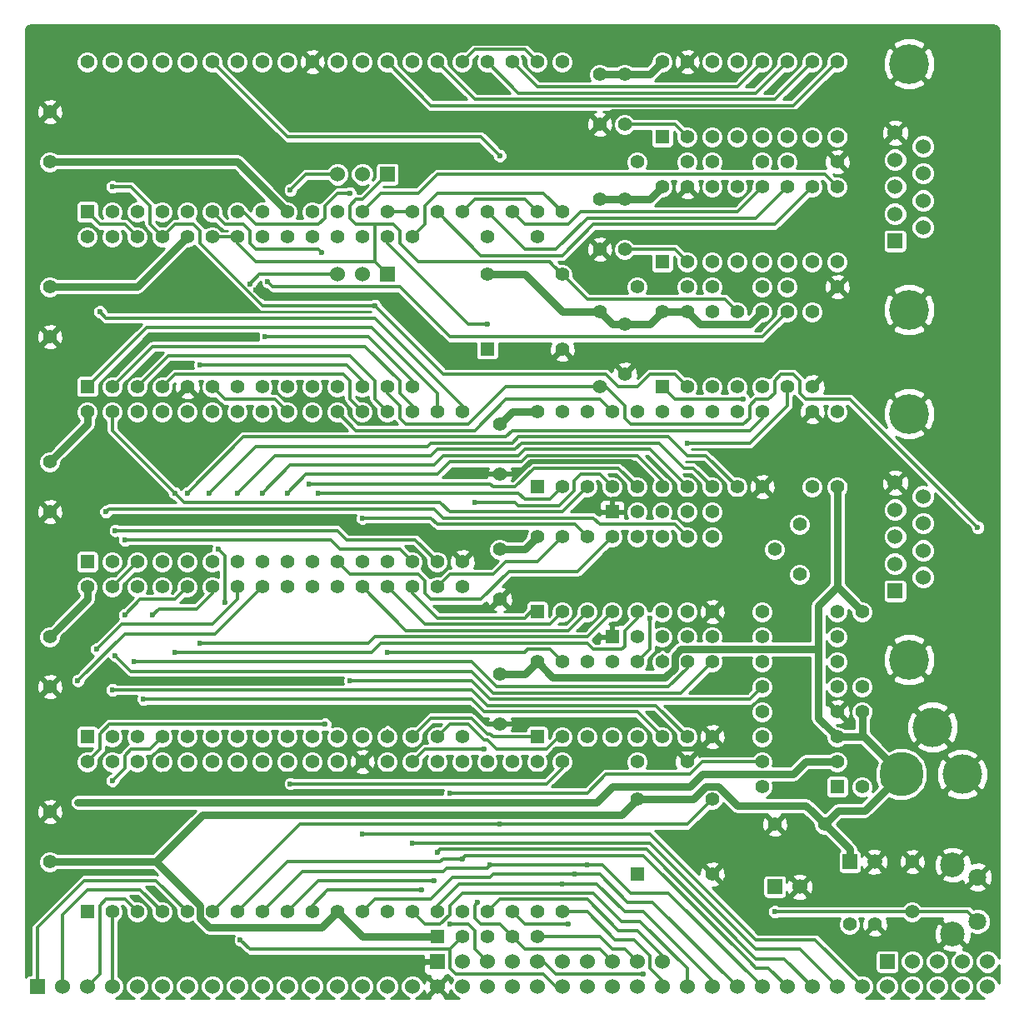
<source format=gbr>
G04 #@! TF.FileFunction,Copper,L1,Top,Signal*
%FSLAX46Y46*%
G04 Gerber Fmt 4.6, Leading zero omitted, Abs format (unit mm)*
G04 Created by KiCad (PCBNEW 4.0.7) date 02/07/19 14:19:16*
%MOMM*%
%LPD*%
G01*
G04 APERTURE LIST*
%ADD10C,0.100000*%
%ADD11R,1.524000X1.524000*%
%ADD12C,1.524000*%
%ADD13R,1.397000X1.397000*%
%ADD14C,1.397000*%
%ADD15R,1.490980X1.490980*%
%ADD16C,1.490980*%
%ADD17C,4.048760*%
%ADD18C,4.000000*%
%ADD19C,4.500000*%
%ADD20C,2.499360*%
%ADD21C,1.800860*%
%ADD22C,0.600000*%
%ADD23C,0.500000*%
%ADD24C,0.740000*%
%ADD25C,0.330000*%
%ADD26C,0.254000*%
G04 APERTURE END LIST*
D10*
D11*
X165100000Y-172720000D03*
D12*
X167640000Y-172720000D03*
X170180000Y-172720000D03*
X172720000Y-172720000D03*
X175260000Y-172720000D03*
D13*
X83820000Y-96520000D03*
D14*
X86360000Y-96520000D03*
X88900000Y-96520000D03*
X91440000Y-96520000D03*
X93980000Y-96520000D03*
X96520000Y-96520000D03*
X99060000Y-96520000D03*
X101600000Y-96520000D03*
X104140000Y-96520000D03*
X106680000Y-96520000D03*
X109220000Y-96520000D03*
X111760000Y-96520000D03*
X114300000Y-96520000D03*
X116840000Y-96520000D03*
X119380000Y-96520000D03*
X121920000Y-96520000D03*
X124460000Y-96520000D03*
X127000000Y-96520000D03*
X129540000Y-96520000D03*
X132080000Y-96520000D03*
X132080000Y-81280000D03*
X129540000Y-81280000D03*
X127000000Y-81280000D03*
X124460000Y-81280000D03*
X121920000Y-81280000D03*
X119380000Y-81280000D03*
X116840000Y-81280000D03*
X114300000Y-81280000D03*
X111760000Y-81280000D03*
X109220000Y-81280000D03*
X106680000Y-81280000D03*
X104140000Y-81280000D03*
X101600000Y-81280000D03*
X99060000Y-81280000D03*
X96520000Y-81280000D03*
X93980000Y-81280000D03*
X91440000Y-81280000D03*
X88900000Y-81280000D03*
X86360000Y-81280000D03*
X83820000Y-81280000D03*
D13*
X83820000Y-167640000D03*
D14*
X86360000Y-167640000D03*
X88900000Y-167640000D03*
X91440000Y-167640000D03*
X93980000Y-167640000D03*
X96520000Y-167640000D03*
X99060000Y-167640000D03*
X101600000Y-167640000D03*
X104140000Y-167640000D03*
X106680000Y-167640000D03*
X109220000Y-167640000D03*
X111760000Y-167640000D03*
X114300000Y-167640000D03*
X116840000Y-167640000D03*
X119380000Y-167640000D03*
X121920000Y-167640000D03*
X124460000Y-167640000D03*
X127000000Y-167640000D03*
X129540000Y-167640000D03*
X132080000Y-167640000D03*
X132080000Y-152400000D03*
X129540000Y-152400000D03*
X127000000Y-152400000D03*
X124460000Y-152400000D03*
X121920000Y-152400000D03*
X119380000Y-152400000D03*
X116840000Y-152400000D03*
X114300000Y-152400000D03*
X111760000Y-152400000D03*
X109220000Y-152400000D03*
X106680000Y-152400000D03*
X104140000Y-152400000D03*
X101600000Y-152400000D03*
X99060000Y-152400000D03*
X96520000Y-152400000D03*
X93980000Y-152400000D03*
X91440000Y-152400000D03*
X88900000Y-152400000D03*
X86360000Y-152400000D03*
X83820000Y-152400000D03*
X80010000Y-162560000D03*
X80010000Y-157480000D03*
X80010000Y-104140000D03*
X80010000Y-109220000D03*
X80010000Y-91440000D03*
X80010000Y-86360000D03*
X80010000Y-139700000D03*
X80010000Y-144780000D03*
X80010000Y-121920000D03*
X80010000Y-127000000D03*
X158750000Y-158750000D03*
X153670000Y-158750000D03*
X135890000Y-95250000D03*
X135890000Y-100330000D03*
X135890000Y-82550000D03*
X135890000Y-87630000D03*
X125730000Y-118110000D03*
X125730000Y-123190000D03*
X125730000Y-143510000D03*
X125730000Y-148590000D03*
X125730000Y-130810000D03*
X125730000Y-135890000D03*
X138430000Y-107950000D03*
X138430000Y-113030000D03*
X139700000Y-152400000D03*
X144780000Y-152400000D03*
X124460000Y-99060000D03*
X129540000Y-99060000D03*
X167640000Y-167640000D03*
X167640000Y-162560000D03*
X144780000Y-104140000D03*
X139700000Y-104140000D03*
X138430000Y-100330000D03*
X138430000Y-95250000D03*
X152400000Y-104140000D03*
X147320000Y-104140000D03*
X154940000Y-104140000D03*
X160020000Y-104140000D03*
X144780000Y-91440000D03*
X139700000Y-91440000D03*
X138430000Y-87630000D03*
X138430000Y-82550000D03*
X152400000Y-91440000D03*
X147320000Y-91440000D03*
X154940000Y-91440000D03*
X160020000Y-91440000D03*
D15*
X161310000Y-162560000D03*
D16*
X163810000Y-162560000D03*
D11*
X119380000Y-172720000D03*
D12*
X121920000Y-172720000D03*
X124460000Y-172720000D03*
X127000000Y-172720000D03*
X129540000Y-172720000D03*
X132080000Y-172720000D03*
X134620000Y-172720000D03*
X137160000Y-172720000D03*
X139700000Y-172720000D03*
X142240000Y-172720000D03*
D17*
X167322500Y-142034260D03*
X167322500Y-117045740D03*
D11*
X165900100Y-135026400D03*
D12*
X165900100Y-132283200D03*
X165900100Y-129540000D03*
X165900100Y-126796800D03*
X165900100Y-124053600D03*
X168744900Y-125425200D03*
X168744900Y-128168400D03*
X168744900Y-130937000D03*
X168744900Y-133654800D03*
D17*
X167322500Y-106474260D03*
X167322500Y-81485740D03*
D11*
X165900100Y-99466400D03*
D12*
X165900100Y-96723200D03*
X165900100Y-93980000D03*
X165900100Y-91236800D03*
X165900100Y-88493600D03*
X168744900Y-89865200D03*
X168744900Y-92608400D03*
X168744900Y-95377000D03*
X168744900Y-98094800D03*
D18*
X172720000Y-153670000D03*
D19*
X166519860Y-153670000D03*
D18*
X169720260Y-148869400D03*
D13*
X139700000Y-163830000D03*
D14*
X147320000Y-163830000D03*
X147320000Y-156210000D03*
X139700000Y-156210000D03*
D13*
X124460000Y-110490000D03*
D14*
X132080000Y-110490000D03*
X132080000Y-102870000D03*
X124460000Y-102870000D03*
X156210000Y-133350000D03*
X153670000Y-130810000D03*
X156210000Y-128270000D03*
D20*
X171767500Y-169872660D03*
X171767500Y-162872420D03*
D21*
X174266860Y-168622980D03*
X174266860Y-164122100D03*
D13*
X83820000Y-114300000D03*
D14*
X86360000Y-114300000D03*
X88900000Y-114300000D03*
X91440000Y-114300000D03*
X93980000Y-114300000D03*
X96520000Y-114300000D03*
X99060000Y-114300000D03*
X101600000Y-114300000D03*
X104140000Y-114300000D03*
X106680000Y-114300000D03*
X109220000Y-114300000D03*
X111760000Y-114300000D03*
X114300000Y-114300000D03*
X116840000Y-114300000D03*
X116840000Y-99060000D03*
X114300000Y-99060000D03*
X111760000Y-99060000D03*
X109220000Y-99060000D03*
X106680000Y-99060000D03*
X104140000Y-99060000D03*
X101600000Y-99060000D03*
X99060000Y-99060000D03*
X96520000Y-99060000D03*
X93980000Y-99060000D03*
X91440000Y-99060000D03*
X88900000Y-99060000D03*
X86360000Y-99060000D03*
X83820000Y-99060000D03*
D13*
X83820000Y-149860000D03*
D14*
X86360000Y-149860000D03*
X88900000Y-149860000D03*
X91440000Y-149860000D03*
X93980000Y-149860000D03*
X96520000Y-149860000D03*
X99060000Y-149860000D03*
X101600000Y-149860000D03*
X104140000Y-149860000D03*
X106680000Y-149860000D03*
X109220000Y-149860000D03*
X111760000Y-149860000D03*
X114300000Y-149860000D03*
X116840000Y-149860000D03*
X119380000Y-149860000D03*
X121920000Y-149860000D03*
X121920000Y-134620000D03*
X119380000Y-134620000D03*
X116840000Y-134620000D03*
X114300000Y-134620000D03*
X111760000Y-134620000D03*
X109220000Y-134620000D03*
X106680000Y-134620000D03*
X104140000Y-134620000D03*
X101600000Y-134620000D03*
X99060000Y-134620000D03*
X96520000Y-134620000D03*
X93980000Y-134620000D03*
X91440000Y-134620000D03*
X88900000Y-134620000D03*
X86360000Y-134620000D03*
X83820000Y-134620000D03*
D13*
X83820000Y-132080000D03*
D14*
X86360000Y-132080000D03*
X88900000Y-132080000D03*
X91440000Y-132080000D03*
X93980000Y-132080000D03*
X96520000Y-132080000D03*
X99060000Y-132080000D03*
X101600000Y-132080000D03*
X104140000Y-132080000D03*
X106680000Y-132080000D03*
X109220000Y-132080000D03*
X111760000Y-132080000D03*
X114300000Y-132080000D03*
X116840000Y-132080000D03*
X119380000Y-132080000D03*
X121920000Y-132080000D03*
X121920000Y-116840000D03*
X119380000Y-116840000D03*
X116840000Y-116840000D03*
X114300000Y-116840000D03*
X111760000Y-116840000D03*
X109220000Y-116840000D03*
X106680000Y-116840000D03*
X104140000Y-116840000D03*
X101600000Y-116840000D03*
X99060000Y-116840000D03*
X96520000Y-116840000D03*
X93980000Y-116840000D03*
X91440000Y-116840000D03*
X88900000Y-116840000D03*
X86360000Y-116840000D03*
X83820000Y-116840000D03*
D13*
X160020000Y-154940000D03*
D14*
X160020000Y-152400000D03*
X160020000Y-149860000D03*
X160020000Y-147320000D03*
X160020000Y-144780000D03*
X160020000Y-142240000D03*
X160020000Y-139700000D03*
X160020000Y-137160000D03*
X152400000Y-137160000D03*
X152400000Y-139700000D03*
X152400000Y-142240000D03*
X152400000Y-144780000D03*
X152400000Y-147320000D03*
X152400000Y-149860000D03*
X152400000Y-152400000D03*
X152400000Y-154940000D03*
D13*
X142240000Y-101600000D03*
D14*
X144780000Y-101600000D03*
X147320000Y-101600000D03*
X149860000Y-101600000D03*
X152400000Y-101600000D03*
X154940000Y-101600000D03*
X157480000Y-101600000D03*
X160020000Y-101600000D03*
X160020000Y-93980000D03*
X157480000Y-93980000D03*
X154940000Y-93980000D03*
X152400000Y-93980000D03*
X149860000Y-93980000D03*
X147320000Y-93980000D03*
X144780000Y-93980000D03*
X142240000Y-93980000D03*
D13*
X142240000Y-88900000D03*
D14*
X144780000Y-88900000D03*
X147320000Y-88900000D03*
X149860000Y-88900000D03*
X152400000Y-88900000D03*
X154940000Y-88900000D03*
X157480000Y-88900000D03*
X160020000Y-88900000D03*
X160020000Y-81280000D03*
X157480000Y-81280000D03*
X154940000Y-81280000D03*
X152400000Y-81280000D03*
X149860000Y-81280000D03*
X147320000Y-81280000D03*
X144780000Y-81280000D03*
X142240000Y-81280000D03*
D13*
X129540000Y-124460000D03*
D14*
X132080000Y-124460000D03*
X134620000Y-124460000D03*
X137160000Y-124460000D03*
X139700000Y-124460000D03*
X142240000Y-124460000D03*
X144780000Y-124460000D03*
X147320000Y-124460000D03*
X149860000Y-124460000D03*
X152400000Y-124460000D03*
X152400000Y-116840000D03*
X149860000Y-116840000D03*
X147320000Y-116840000D03*
X144780000Y-116840000D03*
X142240000Y-116840000D03*
X139700000Y-116840000D03*
X137160000Y-116840000D03*
X134620000Y-116840000D03*
X132080000Y-116840000D03*
X129540000Y-116840000D03*
D13*
X129540000Y-149860000D03*
D14*
X132080000Y-149860000D03*
X134620000Y-149860000D03*
X137160000Y-149860000D03*
X139700000Y-149860000D03*
X142240000Y-149860000D03*
X144780000Y-149860000D03*
X147320000Y-149860000D03*
X147320000Y-142240000D03*
X144780000Y-142240000D03*
X142240000Y-142240000D03*
X139700000Y-142240000D03*
X137160000Y-142240000D03*
X134620000Y-142240000D03*
X132080000Y-142240000D03*
X129540000Y-142240000D03*
D13*
X129540000Y-137160000D03*
D14*
X132080000Y-137160000D03*
X134620000Y-137160000D03*
X137160000Y-137160000D03*
X139700000Y-137160000D03*
X142240000Y-137160000D03*
X144780000Y-137160000D03*
X147320000Y-137160000D03*
X147320000Y-129540000D03*
X144780000Y-129540000D03*
X142240000Y-129540000D03*
X139700000Y-129540000D03*
X137160000Y-129540000D03*
X134620000Y-129540000D03*
X132080000Y-129540000D03*
X129540000Y-129540000D03*
D13*
X142240000Y-114300000D03*
D14*
X144780000Y-114300000D03*
X147320000Y-114300000D03*
X149860000Y-114300000D03*
X152400000Y-114300000D03*
X154940000Y-114300000D03*
X157480000Y-114300000D03*
X157480000Y-106680000D03*
X154940000Y-106680000D03*
X152400000Y-106680000D03*
X149860000Y-106680000D03*
X147320000Y-106680000D03*
X144780000Y-106680000D03*
X142240000Y-106680000D03*
D11*
X153670000Y-165100000D03*
D12*
X156210000Y-165100000D03*
D14*
X157480000Y-124460000D03*
X157480000Y-116840000D03*
X160020000Y-124460000D03*
X160020000Y-116840000D03*
D11*
X78740000Y-175260000D03*
D12*
X81280000Y-175260000D03*
X83820000Y-175260000D03*
X86360000Y-175260000D03*
X88900000Y-175260000D03*
X91440000Y-175260000D03*
X93980000Y-175260000D03*
X96520000Y-175260000D03*
X99060000Y-175260000D03*
X101600000Y-175260000D03*
X104140000Y-175260000D03*
X106680000Y-175260000D03*
X109220000Y-175260000D03*
X111760000Y-175260000D03*
X114300000Y-175260000D03*
X116840000Y-175260000D03*
X119380000Y-175260000D03*
X121920000Y-175260000D03*
X124460000Y-175260000D03*
X127000000Y-175260000D03*
X129540000Y-175260000D03*
X132080000Y-175260000D03*
X134620000Y-175260000D03*
X137160000Y-175260000D03*
X139700000Y-175260000D03*
X142240000Y-175260000D03*
X144780000Y-175260000D03*
X147320000Y-175260000D03*
X149860000Y-175260000D03*
X152400000Y-175260000D03*
X154940000Y-175260000D03*
X157480000Y-175260000D03*
X160020000Y-175260000D03*
X162560000Y-175260000D03*
X165100000Y-175260000D03*
X167640000Y-175260000D03*
X170180000Y-175260000D03*
X172720000Y-175260000D03*
X175260000Y-175260000D03*
D13*
X137160000Y-139700000D03*
D14*
X139700000Y-139700000D03*
X142240000Y-139700000D03*
X144780000Y-139700000D03*
X147320000Y-139700000D03*
D13*
X137160000Y-127000000D03*
D14*
X139700000Y-127000000D03*
X142240000Y-127000000D03*
X144780000Y-127000000D03*
X147320000Y-127000000D03*
D11*
X114300000Y-102870000D03*
D12*
X111760000Y-102870000D03*
X109220000Y-102870000D03*
D11*
X114300000Y-92710000D03*
D12*
X111760000Y-92710000D03*
X109220000Y-92710000D03*
D14*
X161290000Y-168910000D03*
X163830000Y-168910000D03*
X162560000Y-147320000D03*
X162560000Y-154940000D03*
D13*
X119380000Y-170180000D03*
D14*
X121920000Y-170180000D03*
X124460000Y-170180000D03*
X127000000Y-170180000D03*
X129540000Y-170180000D03*
X162560000Y-144780000D03*
X162560000Y-137160000D03*
X135890000Y-114300000D03*
X135890000Y-106680000D03*
D22*
X143510000Y-111760000D03*
X139700000Y-122555000D03*
X100965000Y-104457500D03*
X100012500Y-105727500D03*
X124460000Y-91122500D03*
X143510000Y-99060000D03*
X91440000Y-127952500D03*
X92710000Y-122555000D03*
X116840000Y-107950000D03*
X130810000Y-91757500D03*
X93980000Y-104140000D03*
X137160000Y-152400000D03*
X121920000Y-147002500D03*
X121602500Y-136842500D03*
X135890000Y-134620000D03*
X127000000Y-111760000D03*
X130810000Y-88900000D03*
X87312500Y-173990000D03*
X87312500Y-172720000D03*
X120650000Y-123190000D03*
X150495000Y-115570000D03*
X153670000Y-167640000D03*
X120650000Y-155575000D03*
X95250000Y-140335000D03*
X92710000Y-141287500D03*
X87630000Y-137477500D03*
X86360000Y-154305000D03*
X82867500Y-144145000D03*
X107950000Y-148590000D03*
X84772500Y-140970000D03*
X90487500Y-137477500D03*
X93980000Y-125095000D03*
X96202500Y-125095000D03*
X99060000Y-125095000D03*
X101600000Y-125095000D03*
X104140000Y-125095000D03*
X106362500Y-124142500D03*
X111760000Y-127635000D03*
X101917500Y-109220000D03*
X124142500Y-151130000D03*
X123190000Y-126047500D03*
X125730000Y-158750000D03*
X92710000Y-125095000D03*
X104457500Y-154622500D03*
X107315000Y-125095000D03*
X114300000Y-141287500D03*
X113030000Y-106045000D03*
X86360000Y-93980000D03*
X132080000Y-164782500D03*
X87630000Y-129857500D03*
X133350000Y-163830000D03*
X86677500Y-128905000D03*
X85090000Y-106680000D03*
X124777500Y-162877500D03*
X134620000Y-162877500D03*
X121920000Y-162242500D03*
X119380000Y-161607500D03*
X119062500Y-164465000D03*
X116840000Y-160655000D03*
X117792500Y-165417500D03*
X111760000Y-159702500D03*
X120650000Y-168910000D03*
X132715000Y-168910000D03*
X123507500Y-166687500D03*
X99377500Y-170497500D03*
X97155000Y-130810000D03*
X97790000Y-136207500D03*
X95250000Y-112077500D03*
X88582500Y-142240000D03*
X86677500Y-141605000D03*
X86360000Y-145097500D03*
X89535000Y-146050000D03*
X85725000Y-127000000D03*
X107632500Y-100647500D03*
X124460000Y-107950000D03*
X102171500Y-103632000D03*
X125730000Y-90805000D03*
X110490000Y-144145000D03*
X82867500Y-156527500D03*
X140970000Y-137795000D03*
X144780000Y-120015000D03*
X104457500Y-94297500D03*
X140335000Y-173990000D03*
X100330000Y-103822500D03*
X174307500Y-128587500D03*
X110490000Y-94615000D03*
D23*
X158750000Y-111760000D02*
X171450000Y-111760000D01*
X171450000Y-112918240D02*
X171450000Y-111760000D01*
X171450000Y-111760000D02*
X171450000Y-110601760D01*
X158750000Y-111760000D02*
X143510000Y-111760000D01*
X158750000Y-111760000D02*
X158750000Y-113030000D01*
X158750000Y-111760000D02*
X158750000Y-105410000D01*
X143510000Y-111760000D02*
X139700000Y-111760000D01*
X139700000Y-111760000D02*
X138430000Y-113030000D01*
X158750000Y-105410000D02*
X160020000Y-104140000D01*
X158750000Y-113030000D02*
X157480000Y-114300000D01*
X171450000Y-112918240D02*
X167322500Y-117045740D01*
X101600000Y-105092500D02*
X113982500Y-105092500D01*
X116840000Y-107950000D02*
X113982500Y-105092500D01*
X83502500Y-105727500D02*
X100012500Y-105727500D01*
X83502500Y-105727500D02*
X80010000Y-109220000D01*
X100965000Y-104457500D02*
X101600000Y-105092500D01*
X133350000Y-111760000D02*
X137160000Y-111760000D01*
X132080000Y-110490000D02*
X133032500Y-111442500D01*
X133350000Y-111760000D02*
X133032500Y-111442500D01*
X137160000Y-111760000D02*
X138430000Y-113030000D01*
X163830000Y-168910000D02*
X166370000Y-171450000D01*
X170190160Y-171450000D02*
X171767500Y-169872660D01*
X166370000Y-171450000D02*
X170190160Y-171450000D01*
X169545000Y-163830000D02*
X170815000Y-165100000D01*
X167322500Y-106474260D02*
X171450000Y-102346760D01*
X171450000Y-85613240D02*
X167322500Y-81485740D01*
X171450000Y-102346760D02*
X171450000Y-85613240D01*
X171450000Y-110601760D02*
X167322500Y-106474260D01*
X167322500Y-142034260D02*
X171450000Y-146161760D01*
X171450000Y-147139660D02*
X169720260Y-148869400D01*
X171450000Y-146161760D02*
X171450000Y-147139660D01*
X157480000Y-166370000D02*
X162560000Y-166370000D01*
X163810000Y-165120000D02*
X163810000Y-165100000D01*
X162560000Y-166370000D02*
X163810000Y-165120000D01*
X156210000Y-165100000D02*
X157480000Y-166370000D01*
X163830000Y-165100000D02*
X165100000Y-163830000D01*
X163810000Y-165100000D02*
X163830000Y-165100000D01*
X147320000Y-137160000D02*
X148590000Y-135890000D01*
X148590000Y-135890000D02*
X148590000Y-125730000D01*
X165100000Y-163830000D02*
X165080000Y-163830000D01*
X165080000Y-163830000D02*
X163810000Y-162560000D01*
X92710000Y-115570000D02*
X92710000Y-122555000D01*
X130810000Y-91757500D02*
X125095000Y-91757500D01*
X124460000Y-91122500D02*
X125095000Y-91757500D01*
X93980000Y-105727500D02*
X93980000Y-105410000D01*
X93980000Y-104140000D02*
X93980000Y-105727500D01*
X120650000Y-111760000D02*
X116840000Y-107950000D01*
X127000000Y-111760000D02*
X120650000Y-111760000D01*
X113030000Y-87630000D02*
X106680000Y-81280000D01*
X130810000Y-88900000D02*
X129540000Y-87630000D01*
X113030000Y-87630000D02*
X113347500Y-87630000D01*
X129540000Y-87630000D02*
X113030000Y-87630000D01*
X137160000Y-152400000D02*
X137160000Y-151130000D01*
X106680000Y-81280000D02*
X104775000Y-79375000D01*
X81280000Y-85090000D02*
X81280000Y-81915000D01*
X80010000Y-86360000D02*
X81280000Y-85090000D01*
X104775000Y-79375000D02*
X83820000Y-79375000D01*
X83820000Y-79375000D02*
X81280000Y-81915000D01*
X130810000Y-153035000D02*
X130810000Y-151765000D01*
X130810000Y-151765000D02*
X131445000Y-151130000D01*
X131445000Y-151130000D02*
X137160000Y-151130000D01*
X111760000Y-152400000D02*
X113030000Y-153670000D01*
X130175000Y-153670000D02*
X130810000Y-153035000D01*
X113030000Y-153670000D02*
X130175000Y-153670000D01*
X111760000Y-152400000D02*
X113030000Y-151130000D01*
X113030000Y-151130000D02*
X113030000Y-147002500D01*
X91440000Y-153670000D02*
X110490000Y-153670000D01*
X110490000Y-153670000D02*
X111760000Y-152400000D01*
X125730000Y-148590000D02*
X124460000Y-148590000D01*
X82232500Y-147002500D02*
X80010000Y-144780000D01*
X113030000Y-147002500D02*
X82232500Y-147002500D01*
X122872500Y-147002500D02*
X121920000Y-147002500D01*
X121920000Y-147002500D02*
X113030000Y-147002500D01*
X124460000Y-148590000D02*
X122872500Y-147002500D01*
X125730000Y-135890000D02*
X124777500Y-136842500D01*
X124777500Y-136842500D02*
X121602500Y-136842500D01*
X132080000Y-110490000D02*
X130810000Y-111760000D01*
X130810000Y-111760000D02*
X127000000Y-111760000D01*
X134620000Y-88900000D02*
X135890000Y-87630000D01*
X130810000Y-88900000D02*
X134620000Y-88900000D01*
X106680000Y-81280000D02*
X108585000Y-79375000D01*
X142875000Y-79375000D02*
X144780000Y-81280000D01*
X108585000Y-79375000D02*
X142875000Y-79375000D01*
X87312500Y-172720000D02*
X87312500Y-173990000D01*
X119380000Y-172720000D02*
X87312500Y-172720000D01*
X82232500Y-155257500D02*
X89852500Y-155257500D01*
X89852500Y-155257500D02*
X91440000Y-153670000D01*
X170815000Y-165100000D02*
X173288960Y-165100000D01*
X173288960Y-165100000D02*
X174266860Y-164122100D01*
X169545000Y-161290000D02*
X169545000Y-163830000D01*
X166370000Y-163830000D02*
X167640000Y-162560000D01*
X165100000Y-163830000D02*
X166370000Y-163830000D01*
X167640000Y-162560000D02*
X168910000Y-161290000D01*
X169545000Y-161290000D02*
X170185080Y-161290000D01*
X170185080Y-161290000D02*
X171767500Y-162872420D01*
X161290000Y-90170000D02*
X164223700Y-90170000D01*
X160020000Y-91440000D02*
X161290000Y-90170000D01*
X164223700Y-90170000D02*
X165900100Y-88493600D01*
X152400000Y-124460000D02*
X154940000Y-121920000D01*
X154940000Y-121920000D02*
X154940000Y-119380000D01*
X80010000Y-157480000D02*
X82232500Y-155257500D01*
X137160000Y-139700000D02*
X137160000Y-138430000D01*
X140970000Y-125730000D02*
X137160000Y-125730000D01*
X137160000Y-125730000D02*
X137160000Y-127000000D01*
X125730000Y-123190000D02*
X120650000Y-123190000D01*
X128905000Y-121920000D02*
X139045002Y-121920000D01*
X127635000Y-123190000D02*
X128905000Y-121920000D01*
X125730000Y-123190000D02*
X127635000Y-123190000D01*
X140970000Y-123825000D02*
X140970000Y-125730000D01*
X139700000Y-122555000D02*
X140970000Y-123825000D01*
X139065000Y-121920000D02*
X139065000Y-121920000D01*
X139065000Y-121920000D02*
X139700000Y-122555000D01*
X140970000Y-125730000D02*
X148590000Y-125730000D01*
X148590000Y-125730000D02*
X151130000Y-125730000D01*
X152400000Y-124460000D02*
X151130000Y-125730000D01*
X80962500Y-127952500D02*
X91440000Y-127952500D01*
X80962500Y-127952500D02*
X80010000Y-127000000D01*
X91440000Y-127952500D02*
X109855000Y-127952500D01*
X118427500Y-128587500D02*
X110490000Y-128587500D01*
X121920000Y-132080000D02*
X118427500Y-128587500D01*
X109855000Y-127952500D02*
X110490000Y-128587500D01*
X93980000Y-114300000D02*
X92710000Y-115570000D01*
X92710000Y-115570000D02*
X78740000Y-115570000D01*
X158750000Y-88265000D02*
X158750000Y-90170000D01*
X158750000Y-90170000D02*
X160020000Y-91440000D01*
X137160000Y-86360000D02*
X156845000Y-86360000D01*
X135890000Y-87630000D02*
X137160000Y-86360000D01*
X156845000Y-86360000D02*
X158750000Y-88265000D01*
X158750000Y-100965000D02*
X158750000Y-102870000D01*
X156845000Y-99060000D02*
X158750000Y-100965000D01*
X143510000Y-99060000D02*
X144780000Y-99060000D01*
X144780000Y-99060000D02*
X147320000Y-99060000D01*
X147320000Y-99060000D02*
X149860000Y-99060000D01*
X149860000Y-99060000D02*
X156845000Y-99060000D01*
X158750000Y-102870000D02*
X160020000Y-104140000D01*
X135255000Y-148590000D02*
X137795000Y-148590000D01*
X138430000Y-149225000D02*
X138430000Y-151130000D01*
X137795000Y-148590000D02*
X138430000Y-149225000D01*
X164401500Y-122872500D02*
X165582600Y-124053600D01*
X147320000Y-163830000D02*
X148590000Y-162560000D01*
X148590000Y-162560000D02*
X154940000Y-162560000D01*
X156210000Y-165100000D02*
X154940000Y-163830000D01*
X154940000Y-163830000D02*
X154940000Y-162560000D01*
X154940000Y-160020000D02*
X153670000Y-158750000D01*
X154940000Y-162560000D02*
X154940000Y-160020000D01*
X138430000Y-134620000D02*
X135890000Y-134620000D01*
X135890000Y-134620000D02*
X127000000Y-134620000D01*
X127000000Y-134620000D02*
X125730000Y-135890000D01*
X138430000Y-137795000D02*
X137795000Y-138430000D01*
X138430000Y-134620000D02*
X138430000Y-137795000D01*
X137795000Y-138430000D02*
X137160000Y-138430000D01*
X80010000Y-109220000D02*
X78740000Y-107950000D01*
X78740000Y-107950000D02*
X78740000Y-87630000D01*
X78740000Y-87630000D02*
X80010000Y-86360000D01*
X80010000Y-127000000D02*
X78740000Y-125730000D01*
X78740000Y-125730000D02*
X78740000Y-115570000D01*
X78740000Y-115570000D02*
X78740000Y-112395000D01*
X78740000Y-110490000D02*
X80010000Y-109220000D01*
X78740000Y-112395000D02*
X78740000Y-110490000D01*
X80010000Y-144780000D02*
X78740000Y-143510000D01*
X78740000Y-128270000D02*
X80010000Y-127000000D01*
X78740000Y-143510000D02*
X78740000Y-128270000D01*
X80010000Y-157480000D02*
X78740000Y-156210000D01*
X78740000Y-156210000D02*
X78740000Y-146050000D01*
X78740000Y-146050000D02*
X80010000Y-144780000D01*
X135890000Y-100330000D02*
X137160000Y-99060000D01*
X137160000Y-99060000D02*
X143510000Y-99060000D01*
X171450000Y-151130000D02*
X171450000Y-150599140D01*
X171450000Y-150599140D02*
X169720260Y-148869400D01*
X172720000Y-153670000D02*
X170815000Y-151765000D01*
X170815000Y-151765000D02*
X171450000Y-151130000D01*
X167640000Y-160020000D02*
X170180000Y-157480000D01*
X170180000Y-156210000D02*
X172720000Y-153670000D01*
X170180000Y-157480000D02*
X170180000Y-156210000D01*
X168910000Y-161290000D02*
X169545000Y-161290000D01*
X167640000Y-160020000D02*
X168910000Y-161290000D01*
X125730000Y-148590000D02*
X135255000Y-148590000D01*
X146050000Y-151130000D02*
X147320000Y-149860000D01*
X138430000Y-151130000D02*
X146050000Y-151130000D01*
X137160000Y-151130000D02*
X138430000Y-151130000D01*
X144780000Y-134620000D02*
X147320000Y-137160000D01*
X138430000Y-134620000D02*
X144780000Y-134620000D01*
X163512500Y-122872500D02*
X164401500Y-122872500D01*
X154940000Y-119380000D02*
X157480000Y-116840000D01*
X157480000Y-116840000D02*
X163512500Y-122872500D01*
D24*
X135890000Y-106680000D02*
X132080000Y-106680000D01*
X138430000Y-107950000D02*
X137160000Y-107950000D01*
X137160000Y-107950000D02*
X135890000Y-106680000D01*
X128270000Y-102870000D02*
X124460000Y-102870000D01*
X132080000Y-106680000D02*
X128270000Y-102870000D01*
X162560000Y-137160000D02*
X160020000Y-134620000D01*
X158115000Y-147955000D02*
X160020000Y-149860000D01*
X162560000Y-147320000D02*
X162560000Y-149710140D01*
X162560000Y-149710140D02*
X162709860Y-149860000D01*
X161310000Y-162560000D02*
X161310000Y-161310000D01*
X161310000Y-161310000D02*
X158750000Y-158750000D01*
X104140000Y-96520000D02*
X99060000Y-91440000D01*
X99060000Y-91440000D02*
X80010000Y-91440000D01*
X166519860Y-153670000D02*
X162709860Y-149860000D01*
X162709860Y-149860000D02*
X162560000Y-149860000D01*
X146685000Y-154940000D02*
X145415000Y-156210000D01*
X147955000Y-154940000D02*
X146685000Y-154940000D01*
X147955000Y-154940000D02*
X148590000Y-155575000D01*
X156845000Y-156845000D02*
X149860000Y-156845000D01*
X149860000Y-156845000D02*
X148590000Y-155575000D01*
X157480000Y-157480000D02*
X156845000Y-156845000D01*
X158750000Y-158750000D02*
X157480000Y-157480000D01*
X145415000Y-156210000D02*
X139700000Y-156210000D01*
X129540000Y-116840000D02*
X127000000Y-116840000D01*
X127000000Y-116840000D02*
X125730000Y-118110000D01*
X144780000Y-106680000D02*
X146050000Y-107950000D01*
X151130000Y-107950000D02*
X152400000Y-106680000D01*
X146050000Y-107950000D02*
X151130000Y-107950000D01*
X142240000Y-106680000D02*
X144780000Y-106680000D01*
X138430000Y-107950000D02*
X140970000Y-107950000D01*
X140970000Y-107950000D02*
X142240000Y-106680000D01*
X142557500Y-143827500D02*
X143510000Y-142875000D01*
X129540000Y-142240000D02*
X131127500Y-143827500D01*
X131127500Y-143827500D02*
X142557500Y-143827500D01*
X95250000Y-168275000D02*
X96202500Y-169227500D01*
X109220000Y-167640000D02*
X107632500Y-169227500D01*
X95250000Y-167005000D02*
X95250000Y-168275000D01*
X107632500Y-169227500D02*
X96202500Y-169227500D01*
X95250000Y-167005000D02*
X90805000Y-162560000D01*
X162560000Y-149860000D02*
X162709860Y-149860000D01*
X160020000Y-149860000D02*
X162560000Y-149860000D01*
X80010000Y-121920000D02*
X83820000Y-118110000D01*
X83820000Y-118110000D02*
X83820000Y-116840000D01*
X80010000Y-104140000D02*
X88900000Y-104140000D01*
X88900000Y-104140000D02*
X93980000Y-99060000D01*
X90805000Y-162560000D02*
X80010000Y-162560000D01*
X109220000Y-167640000D02*
X111760000Y-170180000D01*
X111760000Y-170180000D02*
X119380000Y-170180000D01*
X139700000Y-156210000D02*
X138112500Y-157797500D01*
X138112500Y-157797500D02*
X95567500Y-157797500D01*
X95567500Y-157797500D02*
X90805000Y-162560000D01*
X162793680Y-157396180D02*
X160103820Y-157396180D01*
X160103820Y-157396180D02*
X158750000Y-158750000D01*
X166519860Y-153670000D02*
X162793680Y-157396180D01*
X95567500Y-157797500D02*
X138112500Y-157797500D01*
X95567500Y-157797500D02*
X90805000Y-162560000D01*
X135890000Y-82550000D02*
X138430000Y-82550000D01*
X138430000Y-82550000D02*
X140970000Y-82550000D01*
X140970000Y-82550000D02*
X142240000Y-81280000D01*
X138430000Y-95250000D02*
X140970000Y-95250000D01*
X140970000Y-95250000D02*
X142240000Y-93980000D01*
X135890000Y-95250000D02*
X138430000Y-95250000D01*
X125730000Y-143510000D02*
X128270000Y-143510000D01*
X128270000Y-143510000D02*
X129540000Y-142240000D01*
X83820000Y-116840000D02*
X83820000Y-118110000D01*
X83820000Y-117475000D02*
X83820000Y-116840000D01*
X125730000Y-130810000D02*
X128270000Y-130810000D01*
X128270000Y-130810000D02*
X129540000Y-129540000D01*
X158115000Y-140970000D02*
X158115000Y-136525000D01*
X160020000Y-134620000D02*
X158115000Y-136525000D01*
X158115000Y-136525000D02*
X158432500Y-136207500D01*
X158115000Y-140970000D02*
X158115000Y-147955000D01*
X144145000Y-140970000D02*
X158115000Y-140970000D01*
X143510000Y-141605000D02*
X144145000Y-140970000D01*
X143510000Y-142875000D02*
X143510000Y-141605000D01*
X160020000Y-134620000D02*
X160020000Y-124460000D01*
D25*
X143510000Y-115570000D02*
X150495000Y-115570000D01*
X142240000Y-114300000D02*
X143510000Y-115570000D01*
X167640000Y-167640000D02*
X173283880Y-167640000D01*
X173283880Y-167640000D02*
X174266860Y-168622980D01*
X167640000Y-167640000D02*
X153670000Y-167640000D01*
X152400000Y-152400000D02*
X146367500Y-152400000D01*
X120650000Y-155575000D02*
X134620000Y-155575000D01*
X134620000Y-155575000D02*
X136525000Y-153670000D01*
X146367500Y-152400000D02*
X145097500Y-153670000D01*
X145097500Y-153670000D02*
X136525000Y-153670000D01*
X138430000Y-100330000D02*
X143510000Y-100330000D01*
X143510000Y-100330000D02*
X144780000Y-101600000D01*
X138430000Y-87630000D02*
X143510000Y-87630000D01*
X143510000Y-87630000D02*
X144780000Y-88900000D01*
X90805000Y-164465000D02*
X83502500Y-164465000D01*
X83502500Y-164465000D02*
X78740000Y-169227500D01*
X93980000Y-167640000D02*
X90805000Y-164465000D01*
X78740000Y-169227500D02*
X78740000Y-175260000D01*
X137160000Y-137160000D02*
X134620000Y-139700000D01*
X112395000Y-140335000D02*
X95250000Y-140335000D01*
X113030000Y-139700000D02*
X112395000Y-140335000D01*
X134620000Y-139700000D02*
X113030000Y-139700000D01*
X135255000Y-140970000D02*
X138112500Y-140970000D01*
X138112500Y-140970000D02*
X138430000Y-140652500D01*
X138430000Y-140652500D02*
X138430000Y-139065000D01*
X89217500Y-165417500D02*
X83820000Y-165417500D01*
X81280000Y-167957500D02*
X81280000Y-175260000D01*
X83820000Y-165417500D02*
X81280000Y-167957500D01*
X89217500Y-165417500D02*
X91440000Y-167640000D01*
X113665000Y-140335000D02*
X134620000Y-140335000D01*
X139700000Y-137795000D02*
X138430000Y-139065000D01*
X112712500Y-141287500D02*
X92710000Y-141287500D01*
X113665000Y-140335000D02*
X112712500Y-141287500D01*
X134620000Y-140335000D02*
X135255000Y-140970000D01*
X83820000Y-175260000D02*
X85090000Y-173990000D01*
X85090000Y-173990000D02*
X85090000Y-167005000D01*
X83820000Y-175260000D02*
X83820000Y-174625000D01*
X85725000Y-166370000D02*
X87630000Y-166370000D01*
X85090000Y-167005000D02*
X85725000Y-166370000D01*
X87630000Y-166370000D02*
X88900000Y-167640000D01*
X89217500Y-135890000D02*
X87630000Y-137477500D01*
X93980000Y-134620000D02*
X92710000Y-135890000D01*
X92710000Y-135890000D02*
X89217500Y-135890000D01*
X86360000Y-167640000D02*
X86360000Y-175260000D01*
X90170000Y-151130000D02*
X91440000Y-149860000D01*
X87630000Y-153035000D02*
X87630000Y-151765000D01*
X87630000Y-151765000D02*
X88265000Y-151130000D01*
X88265000Y-151130000D02*
X90170000Y-151130000D01*
X87630000Y-153035000D02*
X86360000Y-154305000D01*
X87630000Y-139382500D02*
X82867500Y-144145000D01*
X101600000Y-134620000D02*
X96837500Y-139382500D01*
X96837500Y-139382500D02*
X87630000Y-139382500D01*
X85090000Y-151130000D02*
X83820000Y-152400000D01*
X85090000Y-149542500D02*
X85090000Y-151130000D01*
X86042500Y-148590000D02*
X85090000Y-149542500D01*
X107950000Y-148590000D02*
X86042500Y-148590000D01*
X87312500Y-138430000D02*
X96520000Y-138430000D01*
X99060000Y-135890000D02*
X99060000Y-134620000D01*
X96520000Y-138430000D02*
X99060000Y-135890000D01*
X87312500Y-138430000D02*
X84772500Y-140970000D01*
X99060000Y-134620000D02*
X99060000Y-135255000D01*
X94932500Y-136842500D02*
X91122500Y-136842500D01*
X91122500Y-136842500D02*
X90487500Y-137477500D01*
X96520000Y-135255000D02*
X94932500Y-136842500D01*
X96520000Y-135255000D02*
X96520000Y-134620000D01*
X152400000Y-116840000D02*
X152400000Y-117475000D01*
X152400000Y-117475000D02*
X151130000Y-118745000D01*
X151130000Y-118745000D02*
X127000000Y-118745000D01*
X126365000Y-119380000D02*
X99695000Y-119380000D01*
X127000000Y-118745000D02*
X126365000Y-119380000D01*
X99695000Y-119380000D02*
X93980000Y-125095000D01*
X142875000Y-119380000D02*
X144780000Y-121285000D01*
X144780000Y-121285000D02*
X146685000Y-121285000D01*
X118745000Y-120015000D02*
X118427500Y-120332500D01*
X100965000Y-120332500D02*
X96202500Y-125095000D01*
X118427500Y-120332500D02*
X100965000Y-120332500D01*
X118745000Y-120015000D02*
X127000000Y-120015000D01*
X127000000Y-120015000D02*
X127635000Y-119380000D01*
X142875000Y-119380000D02*
X127635000Y-119380000D01*
X149860000Y-124460000D02*
X146685000Y-121285000D01*
X141922500Y-120015000D02*
X144462500Y-122555000D01*
X144462500Y-122555000D02*
X145415000Y-122555000D01*
X119380000Y-120650000D02*
X118745000Y-121285000D01*
X118745000Y-121285000D02*
X102870000Y-121285000D01*
X119380000Y-120650000D02*
X127317500Y-120650000D01*
X127317500Y-120650000D02*
X127952500Y-120015000D01*
X102870000Y-121285000D02*
X99060000Y-125095000D01*
X141922500Y-120015000D02*
X127952500Y-120015000D01*
X147320000Y-124460000D02*
X145415000Y-122555000D01*
X120015000Y-121285000D02*
X119062500Y-122237500D01*
X119062500Y-122237500D02*
X104457500Y-122237500D01*
X120015000Y-121285000D02*
X127635000Y-121285000D01*
X127635000Y-121285000D02*
X128270000Y-120650000D01*
X104457500Y-122237500D02*
X101600000Y-125095000D01*
X144780000Y-124460000D02*
X140970000Y-120650000D01*
X140970000Y-120650000D02*
X128270000Y-120650000D01*
X104140000Y-125095000D02*
X106045000Y-123190000D01*
X127952500Y-121920000D02*
X120650000Y-121920000D01*
X139700000Y-121285000D02*
X128587500Y-121285000D01*
X142240000Y-123825000D02*
X139700000Y-121285000D01*
X127952500Y-121920000D02*
X128587500Y-121285000D01*
X106045000Y-123190000D02*
X119380000Y-123190000D01*
X120650000Y-121920000D02*
X119380000Y-123190000D01*
X124777500Y-124142500D02*
X106362500Y-124142500D01*
X124777500Y-124142500D02*
X125095000Y-124460000D01*
X125095000Y-124460000D02*
X127317500Y-124460000D01*
X127317500Y-124460000D02*
X129222500Y-122555000D01*
X139700000Y-124460000D02*
X137795000Y-122555000D01*
X137795000Y-122555000D02*
X129222500Y-122555000D01*
X118586250Y-135731250D02*
X118745000Y-135890000D01*
X118745000Y-135890000D02*
X123825000Y-135890000D01*
X123825000Y-135890000D02*
X126682500Y-133032500D01*
X126682500Y-133032500D02*
X133667500Y-133032500D01*
X118110000Y-133985000D02*
X118110000Y-135255000D01*
X110490000Y-133350000D02*
X117475000Y-133350000D01*
X117475000Y-133350000D02*
X118110000Y-133985000D01*
X109220000Y-132080000D02*
X110490000Y-133350000D01*
X133667500Y-133032500D02*
X137160000Y-129540000D01*
X118110000Y-135255000D02*
X118586250Y-135731250D01*
X119380000Y-128270000D02*
X133350000Y-128270000D01*
X133350000Y-128270000D02*
X134620000Y-129540000D01*
X118745000Y-127635000D02*
X111760000Y-127635000D01*
X119380000Y-128270000D02*
X118745000Y-127635000D01*
X112395000Y-109220000D02*
X101917500Y-109220000D01*
X116840000Y-113665000D02*
X112395000Y-109220000D01*
X124142500Y-151130000D02*
X118110000Y-151130000D01*
X118110000Y-151130000D02*
X116840000Y-152400000D01*
X135890000Y-123190000D02*
X133985000Y-123190000D01*
X133985000Y-123190000D02*
X133292732Y-123882268D01*
X133292732Y-123882268D02*
X133292732Y-124834768D01*
X133292732Y-124834768D02*
X131762500Y-126365000D01*
X131762500Y-126365000D02*
X127635000Y-126365000D01*
X127635000Y-126365000D02*
X127317500Y-126047500D01*
X127317500Y-126047500D02*
X123190000Y-126047500D01*
X137160000Y-124460000D02*
X135890000Y-123190000D01*
X116840000Y-114300000D02*
X116840000Y-113665000D01*
X125730000Y-158750000D02*
X105410000Y-158750000D01*
X105410000Y-158750000D02*
X96520000Y-167640000D01*
X132080000Y-96520000D02*
X130175000Y-94615000D01*
X119380000Y-94615000D02*
X118110000Y-95885000D01*
X130175000Y-94615000D02*
X119380000Y-94615000D01*
X116840000Y-99060000D02*
X118110000Y-97790000D01*
X118110000Y-97790000D02*
X118110000Y-95885000D01*
X144780000Y-158750000D02*
X147320000Y-156210000D01*
X125730000Y-158750000D02*
X144780000Y-158750000D01*
X93662500Y-126047500D02*
X119697500Y-126047500D01*
X120650000Y-127000000D02*
X119697500Y-126047500D01*
X132080000Y-127000000D02*
X120650000Y-127000000D01*
X134620000Y-124460000D02*
X132080000Y-127000000D01*
X93662500Y-126047500D02*
X92710000Y-125095000D01*
X86360000Y-118745000D02*
X86360000Y-116840000D01*
X92710000Y-125095000D02*
X86360000Y-118745000D01*
X86360000Y-117475000D02*
X86360000Y-116840000D01*
X104140000Y-116840000D02*
X102870000Y-115570000D01*
X97790000Y-115570000D02*
X96520000Y-114300000D01*
X102870000Y-115570000D02*
X97790000Y-115570000D01*
X132080000Y-152400000D02*
X132080000Y-153035000D01*
X132080000Y-153035000D02*
X130492500Y-154622500D01*
X130492500Y-154622500D02*
X104457500Y-154622500D01*
X142240000Y-175260000D02*
X142240000Y-174625000D01*
X142240000Y-174625000D02*
X140970000Y-173355000D01*
X128270000Y-125730000D02*
X130810000Y-125730000D01*
X127635000Y-125095000D02*
X128270000Y-125730000D01*
X107315000Y-125095000D02*
X127635000Y-125095000D01*
X130810000Y-125730000D02*
X132080000Y-124460000D01*
X137477500Y-170497500D02*
X139382500Y-170497500D01*
X139382500Y-170497500D02*
X140970000Y-172085000D01*
X137477500Y-170497500D02*
X134620000Y-167640000D01*
X132080000Y-167640000D02*
X134620000Y-167640000D01*
X132080000Y-167640000D02*
X132715000Y-167640000D01*
X140970000Y-173355000D02*
X140970000Y-172085000D01*
X139700000Y-114300000D02*
X137795000Y-114300000D01*
X139700000Y-114300000D02*
X140970000Y-113030000D01*
X143510000Y-113030000D02*
X144780000Y-114300000D01*
X140970000Y-113030000D02*
X143510000Y-113030000D01*
X137795000Y-114300000D02*
X136525000Y-113030000D01*
X136525000Y-113030000D02*
X120015000Y-113030000D01*
X113030000Y-106045000D02*
X120015000Y-113030000D01*
X91440000Y-99060000D02*
X92710000Y-97790000D01*
X92710000Y-97790000D02*
X94615000Y-97790000D01*
X95250000Y-98425000D02*
X95250000Y-99695000D01*
X94615000Y-97790000D02*
X95250000Y-98425000D01*
X120650000Y-167005000D02*
X120650000Y-167957500D01*
X120650000Y-167957500D02*
X119697500Y-168910000D01*
X135255000Y-165735000D02*
X121920000Y-165735000D01*
X121920000Y-165735000D02*
X120650000Y-167005000D01*
X113030000Y-106045000D02*
X101600000Y-106045000D01*
X101600000Y-106045000D02*
X95250000Y-99695000D01*
X128587500Y-140970000D02*
X128270000Y-141287500D01*
X128270000Y-141287500D02*
X114300000Y-141287500D01*
X128587500Y-140970000D02*
X130810000Y-140970000D01*
X132080000Y-142240000D02*
X130810000Y-140970000D01*
X138112500Y-168592500D02*
X140017500Y-168592500D01*
X140017500Y-168592500D02*
X144780000Y-173355000D01*
X138112500Y-168592500D02*
X135255000Y-165735000D01*
X116840000Y-167640000D02*
X118110000Y-168910000D01*
X119697500Y-168910000D02*
X118110000Y-168910000D01*
X144780000Y-173355000D02*
X144780000Y-175260000D01*
X91440000Y-99060000D02*
X90170000Y-97790000D01*
X90170000Y-97790000D02*
X90170000Y-95885000D01*
X90170000Y-95885000D02*
X88265000Y-93980000D01*
X88265000Y-93980000D02*
X86360000Y-93980000D01*
X114300000Y-149860000D02*
X114300000Y-149225000D01*
X124460000Y-149542500D02*
X124777500Y-149542500D01*
X124777500Y-149542500D02*
X125095000Y-149860000D01*
X116840000Y-149860000D02*
X118745000Y-147955000D01*
X125095000Y-149860000D02*
X129540000Y-149860000D01*
X122872500Y-147955000D02*
X124460000Y-149542500D01*
X118745000Y-147955000D02*
X122872500Y-147955000D01*
X125412500Y-164782500D02*
X121602500Y-164782500D01*
X121602500Y-164782500D02*
X119380000Y-167005000D01*
X119380000Y-167005000D02*
X119380000Y-167640000D01*
X132080000Y-164782500D02*
X135572500Y-164782500D01*
X125412500Y-164782500D02*
X132080000Y-164782500D01*
X116840000Y-132080000D02*
X115570000Y-130810000D01*
X109537500Y-130810000D02*
X108585000Y-129857500D01*
X115570000Y-130810000D02*
X109537500Y-130810000D01*
X108585000Y-129857500D02*
X87630000Y-129857500D01*
X87630000Y-97790000D02*
X85090000Y-97790000D01*
X85090000Y-97790000D02*
X83820000Y-96520000D01*
X138430000Y-167640000D02*
X140335000Y-167640000D01*
X140335000Y-167640000D02*
X147320000Y-174625000D01*
X138430000Y-167640000D02*
X135572500Y-164782500D01*
X147320000Y-174625000D02*
X147320000Y-175260000D01*
X147320000Y-174625000D02*
X147320000Y-175260000D01*
X147320000Y-174625000D02*
X147320000Y-175260000D01*
X147320000Y-174942500D02*
X147320000Y-175260000D01*
X119380000Y-167640000D02*
X119380000Y-167005000D01*
X147320000Y-175260000D02*
X147320000Y-174942500D01*
X88900000Y-99060000D02*
X87630000Y-97790000D01*
X88900000Y-99060000D02*
X88900000Y-98742500D01*
X132080000Y-149860000D02*
X131762500Y-149860000D01*
X131762500Y-149860000D02*
X130492500Y-151130000D01*
X125412500Y-151130000D02*
X130492500Y-151130000D01*
X120650000Y-148590000D02*
X122555000Y-148590000D01*
X122555000Y-148590000D02*
X124142500Y-150177500D01*
X120650000Y-148590000D02*
X119380000Y-149860000D01*
X124460000Y-150177500D02*
X125412500Y-151130000D01*
X124142500Y-150177500D02*
X124460000Y-150177500D01*
X124777500Y-164147500D02*
X120967500Y-164147500D01*
X120967500Y-164147500D02*
X118745000Y-166370000D01*
X124777500Y-164147500D02*
X125095000Y-163830000D01*
X133350000Y-163830000D02*
X135890000Y-163830000D01*
X141287500Y-166687500D02*
X149860000Y-175260000D01*
X135890000Y-163830000D02*
X138747500Y-166687500D01*
X138747500Y-166687500D02*
X141287500Y-166687500D01*
X110172500Y-129857500D02*
X109220000Y-128905000D01*
X109220000Y-128905000D02*
X86677500Y-128905000D01*
X117157500Y-129857500D02*
X110172500Y-129857500D01*
X119380000Y-132080000D02*
X117157500Y-129857500D01*
X113030000Y-166370000D02*
X118745000Y-166370000D01*
X111760000Y-167640000D02*
X113030000Y-166370000D01*
X125095000Y-163830000D02*
X133350000Y-163830000D01*
X113030000Y-107315000D02*
X85725000Y-107315000D01*
X85725000Y-107315000D02*
X85090000Y-106680000D01*
X124460000Y-163195000D02*
X120332500Y-163195000D01*
X120332500Y-163195000D02*
X120015000Y-163512500D01*
X105727500Y-163512500D02*
X120015000Y-163512500D01*
X105727500Y-163512500D02*
X101600000Y-167640000D01*
X124460000Y-163195000D02*
X124777500Y-162877500D01*
X134620000Y-162877500D02*
X136207500Y-162877500D01*
X139065000Y-165735000D02*
X142875000Y-165735000D01*
X136207500Y-162877500D02*
X139065000Y-165735000D01*
X142875000Y-165735000D02*
X152400000Y-175260000D01*
X134620000Y-162877500D02*
X124777500Y-162877500D01*
X121920000Y-116840000D02*
X121920000Y-116205000D01*
X121920000Y-116205000D02*
X113030000Y-107315000D01*
X126365000Y-132080000D02*
X129540000Y-132080000D01*
X125095000Y-133350000D02*
X126365000Y-132080000D01*
X121920000Y-162242500D02*
X120015000Y-162242500D01*
X120015000Y-162242500D02*
X119697500Y-162560000D01*
X119380000Y-134620000D02*
X120650000Y-133350000D01*
X120650000Y-133350000D02*
X125095000Y-133350000D01*
X104140000Y-162560000D02*
X119697500Y-162560000D01*
X104140000Y-162560000D02*
X99060000Y-167640000D01*
X121920000Y-162242500D02*
X122237500Y-161925000D01*
X140335000Y-161925000D02*
X122237500Y-161925000D01*
X153035000Y-173355000D02*
X154940000Y-175260000D01*
X140335000Y-161925000D02*
X151130000Y-172720000D01*
X151765000Y-173355000D02*
X153035000Y-173355000D01*
X151130000Y-172720000D02*
X151765000Y-173355000D01*
X112712500Y-108267500D02*
X89852500Y-108267500D01*
X89852500Y-108267500D02*
X83820000Y-114300000D01*
X119380000Y-116840000D02*
X119380000Y-114935000D01*
X119380000Y-114935000D02*
X112712500Y-108267500D01*
X129540000Y-132080000D02*
X132080000Y-129540000D01*
X116840000Y-116840000D02*
X116840000Y-116205000D01*
X116840000Y-116205000D02*
X115570000Y-114935000D01*
X154622500Y-172402500D02*
X151765000Y-172402500D01*
X151765000Y-172402500D02*
X140652500Y-161290000D01*
X119697500Y-161290000D02*
X140652500Y-161290000D01*
X119380000Y-161607500D02*
X119697500Y-161290000D01*
X116840000Y-134620000D02*
X116840000Y-135255000D01*
X116840000Y-135255000D02*
X119380000Y-137795000D01*
X119380000Y-137795000D02*
X128270000Y-137795000D01*
X128270000Y-137795000D02*
X128905000Y-137160000D01*
X128905000Y-137160000D02*
X129540000Y-137160000D01*
X107315000Y-164465000D02*
X119062500Y-164465000D01*
X112077500Y-110172500D02*
X90487500Y-110172500D01*
X115570000Y-114935000D02*
X115570000Y-113665000D01*
X112077500Y-110172500D02*
X115570000Y-113665000D01*
X86360000Y-114300000D02*
X90487500Y-110172500D01*
X107315000Y-164465000D02*
X104140000Y-167640000D01*
X154622500Y-172402500D02*
X157480000Y-175260000D01*
X116840000Y-134620000D02*
X116840000Y-135255000D01*
X156210000Y-171450000D02*
X151765000Y-171450000D01*
X151765000Y-171450000D02*
X140970000Y-160655000D01*
X113030000Y-113665000D02*
X110490000Y-111125000D01*
X140970000Y-160655000D02*
X116840000Y-160655000D01*
X108267500Y-165417500D02*
X106680000Y-167005000D01*
X108267500Y-165417500D02*
X117792500Y-165417500D01*
X106680000Y-167640000D02*
X106680000Y-167005000D01*
X160020000Y-175260000D02*
X156210000Y-171450000D01*
X92075000Y-111125000D02*
X110490000Y-111125000D01*
X92075000Y-111125000D02*
X88900000Y-114300000D01*
X113030000Y-115570000D02*
X113030000Y-113665000D01*
X114300000Y-116840000D02*
X113030000Y-115570000D01*
X114300000Y-134620000D02*
X118110000Y-138430000D01*
X130810000Y-138430000D02*
X132080000Y-137160000D01*
X118110000Y-138430000D02*
X130810000Y-138430000D01*
X157797500Y-170497500D02*
X151765000Y-170497500D01*
X151765000Y-170497500D02*
X140970000Y-159702500D01*
X162560000Y-175260000D02*
X157797500Y-170497500D01*
X111760000Y-159702500D02*
X140970000Y-159702500D01*
X92710000Y-113030000D02*
X109855000Y-113030000D01*
X116205000Y-139065000D02*
X132715000Y-139065000D01*
X132715000Y-139065000D02*
X134620000Y-137160000D01*
X111760000Y-116840000D02*
X110490000Y-115570000D01*
X110490000Y-115570000D02*
X110490000Y-113665000D01*
X110490000Y-113665000D02*
X109855000Y-113030000D01*
X92710000Y-113030000D02*
X91440000Y-114300000D01*
X116205000Y-139065000D02*
X111760000Y-134620000D01*
X124460000Y-172720000D02*
X123190000Y-171450000D01*
X123190000Y-169545000D02*
X122555000Y-168910000D01*
X123190000Y-171450000D02*
X123190000Y-169545000D01*
X120650000Y-168910000D02*
X122555000Y-168910000D01*
X128270000Y-168910000D02*
X127000000Y-167640000D01*
X132715000Y-168910000D02*
X128270000Y-168910000D01*
X128270000Y-171450000D02*
X135890000Y-171450000D01*
X135890000Y-171450000D02*
X137160000Y-172720000D01*
X127000000Y-170180000D02*
X128270000Y-171450000D01*
X123825000Y-168910000D02*
X125730000Y-168910000D01*
X125730000Y-168910000D02*
X127000000Y-170180000D01*
X123190000Y-167005000D02*
X123507500Y-166687500D01*
X123825000Y-168910000D02*
X123190000Y-168275000D01*
X123190000Y-168275000D02*
X123190000Y-167005000D01*
X129540000Y-170180000D02*
X135890000Y-170180000D01*
X138430000Y-171450000D02*
X139700000Y-172720000D01*
X138430000Y-171450000D02*
X137160000Y-171450000D01*
X135890000Y-170180000D02*
X137160000Y-171450000D01*
X137795000Y-169545000D02*
X139700000Y-169545000D01*
X139700000Y-169545000D02*
X142240000Y-172085000D01*
X142240000Y-172085000D02*
X142240000Y-172720000D01*
X137795000Y-169545000D02*
X134620000Y-166370000D01*
X142240000Y-172720000D02*
X142240000Y-172085000D01*
X125730000Y-166370000D02*
X134620000Y-166370000D01*
X125730000Y-166370000D02*
X124460000Y-167640000D01*
X132080000Y-175260000D02*
X131445000Y-175260000D01*
X131445000Y-175260000D02*
X130175000Y-173990000D01*
X120650000Y-171450000D02*
X121920000Y-170180000D01*
X120650000Y-173355000D02*
X120650000Y-171450000D01*
X100330000Y-171450000D02*
X99377500Y-170497500D01*
X120650000Y-171450000D02*
X100330000Y-171450000D01*
X130175000Y-173990000D02*
X121285000Y-173990000D01*
X121285000Y-173990000D02*
X120650000Y-173355000D01*
X97155000Y-130810000D02*
X97790000Y-131445000D01*
X97790000Y-131445000D02*
X97790000Y-136207500D01*
X95250000Y-112077500D02*
X110172500Y-112077500D01*
X111760000Y-114300000D02*
X111760000Y-113665000D01*
X111760000Y-113665000D02*
X110172500Y-112077500D01*
X125412500Y-144780000D02*
X122872500Y-142240000D01*
X122872500Y-142240000D02*
X88582500Y-142240000D01*
X125412500Y-144780000D02*
X142875000Y-144780000D01*
X142875000Y-144780000D02*
X144780000Y-142875000D01*
X144780000Y-142875000D02*
X144780000Y-142240000D01*
X125095000Y-145415000D02*
X122872500Y-143192500D01*
X122872500Y-143192500D02*
X88265000Y-143192500D01*
X88265000Y-143192500D02*
X86677500Y-141605000D01*
X144145000Y-145415000D02*
X125095000Y-145415000D01*
X147320000Y-142240000D02*
X144145000Y-145415000D01*
X86360000Y-134620000D02*
X88900000Y-132080000D01*
X124460000Y-146685000D02*
X122872500Y-145097500D01*
X122872500Y-145097500D02*
X86360000Y-145097500D01*
X124460000Y-146685000D02*
X141605000Y-146685000D01*
X144780000Y-149860000D02*
X141605000Y-146685000D01*
X124142500Y-147320000D02*
X122872500Y-146050000D01*
X122872500Y-146050000D02*
X89535000Y-146050000D01*
X124142500Y-147320000D02*
X139700000Y-147320000D01*
X142240000Y-149860000D02*
X139700000Y-147320000D01*
X120015000Y-127635000D02*
X135255000Y-127635000D01*
X135255000Y-127635000D02*
X135890000Y-128270000D01*
X120015000Y-127635000D02*
X119062500Y-126682500D01*
X135890000Y-128270000D02*
X143510000Y-128270000D01*
X143510000Y-128270000D02*
X144780000Y-129540000D01*
X86042500Y-126682500D02*
X85725000Y-127000000D01*
X119062500Y-126682500D02*
X86042500Y-126682500D01*
X100330000Y-98425000D02*
X100330000Y-99695000D01*
X100330000Y-99695000D02*
X100965000Y-100330000D01*
X100965000Y-100330000D02*
X107315000Y-100330000D01*
X107315000Y-100330000D02*
X107632500Y-100647500D01*
X99695000Y-97790000D02*
X97790000Y-97790000D01*
X97790000Y-97790000D02*
X96520000Y-96520000D01*
X99695000Y-97790000D02*
X100330000Y-98425000D01*
X124460000Y-107950000D02*
X122555000Y-107950000D01*
X114300000Y-99695000D02*
X122555000Y-107950000D01*
X114300000Y-99060000D02*
X114300000Y-99695000D01*
X115570000Y-104140000D02*
X102679500Y-104140000D01*
X120650000Y-109220000D02*
X115570000Y-104140000D01*
X154940000Y-106680000D02*
X152400000Y-109220000D01*
X152400000Y-109220000D02*
X120650000Y-109220000D01*
X102679500Y-104140000D02*
X102171500Y-103632000D01*
X113665000Y-94615000D02*
X117475000Y-94615000D01*
X117475000Y-94615000D02*
X119380000Y-92710000D01*
X111760000Y-96520000D02*
X113665000Y-94615000D01*
X158750000Y-92710000D02*
X160020000Y-93980000D01*
X119380000Y-92710000D02*
X158750000Y-92710000D01*
X135255000Y-97790000D02*
X132080000Y-100965000D01*
X153670000Y-97790000D02*
X135255000Y-97790000D01*
X132080000Y-100965000D02*
X123825000Y-100965000D01*
X123825000Y-100965000D02*
X119380000Y-96520000D01*
X157480000Y-93980000D02*
X153670000Y-97790000D01*
X121920000Y-96520000D02*
X123190000Y-95250000D01*
X128270000Y-95250000D02*
X129540000Y-96520000D01*
X123190000Y-95250000D02*
X128270000Y-95250000D01*
X151765000Y-97155000D02*
X134620000Y-97155000D01*
X134620000Y-97155000D02*
X131445000Y-100330000D01*
X124460000Y-96520000D02*
X128270000Y-100330000D01*
X128270000Y-100330000D02*
X131445000Y-100330000D01*
X151765000Y-97155000D02*
X154940000Y-93980000D01*
X149860000Y-96520000D02*
X133985000Y-96520000D01*
X133985000Y-96520000D02*
X132715000Y-97790000D01*
X152400000Y-93980000D02*
X149860000Y-96520000D01*
X128270000Y-97790000D02*
X127000000Y-96520000D01*
X132715000Y-97790000D02*
X128270000Y-97790000D01*
X121920000Y-81280000D02*
X123190000Y-80010000D01*
X128270000Y-80010000D02*
X129540000Y-81280000D01*
X123190000Y-80010000D02*
X128270000Y-80010000D01*
X152400000Y-81280000D02*
X149860000Y-83820000D01*
X129540000Y-83820000D02*
X127000000Y-81280000D01*
X149860000Y-83820000D02*
X129540000Y-83820000D01*
X124460000Y-81280000D02*
X127635000Y-84455000D01*
X151765000Y-84455000D02*
X154940000Y-81280000D01*
X127635000Y-84455000D02*
X151765000Y-84455000D01*
X157480000Y-81280000D02*
X153670000Y-85090000D01*
X123190000Y-85090000D02*
X119380000Y-81280000D01*
X153670000Y-85090000D02*
X123190000Y-85090000D01*
X160020000Y-81280000D02*
X155575000Y-85725000D01*
X118745000Y-85725000D02*
X114300000Y-81280000D01*
X155575000Y-85725000D02*
X118745000Y-85725000D01*
X123825000Y-88900000D02*
X125730000Y-90805000D01*
X123825000Y-88900000D02*
X104140000Y-88900000D01*
X96520000Y-81280000D02*
X104140000Y-88900000D01*
X124777500Y-146050000D02*
X122872500Y-144145000D01*
X122872500Y-144145000D02*
X110490000Y-144145000D01*
X151130000Y-146050000D02*
X124777500Y-146050000D01*
X152400000Y-144780000D02*
X151130000Y-146050000D01*
D24*
X82867500Y-156527500D02*
X135572500Y-156527500D01*
X135572500Y-156527500D02*
X137160000Y-154940000D01*
X146367500Y-153670000D02*
X145097500Y-154940000D01*
X155575000Y-153670000D02*
X146367500Y-153670000D01*
X155575000Y-153670000D02*
X156845000Y-152400000D01*
X160020000Y-152400000D02*
X156845000Y-152400000D01*
X145097500Y-154940000D02*
X137160000Y-154940000D01*
X80010000Y-139700000D02*
X83820000Y-135890000D01*
X83820000Y-135890000D02*
X83820000Y-134620000D01*
X83820000Y-135890000D02*
X83820000Y-134620000D01*
D25*
X109220000Y-116840000D02*
X111125000Y-118745000D01*
X123190000Y-118745000D02*
X126365000Y-115570000D01*
X111125000Y-118745000D02*
X123190000Y-118745000D01*
X126365000Y-115570000D02*
X135890000Y-115570000D01*
X135890000Y-115570000D02*
X137160000Y-116840000D01*
X110490000Y-118110000D02*
X109220000Y-116840000D01*
X110490000Y-118110000D02*
X109220000Y-116840000D01*
X140970000Y-140970000D02*
X140970000Y-137795000D01*
X139700000Y-142240000D02*
X140970000Y-140970000D01*
X151130000Y-120015000D02*
X154940000Y-116205000D01*
X144780000Y-120015000D02*
X151130000Y-120015000D01*
X154940000Y-116205000D02*
X154940000Y-114300000D01*
X142240000Y-142240000D02*
X142240000Y-141605000D01*
X106045000Y-92710000D02*
X109220000Y-92710000D01*
X104457500Y-94297500D02*
X106045000Y-92710000D01*
X99060000Y-99060000D02*
X99060000Y-99695000D01*
X99060000Y-99695000D02*
X100965000Y-101600000D01*
X100965000Y-101600000D02*
X113030000Y-101600000D01*
X113030000Y-101600000D02*
X113030000Y-97790000D01*
X113030000Y-97790000D02*
X112712500Y-97790000D01*
X131445000Y-173990000D02*
X140335000Y-173990000D01*
X130175000Y-172720000D02*
X131445000Y-173990000D01*
X148590000Y-105410000D02*
X134620000Y-105410000D01*
X149860000Y-106680000D02*
X148590000Y-105410000D01*
X134620000Y-105410000D02*
X132080000Y-102870000D01*
X129540000Y-172720000D02*
X130175000Y-172720000D01*
X113030000Y-101600000D02*
X114300000Y-102870000D01*
X110490000Y-97155000D02*
X111125000Y-97790000D01*
X96520000Y-99060000D02*
X99060000Y-99060000D01*
X114300000Y-92710000D02*
X111760000Y-95250000D01*
X111125000Y-95250000D02*
X110490000Y-95885000D01*
X111760000Y-95250000D02*
X111125000Y-95250000D01*
X115570000Y-99695000D02*
X115570000Y-98425000D01*
X115570000Y-98425000D02*
X114935000Y-97790000D01*
X114935000Y-97790000D02*
X113030000Y-97790000D01*
X117475000Y-101600000D02*
X130810000Y-101600000D01*
X115570000Y-99695000D02*
X117475000Y-101600000D01*
X132080000Y-102870000D02*
X131127500Y-101917500D01*
X131127500Y-101917500D02*
X130810000Y-101600000D01*
X113030000Y-97790000D02*
X112712500Y-97790000D01*
X112712500Y-97790000D02*
X111125000Y-97790000D01*
X114300000Y-96520000D02*
X116840000Y-96520000D01*
X110490000Y-97155000D02*
X110490000Y-95885000D01*
X100330000Y-103822500D02*
X101282500Y-102870000D01*
X101282500Y-102870000D02*
X109220000Y-102870000D01*
X139065000Y-118110000D02*
X150495000Y-118110000D01*
X150495000Y-118110000D02*
X151130000Y-117475000D01*
X151130000Y-117475000D02*
X151130000Y-116205000D01*
X151130000Y-116205000D02*
X151765000Y-115570000D01*
X138430000Y-117475000D02*
X139065000Y-118110000D01*
X138430000Y-116205000D02*
X138430000Y-117475000D01*
X160655000Y-115570000D02*
X161290000Y-115570000D01*
X151765000Y-115570000D02*
X153035000Y-115570000D01*
X153035000Y-115570000D02*
X153670000Y-114935000D01*
X153670000Y-114935000D02*
X153670000Y-113665000D01*
X153670000Y-113665000D02*
X154305000Y-113030000D01*
X154305000Y-113030000D02*
X155575000Y-113030000D01*
X155575000Y-113030000D02*
X156210000Y-113665000D01*
X156210000Y-113665000D02*
X156210000Y-114935000D01*
X156210000Y-114935000D02*
X156845000Y-115570000D01*
X156845000Y-115570000D02*
X160655000Y-115570000D01*
X136525000Y-114300000D02*
X138430000Y-116205000D01*
X161290000Y-115570000D02*
X174307500Y-128587500D01*
X135890000Y-114300000D02*
X136525000Y-114300000D01*
X114300000Y-114300000D02*
X114300000Y-114935000D01*
X114300000Y-114935000D02*
X115570000Y-116205000D01*
X115570000Y-116205000D02*
X115570000Y-117475000D01*
X115570000Y-117475000D02*
X116205000Y-118110000D01*
X116205000Y-118110000D02*
X122555000Y-118110000D01*
X122555000Y-118110000D02*
X126365000Y-114300000D01*
X126365000Y-114300000D02*
X135890000Y-114300000D01*
X99060000Y-96520000D02*
X99695000Y-96520000D01*
X99695000Y-96520000D02*
X100965000Y-97790000D01*
X100965000Y-97790000D02*
X107315000Y-97790000D01*
X107315000Y-97790000D02*
X107950000Y-97155000D01*
X107950000Y-97155000D02*
X107950000Y-95885000D01*
X107950000Y-95885000D02*
X109220000Y-94615000D01*
X109220000Y-94615000D02*
X110490000Y-94615000D01*
D26*
G36*
X92837848Y-167377488D02*
X92824701Y-167409148D01*
X92824299Y-167868835D01*
X92999843Y-168293683D01*
X93324607Y-168619014D01*
X93749148Y-168795299D01*
X94208835Y-168795701D01*
X94532930Y-168661787D01*
X94665223Y-168859777D01*
X95617722Y-169812277D01*
X95875952Y-169984820D01*
X95886021Y-169991548D01*
X96202500Y-170054500D01*
X98749778Y-170054500D01*
X98736120Y-170068134D01*
X98620631Y-170346263D01*
X98620368Y-170647416D01*
X98735372Y-170925746D01*
X98948134Y-171138880D01*
X99226263Y-171254369D01*
X99254754Y-171254394D01*
X99890179Y-171889820D01*
X99999222Y-171962680D01*
X100091971Y-172024653D01*
X100330000Y-172072000D01*
X117983000Y-172072000D01*
X117983000Y-172434250D01*
X118141750Y-172593000D01*
X119253000Y-172593000D01*
X119253000Y-172573000D01*
X119507000Y-172573000D01*
X119507000Y-172593000D01*
X119527000Y-172593000D01*
X119527000Y-172847000D01*
X119507000Y-172847000D01*
X119507000Y-172867000D01*
X119253000Y-172867000D01*
X119253000Y-172847000D01*
X118141750Y-172847000D01*
X117983000Y-173005750D01*
X117983000Y-173608310D01*
X118079673Y-173841699D01*
X118258302Y-174020327D01*
X118491691Y-174117000D01*
X118626084Y-174117000D01*
X118579392Y-174279787D01*
X119380000Y-175080395D01*
X120180608Y-174279787D01*
X120133916Y-174117000D01*
X120268309Y-174117000D01*
X120455021Y-174039661D01*
X120845180Y-174429821D01*
X120953615Y-174502275D01*
X120887184Y-174568590D01*
X120752854Y-174892093D01*
X120602397Y-174528857D01*
X120360213Y-174459392D01*
X119559605Y-175260000D01*
X120360213Y-176060608D01*
X120602397Y-175991143D01*
X120741749Y-175600544D01*
X120885979Y-175949606D01*
X121228590Y-176292816D01*
X121589070Y-176442500D01*
X120122587Y-176442500D01*
X120180608Y-176240213D01*
X119380000Y-175439605D01*
X118579392Y-176240213D01*
X118637413Y-176442500D01*
X117170260Y-176442500D01*
X117529606Y-176294021D01*
X117872816Y-175951410D01*
X118007146Y-175627907D01*
X118157603Y-175991143D01*
X118399787Y-176060608D01*
X119200395Y-175260000D01*
X118399787Y-174459392D01*
X118157603Y-174528857D01*
X118018251Y-174919456D01*
X117874021Y-174570394D01*
X117531410Y-174227184D01*
X117083538Y-174041212D01*
X116598590Y-174040788D01*
X116150394Y-174225979D01*
X115807184Y-174568590D01*
X115621212Y-175016462D01*
X115620788Y-175501410D01*
X115805979Y-175949606D01*
X116148590Y-176292816D01*
X116509070Y-176442500D01*
X114630260Y-176442500D01*
X114989606Y-176294021D01*
X115332816Y-175951410D01*
X115518788Y-175503538D01*
X115519212Y-175018590D01*
X115334021Y-174570394D01*
X114991410Y-174227184D01*
X114543538Y-174041212D01*
X114058590Y-174040788D01*
X113610394Y-174225979D01*
X113267184Y-174568590D01*
X113081212Y-175016462D01*
X113080788Y-175501410D01*
X113265979Y-175949606D01*
X113608590Y-176292816D01*
X113969070Y-176442500D01*
X112090260Y-176442500D01*
X112449606Y-176294021D01*
X112792816Y-175951410D01*
X112978788Y-175503538D01*
X112979212Y-175018590D01*
X112794021Y-174570394D01*
X112451410Y-174227184D01*
X112003538Y-174041212D01*
X111518590Y-174040788D01*
X111070394Y-174225979D01*
X110727184Y-174568590D01*
X110541212Y-175016462D01*
X110540788Y-175501410D01*
X110725979Y-175949606D01*
X111068590Y-176292816D01*
X111429070Y-176442500D01*
X109550260Y-176442500D01*
X109909606Y-176294021D01*
X110252816Y-175951410D01*
X110438788Y-175503538D01*
X110439212Y-175018590D01*
X110254021Y-174570394D01*
X109911410Y-174227184D01*
X109463538Y-174041212D01*
X108978590Y-174040788D01*
X108530394Y-174225979D01*
X108187184Y-174568590D01*
X108001212Y-175016462D01*
X108000788Y-175501410D01*
X108185979Y-175949606D01*
X108528590Y-176292816D01*
X108889070Y-176442500D01*
X107010260Y-176442500D01*
X107369606Y-176294021D01*
X107712816Y-175951410D01*
X107898788Y-175503538D01*
X107899212Y-175018590D01*
X107714021Y-174570394D01*
X107371410Y-174227184D01*
X106923538Y-174041212D01*
X106438590Y-174040788D01*
X105990394Y-174225979D01*
X105647184Y-174568590D01*
X105461212Y-175016462D01*
X105460788Y-175501410D01*
X105645979Y-175949606D01*
X105988590Y-176292816D01*
X106349070Y-176442500D01*
X104470260Y-176442500D01*
X104829606Y-176294021D01*
X105172816Y-175951410D01*
X105358788Y-175503538D01*
X105359212Y-175018590D01*
X105174021Y-174570394D01*
X104831410Y-174227184D01*
X104383538Y-174041212D01*
X103898590Y-174040788D01*
X103450394Y-174225979D01*
X103107184Y-174568590D01*
X102921212Y-175016462D01*
X102920788Y-175501410D01*
X103105979Y-175949606D01*
X103448590Y-176292816D01*
X103809070Y-176442500D01*
X101930260Y-176442500D01*
X102289606Y-176294021D01*
X102632816Y-175951410D01*
X102818788Y-175503538D01*
X102819212Y-175018590D01*
X102634021Y-174570394D01*
X102291410Y-174227184D01*
X101843538Y-174041212D01*
X101358590Y-174040788D01*
X100910394Y-174225979D01*
X100567184Y-174568590D01*
X100381212Y-175016462D01*
X100380788Y-175501410D01*
X100565979Y-175949606D01*
X100908590Y-176292816D01*
X101269070Y-176442500D01*
X99390260Y-176442500D01*
X99749606Y-176294021D01*
X100092816Y-175951410D01*
X100278788Y-175503538D01*
X100279212Y-175018590D01*
X100094021Y-174570394D01*
X99751410Y-174227184D01*
X99303538Y-174041212D01*
X98818590Y-174040788D01*
X98370394Y-174225979D01*
X98027184Y-174568590D01*
X97841212Y-175016462D01*
X97840788Y-175501410D01*
X98025979Y-175949606D01*
X98368590Y-176292816D01*
X98729070Y-176442500D01*
X96850260Y-176442500D01*
X97209606Y-176294021D01*
X97552816Y-175951410D01*
X97738788Y-175503538D01*
X97739212Y-175018590D01*
X97554021Y-174570394D01*
X97211410Y-174227184D01*
X96763538Y-174041212D01*
X96278590Y-174040788D01*
X95830394Y-174225979D01*
X95487184Y-174568590D01*
X95301212Y-175016462D01*
X95300788Y-175501410D01*
X95485979Y-175949606D01*
X95828590Y-176292816D01*
X96189070Y-176442500D01*
X94310260Y-176442500D01*
X94669606Y-176294021D01*
X95012816Y-175951410D01*
X95198788Y-175503538D01*
X95199212Y-175018590D01*
X95014021Y-174570394D01*
X94671410Y-174227184D01*
X94223538Y-174041212D01*
X93738590Y-174040788D01*
X93290394Y-174225979D01*
X92947184Y-174568590D01*
X92761212Y-175016462D01*
X92760788Y-175501410D01*
X92945979Y-175949606D01*
X93288590Y-176292816D01*
X93649070Y-176442500D01*
X91770260Y-176442500D01*
X92129606Y-176294021D01*
X92472816Y-175951410D01*
X92658788Y-175503538D01*
X92659212Y-175018590D01*
X92474021Y-174570394D01*
X92131410Y-174227184D01*
X91683538Y-174041212D01*
X91198590Y-174040788D01*
X90750394Y-174225979D01*
X90407184Y-174568590D01*
X90221212Y-175016462D01*
X90220788Y-175501410D01*
X90405979Y-175949606D01*
X90748590Y-176292816D01*
X91109070Y-176442500D01*
X89230260Y-176442500D01*
X89589606Y-176294021D01*
X89932816Y-175951410D01*
X90118788Y-175503538D01*
X90119212Y-175018590D01*
X89934021Y-174570394D01*
X89591410Y-174227184D01*
X89143538Y-174041212D01*
X88658590Y-174040788D01*
X88210394Y-174225979D01*
X87867184Y-174568590D01*
X87681212Y-175016462D01*
X87680788Y-175501410D01*
X87865979Y-175949606D01*
X88208590Y-176292816D01*
X88569070Y-176442500D01*
X86690260Y-176442500D01*
X87049606Y-176294021D01*
X87392816Y-175951410D01*
X87578788Y-175503538D01*
X87579212Y-175018590D01*
X87394021Y-174570394D01*
X87051410Y-174227184D01*
X86982000Y-174198363D01*
X86982000Y-168633248D01*
X87013683Y-168620157D01*
X87339014Y-168295393D01*
X87515299Y-167870852D01*
X87515701Y-167411165D01*
X87342505Y-166992000D01*
X87372360Y-166992000D01*
X87757847Y-167377488D01*
X87744701Y-167409148D01*
X87744299Y-167868835D01*
X87919843Y-168293683D01*
X88244607Y-168619014D01*
X88669148Y-168795299D01*
X89128835Y-168795701D01*
X89553683Y-168620157D01*
X89879014Y-168295393D01*
X90055299Y-167870852D01*
X90055701Y-167411165D01*
X89880157Y-166986317D01*
X89555393Y-166660986D01*
X89130852Y-166484701D01*
X88671165Y-166484299D01*
X88637747Y-166498107D01*
X88179140Y-166039500D01*
X88959860Y-166039500D01*
X90297847Y-167377488D01*
X90284701Y-167409148D01*
X90284299Y-167868835D01*
X90459843Y-168293683D01*
X90784607Y-168619014D01*
X91209148Y-168795299D01*
X91668835Y-168795701D01*
X92093683Y-168620157D01*
X92419014Y-168295393D01*
X92595299Y-167870852D01*
X92595701Y-167411165D01*
X92420157Y-166986317D01*
X92095393Y-166660986D01*
X91670852Y-166484701D01*
X91211165Y-166484299D01*
X91177748Y-166498107D01*
X89766640Y-165087000D01*
X90547360Y-165087000D01*
X92837848Y-167377488D01*
X92837848Y-167377488D01*
G37*
X92837848Y-167377488D02*
X92824701Y-167409148D01*
X92824299Y-167868835D01*
X92999843Y-168293683D01*
X93324607Y-168619014D01*
X93749148Y-168795299D01*
X94208835Y-168795701D01*
X94532930Y-168661787D01*
X94665223Y-168859777D01*
X95617722Y-169812277D01*
X95875952Y-169984820D01*
X95886021Y-169991548D01*
X96202500Y-170054500D01*
X98749778Y-170054500D01*
X98736120Y-170068134D01*
X98620631Y-170346263D01*
X98620368Y-170647416D01*
X98735372Y-170925746D01*
X98948134Y-171138880D01*
X99226263Y-171254369D01*
X99254754Y-171254394D01*
X99890179Y-171889820D01*
X99999222Y-171962680D01*
X100091971Y-172024653D01*
X100330000Y-172072000D01*
X117983000Y-172072000D01*
X117983000Y-172434250D01*
X118141750Y-172593000D01*
X119253000Y-172593000D01*
X119253000Y-172573000D01*
X119507000Y-172573000D01*
X119507000Y-172593000D01*
X119527000Y-172593000D01*
X119527000Y-172847000D01*
X119507000Y-172847000D01*
X119507000Y-172867000D01*
X119253000Y-172867000D01*
X119253000Y-172847000D01*
X118141750Y-172847000D01*
X117983000Y-173005750D01*
X117983000Y-173608310D01*
X118079673Y-173841699D01*
X118258302Y-174020327D01*
X118491691Y-174117000D01*
X118626084Y-174117000D01*
X118579392Y-174279787D01*
X119380000Y-175080395D01*
X120180608Y-174279787D01*
X120133916Y-174117000D01*
X120268309Y-174117000D01*
X120455021Y-174039661D01*
X120845180Y-174429821D01*
X120953615Y-174502275D01*
X120887184Y-174568590D01*
X120752854Y-174892093D01*
X120602397Y-174528857D01*
X120360213Y-174459392D01*
X119559605Y-175260000D01*
X120360213Y-176060608D01*
X120602397Y-175991143D01*
X120741749Y-175600544D01*
X120885979Y-175949606D01*
X121228590Y-176292816D01*
X121589070Y-176442500D01*
X120122587Y-176442500D01*
X120180608Y-176240213D01*
X119380000Y-175439605D01*
X118579392Y-176240213D01*
X118637413Y-176442500D01*
X117170260Y-176442500D01*
X117529606Y-176294021D01*
X117872816Y-175951410D01*
X118007146Y-175627907D01*
X118157603Y-175991143D01*
X118399787Y-176060608D01*
X119200395Y-175260000D01*
X118399787Y-174459392D01*
X118157603Y-174528857D01*
X118018251Y-174919456D01*
X117874021Y-174570394D01*
X117531410Y-174227184D01*
X117083538Y-174041212D01*
X116598590Y-174040788D01*
X116150394Y-174225979D01*
X115807184Y-174568590D01*
X115621212Y-175016462D01*
X115620788Y-175501410D01*
X115805979Y-175949606D01*
X116148590Y-176292816D01*
X116509070Y-176442500D01*
X114630260Y-176442500D01*
X114989606Y-176294021D01*
X115332816Y-175951410D01*
X115518788Y-175503538D01*
X115519212Y-175018590D01*
X115334021Y-174570394D01*
X114991410Y-174227184D01*
X114543538Y-174041212D01*
X114058590Y-174040788D01*
X113610394Y-174225979D01*
X113267184Y-174568590D01*
X113081212Y-175016462D01*
X113080788Y-175501410D01*
X113265979Y-175949606D01*
X113608590Y-176292816D01*
X113969070Y-176442500D01*
X112090260Y-176442500D01*
X112449606Y-176294021D01*
X112792816Y-175951410D01*
X112978788Y-175503538D01*
X112979212Y-175018590D01*
X112794021Y-174570394D01*
X112451410Y-174227184D01*
X112003538Y-174041212D01*
X111518590Y-174040788D01*
X111070394Y-174225979D01*
X110727184Y-174568590D01*
X110541212Y-175016462D01*
X110540788Y-175501410D01*
X110725979Y-175949606D01*
X111068590Y-176292816D01*
X111429070Y-176442500D01*
X109550260Y-176442500D01*
X109909606Y-176294021D01*
X110252816Y-175951410D01*
X110438788Y-175503538D01*
X110439212Y-175018590D01*
X110254021Y-174570394D01*
X109911410Y-174227184D01*
X109463538Y-174041212D01*
X108978590Y-174040788D01*
X108530394Y-174225979D01*
X108187184Y-174568590D01*
X108001212Y-175016462D01*
X108000788Y-175501410D01*
X108185979Y-175949606D01*
X108528590Y-176292816D01*
X108889070Y-176442500D01*
X107010260Y-176442500D01*
X107369606Y-176294021D01*
X107712816Y-175951410D01*
X107898788Y-175503538D01*
X107899212Y-175018590D01*
X107714021Y-174570394D01*
X107371410Y-174227184D01*
X106923538Y-174041212D01*
X106438590Y-174040788D01*
X105990394Y-174225979D01*
X105647184Y-174568590D01*
X105461212Y-175016462D01*
X105460788Y-175501410D01*
X105645979Y-175949606D01*
X105988590Y-176292816D01*
X106349070Y-176442500D01*
X104470260Y-176442500D01*
X104829606Y-176294021D01*
X105172816Y-175951410D01*
X105358788Y-175503538D01*
X105359212Y-175018590D01*
X105174021Y-174570394D01*
X104831410Y-174227184D01*
X104383538Y-174041212D01*
X103898590Y-174040788D01*
X103450394Y-174225979D01*
X103107184Y-174568590D01*
X102921212Y-175016462D01*
X102920788Y-175501410D01*
X103105979Y-175949606D01*
X103448590Y-176292816D01*
X103809070Y-176442500D01*
X101930260Y-176442500D01*
X102289606Y-176294021D01*
X102632816Y-175951410D01*
X102818788Y-175503538D01*
X102819212Y-175018590D01*
X102634021Y-174570394D01*
X102291410Y-174227184D01*
X101843538Y-174041212D01*
X101358590Y-174040788D01*
X100910394Y-174225979D01*
X100567184Y-174568590D01*
X100381212Y-175016462D01*
X100380788Y-175501410D01*
X100565979Y-175949606D01*
X100908590Y-176292816D01*
X101269070Y-176442500D01*
X99390260Y-176442500D01*
X99749606Y-176294021D01*
X100092816Y-175951410D01*
X100278788Y-175503538D01*
X100279212Y-175018590D01*
X100094021Y-174570394D01*
X99751410Y-174227184D01*
X99303538Y-174041212D01*
X98818590Y-174040788D01*
X98370394Y-174225979D01*
X98027184Y-174568590D01*
X97841212Y-175016462D01*
X97840788Y-175501410D01*
X98025979Y-175949606D01*
X98368590Y-176292816D01*
X98729070Y-176442500D01*
X96850260Y-176442500D01*
X97209606Y-176294021D01*
X97552816Y-175951410D01*
X97738788Y-175503538D01*
X97739212Y-175018590D01*
X97554021Y-174570394D01*
X97211410Y-174227184D01*
X96763538Y-174041212D01*
X96278590Y-174040788D01*
X95830394Y-174225979D01*
X95487184Y-174568590D01*
X95301212Y-175016462D01*
X95300788Y-175501410D01*
X95485979Y-175949606D01*
X95828590Y-176292816D01*
X96189070Y-176442500D01*
X94310260Y-176442500D01*
X94669606Y-176294021D01*
X95012816Y-175951410D01*
X95198788Y-175503538D01*
X95199212Y-175018590D01*
X95014021Y-174570394D01*
X94671410Y-174227184D01*
X94223538Y-174041212D01*
X93738590Y-174040788D01*
X93290394Y-174225979D01*
X92947184Y-174568590D01*
X92761212Y-175016462D01*
X92760788Y-175501410D01*
X92945979Y-175949606D01*
X93288590Y-176292816D01*
X93649070Y-176442500D01*
X91770260Y-176442500D01*
X92129606Y-176294021D01*
X92472816Y-175951410D01*
X92658788Y-175503538D01*
X92659212Y-175018590D01*
X92474021Y-174570394D01*
X92131410Y-174227184D01*
X91683538Y-174041212D01*
X91198590Y-174040788D01*
X90750394Y-174225979D01*
X90407184Y-174568590D01*
X90221212Y-175016462D01*
X90220788Y-175501410D01*
X90405979Y-175949606D01*
X90748590Y-176292816D01*
X91109070Y-176442500D01*
X89230260Y-176442500D01*
X89589606Y-176294021D01*
X89932816Y-175951410D01*
X90118788Y-175503538D01*
X90119212Y-175018590D01*
X89934021Y-174570394D01*
X89591410Y-174227184D01*
X89143538Y-174041212D01*
X88658590Y-174040788D01*
X88210394Y-174225979D01*
X87867184Y-174568590D01*
X87681212Y-175016462D01*
X87680788Y-175501410D01*
X87865979Y-175949606D01*
X88208590Y-176292816D01*
X88569070Y-176442500D01*
X86690260Y-176442500D01*
X87049606Y-176294021D01*
X87392816Y-175951410D01*
X87578788Y-175503538D01*
X87579212Y-175018590D01*
X87394021Y-174570394D01*
X87051410Y-174227184D01*
X86982000Y-174198363D01*
X86982000Y-168633248D01*
X87013683Y-168620157D01*
X87339014Y-168295393D01*
X87515299Y-167870852D01*
X87515701Y-167411165D01*
X87342505Y-166992000D01*
X87372360Y-166992000D01*
X87757847Y-167377488D01*
X87744701Y-167409148D01*
X87744299Y-167868835D01*
X87919843Y-168293683D01*
X88244607Y-168619014D01*
X88669148Y-168795299D01*
X89128835Y-168795701D01*
X89553683Y-168620157D01*
X89879014Y-168295393D01*
X90055299Y-167870852D01*
X90055701Y-167411165D01*
X89880157Y-166986317D01*
X89555393Y-166660986D01*
X89130852Y-166484701D01*
X88671165Y-166484299D01*
X88637747Y-166498107D01*
X88179140Y-166039500D01*
X88959860Y-166039500D01*
X90297847Y-167377488D01*
X90284701Y-167409148D01*
X90284299Y-167868835D01*
X90459843Y-168293683D01*
X90784607Y-168619014D01*
X91209148Y-168795299D01*
X91668835Y-168795701D01*
X92093683Y-168620157D01*
X92419014Y-168295393D01*
X92595299Y-167870852D01*
X92595701Y-167411165D01*
X92420157Y-166986317D01*
X92095393Y-166660986D01*
X91670852Y-166484701D01*
X91211165Y-166484299D01*
X91177748Y-166498107D01*
X89766640Y-165087000D01*
X90547360Y-165087000D01*
X92837848Y-167377488D01*
G36*
X176139731Y-77603972D02*
X176293370Y-77706630D01*
X176396028Y-77860269D01*
X176442500Y-78093898D01*
X176442500Y-172389740D01*
X176294021Y-172030394D01*
X175951410Y-171687184D01*
X175503538Y-171501212D01*
X175018590Y-171500788D01*
X174570394Y-171685979D01*
X174227184Y-172028590D01*
X174041212Y-172476462D01*
X174040788Y-172961410D01*
X174225979Y-173409606D01*
X174568590Y-173752816D01*
X175016462Y-173938788D01*
X175501410Y-173939212D01*
X175949606Y-173754021D01*
X176292816Y-173411410D01*
X176442500Y-173050930D01*
X176442500Y-174929740D01*
X176294021Y-174570394D01*
X175951410Y-174227184D01*
X175503538Y-174041212D01*
X175018590Y-174040788D01*
X174570394Y-174225979D01*
X174227184Y-174568590D01*
X174041212Y-175016462D01*
X174040788Y-175501410D01*
X174225979Y-175949606D01*
X174568590Y-176292816D01*
X174929070Y-176442500D01*
X173050260Y-176442500D01*
X173409606Y-176294021D01*
X173752816Y-175951410D01*
X173938788Y-175503538D01*
X173939212Y-175018590D01*
X173754021Y-174570394D01*
X173411410Y-174227184D01*
X172963538Y-174041212D01*
X172478590Y-174040788D01*
X172030394Y-174225979D01*
X171687184Y-174568590D01*
X171501212Y-175016462D01*
X171500788Y-175501410D01*
X171685979Y-175949606D01*
X172028590Y-176292816D01*
X172389070Y-176442500D01*
X170510260Y-176442500D01*
X170869606Y-176294021D01*
X171212816Y-175951410D01*
X171398788Y-175503538D01*
X171399212Y-175018590D01*
X171214021Y-174570394D01*
X170871410Y-174227184D01*
X170423538Y-174041212D01*
X169938590Y-174040788D01*
X169490394Y-174225979D01*
X169147184Y-174568590D01*
X168961212Y-175016462D01*
X168960788Y-175501410D01*
X169145979Y-175949606D01*
X169488590Y-176292816D01*
X169849070Y-176442500D01*
X167970260Y-176442500D01*
X168329606Y-176294021D01*
X168672816Y-175951410D01*
X168858788Y-175503538D01*
X168859212Y-175018590D01*
X168674021Y-174570394D01*
X168331410Y-174227184D01*
X167883538Y-174041212D01*
X167398590Y-174040788D01*
X166950394Y-174225979D01*
X166607184Y-174568590D01*
X166421212Y-175016462D01*
X166420788Y-175501410D01*
X166605979Y-175949606D01*
X166948590Y-176292816D01*
X167309070Y-176442500D01*
X165430260Y-176442500D01*
X165789606Y-176294021D01*
X166132816Y-175951410D01*
X166318788Y-175503538D01*
X166319212Y-175018590D01*
X166134021Y-174570394D01*
X165791410Y-174227184D01*
X165343538Y-174041212D01*
X164858590Y-174040788D01*
X164410394Y-174225979D01*
X164067184Y-174568590D01*
X163881212Y-175016462D01*
X163880788Y-175501410D01*
X164065979Y-175949606D01*
X164408590Y-176292816D01*
X164769070Y-176442500D01*
X162890260Y-176442500D01*
X163249606Y-176294021D01*
X163592816Y-175951410D01*
X163778788Y-175503538D01*
X163779212Y-175018590D01*
X163594021Y-174570394D01*
X163251410Y-174227184D01*
X162803538Y-174041212D01*
X162318590Y-174040788D01*
X162249129Y-174069489D01*
X160137640Y-171958000D01*
X163872047Y-171958000D01*
X163872047Y-173482000D01*
X163903913Y-173651354D01*
X164004001Y-173806895D01*
X164156718Y-173911242D01*
X164338000Y-173947953D01*
X165862000Y-173947953D01*
X166031354Y-173916087D01*
X166186895Y-173815999D01*
X166291242Y-173663282D01*
X166327953Y-173482000D01*
X166327953Y-172961410D01*
X166420788Y-172961410D01*
X166605979Y-173409606D01*
X166948590Y-173752816D01*
X167396462Y-173938788D01*
X167881410Y-173939212D01*
X168329606Y-173754021D01*
X168672816Y-173411410D01*
X168858788Y-172963538D01*
X168858789Y-172961410D01*
X168960788Y-172961410D01*
X169145979Y-173409606D01*
X169488590Y-173752816D01*
X169936462Y-173938788D01*
X170421410Y-173939212D01*
X170869606Y-173754021D01*
X171212816Y-173411410D01*
X171398788Y-172963538D01*
X171399212Y-172478590D01*
X171214021Y-172030394D01*
X170871410Y-171687184D01*
X170423538Y-171501212D01*
X169938590Y-171500788D01*
X169490394Y-171685979D01*
X169147184Y-172028590D01*
X168961212Y-172476462D01*
X168960788Y-172961410D01*
X168858789Y-172961410D01*
X168859212Y-172478590D01*
X168674021Y-172030394D01*
X168331410Y-171687184D01*
X167883538Y-171501212D01*
X167398590Y-171500788D01*
X166950394Y-171685979D01*
X166607184Y-172028590D01*
X166421212Y-172476462D01*
X166420788Y-172961410D01*
X166327953Y-172961410D01*
X166327953Y-171958000D01*
X166296087Y-171788646D01*
X166195999Y-171633105D01*
X166043282Y-171528758D01*
X165862000Y-171492047D01*
X164338000Y-171492047D01*
X164168646Y-171523913D01*
X164013105Y-171624001D01*
X163908758Y-171776718D01*
X163872047Y-171958000D01*
X160137640Y-171958000D01*
X159385389Y-171205749D01*
X170614017Y-171205749D01*
X170743225Y-171498519D01*
X171443383Y-171766731D01*
X171963504Y-171752753D01*
X171687184Y-172028590D01*
X171501212Y-172476462D01*
X171500788Y-172961410D01*
X171685979Y-173409606D01*
X172028590Y-173752816D01*
X172476462Y-173938788D01*
X172961410Y-173939212D01*
X173409606Y-173754021D01*
X173752816Y-173411410D01*
X173938788Y-172963538D01*
X173939212Y-172478590D01*
X173754021Y-172030394D01*
X173411410Y-171687184D01*
X172963538Y-171501212D01*
X172785649Y-171501056D01*
X172791775Y-171498519D01*
X172920983Y-171205749D01*
X171767500Y-170052265D01*
X170614017Y-171205749D01*
X159385389Y-171205749D01*
X158237320Y-170057680D01*
X158035529Y-169922847D01*
X157797500Y-169875500D01*
X152022641Y-169875500D01*
X149937057Y-167789916D01*
X152912868Y-167789916D01*
X153027872Y-168068246D01*
X153240634Y-168281380D01*
X153518763Y-168396869D01*
X153819916Y-168397132D01*
X154098246Y-168282128D01*
X154118409Y-168262000D01*
X160307916Y-168262000D01*
X160134701Y-168679148D01*
X160134299Y-169138835D01*
X160309843Y-169563683D01*
X160634607Y-169889014D01*
X161059148Y-170065299D01*
X161518835Y-170065701D01*
X161943683Y-169890157D01*
X161989732Y-169844188D01*
X163075417Y-169844188D01*
X163137071Y-170079800D01*
X163637480Y-170255927D01*
X164167199Y-170227148D01*
X164522929Y-170079800D01*
X164584583Y-169844188D01*
X163830000Y-169089605D01*
X163075417Y-169844188D01*
X161989732Y-169844188D01*
X162269014Y-169565393D01*
X162445299Y-169140852D01*
X162445701Y-168681165D01*
X162272505Y-168262000D01*
X162644387Y-168262000D01*
X162484073Y-168717480D01*
X162512852Y-169247199D01*
X162660200Y-169602929D01*
X162895812Y-169664583D01*
X163650395Y-168910000D01*
X163636253Y-168895858D01*
X163815858Y-168716253D01*
X163830000Y-168730395D01*
X163844143Y-168716253D01*
X164023748Y-168895858D01*
X164009605Y-168910000D01*
X164764188Y-169664583D01*
X164999800Y-169602929D01*
X165018942Y-169548543D01*
X169873429Y-169548543D01*
X169893572Y-170298044D01*
X170141641Y-170896935D01*
X170434411Y-171026143D01*
X171587895Y-169872660D01*
X170434411Y-168719177D01*
X170141641Y-168848385D01*
X169873429Y-169548543D01*
X165018942Y-169548543D01*
X165175927Y-169102520D01*
X165147148Y-168572801D01*
X165018410Y-168262000D01*
X166646752Y-168262000D01*
X166659843Y-168293683D01*
X166984607Y-168619014D01*
X167409148Y-168795299D01*
X167868835Y-168795701D01*
X168293683Y-168620157D01*
X168619014Y-168295393D01*
X168632880Y-168262000D01*
X170736517Y-168262000D01*
X170614017Y-168539571D01*
X171767500Y-169693055D01*
X171781642Y-169678912D01*
X171961248Y-169858518D01*
X171947105Y-169872660D01*
X173100589Y-171026143D01*
X173393359Y-170896935D01*
X173661571Y-170196777D01*
X173651914Y-169837435D01*
X173995666Y-169980174D01*
X174535685Y-169980645D01*
X175034778Y-169774424D01*
X175416962Y-169392906D01*
X175624054Y-168894174D01*
X175624525Y-168354155D01*
X175418304Y-167855062D01*
X175036786Y-167472878D01*
X174538054Y-167265786D01*
X173998035Y-167265315D01*
X173850001Y-167326481D01*
X173723700Y-167200180D01*
X173521909Y-167065347D01*
X173283880Y-167018000D01*
X168633248Y-167018000D01*
X168620157Y-166986317D01*
X168295393Y-166660986D01*
X167870852Y-166484701D01*
X167411165Y-166484299D01*
X166986317Y-166659843D01*
X166660986Y-166984607D01*
X166647120Y-167018000D01*
X154118712Y-167018000D01*
X154099366Y-166998620D01*
X153821237Y-166883131D01*
X153520084Y-166882868D01*
X153241754Y-166997872D01*
X153028620Y-167210634D01*
X152913131Y-167488763D01*
X152912868Y-167789916D01*
X149937057Y-167789916D01*
X147312989Y-165165849D01*
X147657199Y-165147148D01*
X148012929Y-164999800D01*
X148074583Y-164764188D01*
X147320000Y-164009605D01*
X147305858Y-164023748D01*
X147126253Y-163844143D01*
X147140395Y-163830000D01*
X147499605Y-163830000D01*
X148254188Y-164584583D01*
X148489800Y-164522929D01*
X148554888Y-164338000D01*
X152442047Y-164338000D01*
X152442047Y-165862000D01*
X152473913Y-166031354D01*
X152574001Y-166186895D01*
X152726718Y-166291242D01*
X152908000Y-166327953D01*
X154432000Y-166327953D01*
X154601354Y-166296087D01*
X154756895Y-166195999D01*
X154836008Y-166080213D01*
X155409392Y-166080213D01*
X155478857Y-166322397D01*
X156002302Y-166509144D01*
X156557368Y-166481362D01*
X156941143Y-166322397D01*
X157010608Y-166080213D01*
X156210000Y-165279605D01*
X155409392Y-166080213D01*
X154836008Y-166080213D01*
X154861242Y-166043282D01*
X154897953Y-165862000D01*
X154897953Y-165614709D01*
X154987603Y-165831143D01*
X155229787Y-165900608D01*
X156030395Y-165100000D01*
X156389605Y-165100000D01*
X157190213Y-165900608D01*
X157432397Y-165831143D01*
X157619144Y-165307698D01*
X157613883Y-165202571D01*
X173365994Y-165202571D01*
X173452454Y-165459099D01*
X174026094Y-165668985D01*
X174636389Y-165643373D01*
X175081266Y-165459099D01*
X175167726Y-165202571D01*
X174266860Y-164301705D01*
X173365994Y-165202571D01*
X157613883Y-165202571D01*
X157591362Y-164752632D01*
X157432397Y-164368857D01*
X157190213Y-164299392D01*
X156389605Y-165100000D01*
X156030395Y-165100000D01*
X155229787Y-164299392D01*
X154987603Y-164368857D01*
X154897953Y-164620143D01*
X154897953Y-164338000D01*
X154866087Y-164168646D01*
X154834648Y-164119787D01*
X155409392Y-164119787D01*
X156210000Y-164920395D01*
X156924886Y-164205509D01*
X170614017Y-164205509D01*
X170743225Y-164498279D01*
X171443383Y-164766491D01*
X172192884Y-164746348D01*
X172754702Y-164513635D01*
X172929861Y-164936506D01*
X173186389Y-165022966D01*
X174087255Y-164122100D01*
X174446465Y-164122100D01*
X175347331Y-165022966D01*
X175603859Y-164936506D01*
X175813745Y-164362866D01*
X175788133Y-163752571D01*
X175603859Y-163307694D01*
X175347331Y-163221234D01*
X174446465Y-164122100D01*
X174087255Y-164122100D01*
X174073113Y-164107958D01*
X174252718Y-163928353D01*
X174266860Y-163942495D01*
X175167726Y-163041629D01*
X175081266Y-162785101D01*
X174507626Y-162575215D01*
X173897331Y-162600827D01*
X173648333Y-162703965D01*
X173641428Y-162447036D01*
X173393359Y-161848145D01*
X173100589Y-161718937D01*
X171947105Y-162872420D01*
X171961248Y-162886562D01*
X171781642Y-163066168D01*
X171767500Y-163052025D01*
X170614017Y-164205509D01*
X156924886Y-164205509D01*
X157010608Y-164119787D01*
X156941143Y-163877603D01*
X156417698Y-163690856D01*
X155862632Y-163718638D01*
X155478857Y-163877603D01*
X155409392Y-164119787D01*
X154834648Y-164119787D01*
X154765999Y-164013105D01*
X154613282Y-163908758D01*
X154432000Y-163872047D01*
X152908000Y-163872047D01*
X152738646Y-163903913D01*
X152583105Y-164004001D01*
X152478758Y-164156718D01*
X152442047Y-164338000D01*
X148554888Y-164338000D01*
X148665927Y-164022520D01*
X148637148Y-163492801D01*
X148489800Y-163137071D01*
X148254188Y-163075417D01*
X147499605Y-163830000D01*
X147140395Y-163830000D01*
X146385812Y-163075417D01*
X146150200Y-163137071D01*
X145974073Y-163637480D01*
X145984957Y-163837817D01*
X145042952Y-162895812D01*
X146565417Y-162895812D01*
X147320000Y-163650395D01*
X148074583Y-162895812D01*
X148012929Y-162660200D01*
X147512520Y-162484073D01*
X146982801Y-162512852D01*
X146627071Y-162660200D01*
X146565417Y-162895812D01*
X145042952Y-162895812D01*
X141831328Y-159684188D01*
X152915417Y-159684188D01*
X152977071Y-159919800D01*
X153477480Y-160095927D01*
X154007199Y-160067148D01*
X154362929Y-159919800D01*
X154424583Y-159684188D01*
X153670000Y-158929605D01*
X152915417Y-159684188D01*
X141831328Y-159684188D01*
X141519140Y-159372000D01*
X144780000Y-159372000D01*
X145018029Y-159324653D01*
X145219820Y-159189820D01*
X145852160Y-158557480D01*
X152324073Y-158557480D01*
X152352852Y-159087199D01*
X152500200Y-159442929D01*
X152735812Y-159504583D01*
X153490395Y-158750000D01*
X153849605Y-158750000D01*
X154604188Y-159504583D01*
X154839800Y-159442929D01*
X155015927Y-158942520D01*
X154987148Y-158412801D01*
X154839800Y-158057071D01*
X154604188Y-157995417D01*
X153849605Y-158750000D01*
X153490395Y-158750000D01*
X152735812Y-157995417D01*
X152500200Y-158057071D01*
X152324073Y-158557480D01*
X145852160Y-158557480D01*
X147057488Y-157352153D01*
X147089148Y-157365299D01*
X147548835Y-157365701D01*
X147973683Y-157190157D01*
X148299014Y-156865393D01*
X148419845Y-156574399D01*
X149275223Y-157429777D01*
X149543521Y-157609048D01*
X149860000Y-157672000D01*
X152953049Y-157672000D01*
X152915417Y-157815812D01*
X153670000Y-158570395D01*
X154424583Y-157815812D01*
X154386951Y-157672000D01*
X156502446Y-157672000D01*
X156895223Y-158064778D01*
X156895226Y-158064780D01*
X157594487Y-158764041D01*
X157594299Y-158978835D01*
X157769843Y-159403683D01*
X158094607Y-159729014D01*
X158519148Y-159905299D01*
X158735934Y-159905489D01*
X160283024Y-161452578D01*
X160239615Y-161480511D01*
X160135268Y-161633228D01*
X160098557Y-161814510D01*
X160098557Y-163305490D01*
X160130423Y-163474844D01*
X160230511Y-163630385D01*
X160383228Y-163734732D01*
X160564510Y-163771443D01*
X162055490Y-163771443D01*
X162224844Y-163739577D01*
X162380385Y-163639489D01*
X162456392Y-163528248D01*
X163021357Y-163528248D01*
X163088791Y-163768723D01*
X163606249Y-163952709D01*
X164154725Y-163924667D01*
X164531209Y-163768723D01*
X164598643Y-163528248D01*
X164564583Y-163494188D01*
X166885417Y-163494188D01*
X166947071Y-163729800D01*
X167447480Y-163905927D01*
X167977199Y-163877148D01*
X168332929Y-163729800D01*
X168394583Y-163494188D01*
X167640000Y-162739605D01*
X166885417Y-163494188D01*
X164564583Y-163494188D01*
X163810000Y-162739605D01*
X163021357Y-163528248D01*
X162456392Y-163528248D01*
X162484732Y-163486772D01*
X162521443Y-163305490D01*
X162521443Y-163088472D01*
X162601277Y-163281209D01*
X162841752Y-163348643D01*
X163630395Y-162560000D01*
X163989605Y-162560000D01*
X164778248Y-163348643D01*
X165018723Y-163281209D01*
X165202709Y-162763751D01*
X165182449Y-162367480D01*
X166294073Y-162367480D01*
X166322852Y-162897199D01*
X166470200Y-163252929D01*
X166705812Y-163314583D01*
X167460395Y-162560000D01*
X167819605Y-162560000D01*
X168574188Y-163314583D01*
X168809800Y-163252929D01*
X168985927Y-162752520D01*
X168974833Y-162548303D01*
X169873429Y-162548303D01*
X169893572Y-163297804D01*
X170141641Y-163896695D01*
X170434411Y-164025903D01*
X171587895Y-162872420D01*
X170434411Y-161718937D01*
X170141641Y-161848145D01*
X169873429Y-162548303D01*
X168974833Y-162548303D01*
X168957148Y-162222801D01*
X168809800Y-161867071D01*
X168574188Y-161805417D01*
X167819605Y-162560000D01*
X167460395Y-162560000D01*
X166705812Y-161805417D01*
X166470200Y-161867071D01*
X166294073Y-162367480D01*
X165182449Y-162367480D01*
X165174667Y-162215275D01*
X165018723Y-161838791D01*
X164778248Y-161771357D01*
X163989605Y-162560000D01*
X163630395Y-162560000D01*
X162841752Y-161771357D01*
X162601277Y-161838791D01*
X162521443Y-162063323D01*
X162521443Y-161814510D01*
X162489577Y-161645156D01*
X162455213Y-161591752D01*
X163021357Y-161591752D01*
X163810000Y-162380395D01*
X164564583Y-161625812D01*
X166885417Y-161625812D01*
X167640000Y-162380395D01*
X168394583Y-161625812D01*
X168371953Y-161539331D01*
X170614017Y-161539331D01*
X171767500Y-162692815D01*
X172920983Y-161539331D01*
X172791775Y-161246561D01*
X172091617Y-160978349D01*
X171342116Y-160998492D01*
X170743225Y-161246561D01*
X170614017Y-161539331D01*
X168371953Y-161539331D01*
X168332929Y-161390200D01*
X167832520Y-161214073D01*
X167302801Y-161242852D01*
X166947071Y-161390200D01*
X166885417Y-161625812D01*
X164564583Y-161625812D01*
X164598643Y-161591752D01*
X164531209Y-161351277D01*
X164013751Y-161167291D01*
X163465275Y-161195333D01*
X163088791Y-161351277D01*
X163021357Y-161591752D01*
X162455213Y-161591752D01*
X162389489Y-161489615D01*
X162236772Y-161385268D01*
X162137000Y-161365063D01*
X162137000Y-161310000D01*
X162074048Y-160993521D01*
X162055739Y-160966120D01*
X161894778Y-160725223D01*
X159919554Y-158750000D01*
X160446375Y-158223180D01*
X162793680Y-158223180D01*
X163110159Y-158160228D01*
X163378457Y-157980957D01*
X165275162Y-156084253D01*
X165979042Y-156376529D01*
X167055953Y-156377469D01*
X168051249Y-155966221D01*
X168473183Y-155545022D01*
X171024584Y-155545022D01*
X171245353Y-155915743D01*
X172217012Y-156309119D01*
X173265247Y-156300713D01*
X174194647Y-155915743D01*
X174415416Y-155545022D01*
X172720000Y-153849605D01*
X171024584Y-155545022D01*
X168473183Y-155545022D01*
X168813405Y-155205394D01*
X169226389Y-154210818D01*
X169227300Y-153167012D01*
X170080881Y-153167012D01*
X170089287Y-154215247D01*
X170474257Y-155144647D01*
X170844978Y-155365416D01*
X172540395Y-153670000D01*
X172899605Y-153670000D01*
X174595022Y-155365416D01*
X174965743Y-155144647D01*
X175359119Y-154172988D01*
X175350713Y-153124753D01*
X174965743Y-152195353D01*
X174595022Y-151974584D01*
X172899605Y-153670000D01*
X172540395Y-153670000D01*
X170844978Y-151974584D01*
X170474257Y-152195353D01*
X170080881Y-153167012D01*
X169227300Y-153167012D01*
X169227329Y-153133907D01*
X168816081Y-152138611D01*
X168473048Y-151794978D01*
X171024584Y-151794978D01*
X172720000Y-153490395D01*
X174415416Y-151794978D01*
X174194647Y-151424257D01*
X173222988Y-151030881D01*
X172174753Y-151039287D01*
X171245353Y-151424257D01*
X171024584Y-151794978D01*
X168473048Y-151794978D01*
X168055254Y-151376455D01*
X167060678Y-150963471D01*
X165983767Y-150962531D01*
X165274860Y-151255445D01*
X164763837Y-150744422D01*
X168024844Y-150744422D01*
X168245613Y-151115143D01*
X169217272Y-151508519D01*
X170265507Y-151500113D01*
X171194907Y-151115143D01*
X171415676Y-150744422D01*
X169720260Y-149049005D01*
X168024844Y-150744422D01*
X164763837Y-150744422D01*
X163387000Y-149367586D01*
X163387000Y-148366412D01*
X167081141Y-148366412D01*
X167089547Y-149414647D01*
X167474517Y-150344047D01*
X167845238Y-150564816D01*
X169540655Y-148869400D01*
X169899865Y-148869400D01*
X171595282Y-150564816D01*
X171966003Y-150344047D01*
X172359379Y-149372388D01*
X172350973Y-148324153D01*
X171966003Y-147394753D01*
X171595282Y-147173984D01*
X169899865Y-148869400D01*
X169540655Y-148869400D01*
X167845238Y-147173984D01*
X167474517Y-147394753D01*
X167081141Y-148366412D01*
X163387000Y-148366412D01*
X163387000Y-148127142D01*
X163539014Y-147975393D01*
X163715299Y-147550852D01*
X163715701Y-147091165D01*
X163675710Y-146994378D01*
X168024844Y-146994378D01*
X169720260Y-148689795D01*
X171415676Y-146994378D01*
X171194907Y-146623657D01*
X170223248Y-146230281D01*
X169175013Y-146238687D01*
X168245613Y-146623657D01*
X168024844Y-146994378D01*
X163675710Y-146994378D01*
X163540157Y-146666317D01*
X163215393Y-146340986D01*
X162790852Y-146164701D01*
X162331165Y-146164299D01*
X161906317Y-146339843D01*
X161580986Y-146664607D01*
X161404701Y-147089148D01*
X161404299Y-147548835D01*
X161579843Y-147973683D01*
X161733000Y-148127107D01*
X161733000Y-149033000D01*
X160827142Y-149033000D01*
X160675393Y-148880986D01*
X160250852Y-148704701D01*
X160034065Y-148704511D01*
X159986824Y-148657270D01*
X160357199Y-148637148D01*
X160712929Y-148489800D01*
X160774583Y-148254188D01*
X160020000Y-147499605D01*
X160005858Y-147513748D01*
X159826253Y-147334143D01*
X159840395Y-147320000D01*
X160199605Y-147320000D01*
X160954188Y-148074583D01*
X161189800Y-148012929D01*
X161365927Y-147512520D01*
X161337148Y-146982801D01*
X161189800Y-146627071D01*
X160954188Y-146565417D01*
X160199605Y-147320000D01*
X159840395Y-147320000D01*
X159085812Y-146565417D01*
X158942000Y-146603049D01*
X158942000Y-146385812D01*
X159265417Y-146385812D01*
X160020000Y-147140395D01*
X160774583Y-146385812D01*
X160712929Y-146150200D01*
X160212520Y-145974073D01*
X159682801Y-146002852D01*
X159327071Y-146150200D01*
X159265417Y-146385812D01*
X158942000Y-146385812D01*
X158942000Y-145196885D01*
X159039843Y-145433683D01*
X159364607Y-145759014D01*
X159789148Y-145935299D01*
X160248835Y-145935701D01*
X160673683Y-145760157D01*
X160999014Y-145435393D01*
X161175299Y-145010852D01*
X161175300Y-145008835D01*
X161404299Y-145008835D01*
X161579843Y-145433683D01*
X161904607Y-145759014D01*
X162329148Y-145935299D01*
X162788835Y-145935701D01*
X163213683Y-145760157D01*
X163539014Y-145435393D01*
X163715299Y-145010852D01*
X163715701Y-144551165D01*
X163540157Y-144126317D01*
X163341068Y-143926880D01*
X165609485Y-143926880D01*
X165833226Y-144300135D01*
X166813703Y-144697576D01*
X167871641Y-144689551D01*
X168811774Y-144300135D01*
X169035515Y-143926880D01*
X167322500Y-142213865D01*
X165609485Y-143926880D01*
X163341068Y-143926880D01*
X163215393Y-143800986D01*
X162790852Y-143624701D01*
X162331165Y-143624299D01*
X161906317Y-143799843D01*
X161580986Y-144124607D01*
X161404701Y-144549148D01*
X161404299Y-145008835D01*
X161175300Y-145008835D01*
X161175701Y-144551165D01*
X161000157Y-144126317D01*
X160675393Y-143800986D01*
X160250852Y-143624701D01*
X159791165Y-143624299D01*
X159366317Y-143799843D01*
X159040986Y-144124607D01*
X158942000Y-144362992D01*
X158942000Y-142656885D01*
X159039843Y-142893683D01*
X159364607Y-143219014D01*
X159789148Y-143395299D01*
X160248835Y-143395701D01*
X160673683Y-143220157D01*
X160999014Y-142895393D01*
X161175299Y-142470852D01*
X161175701Y-142011165D01*
X161000157Y-141586317D01*
X160939410Y-141525463D01*
X164659184Y-141525463D01*
X164667209Y-142583401D01*
X165056625Y-143523534D01*
X165429880Y-143747275D01*
X167142895Y-142034260D01*
X167502105Y-142034260D01*
X169215120Y-143747275D01*
X169588375Y-143523534D01*
X169985816Y-142543057D01*
X169977791Y-141485119D01*
X169588375Y-140544986D01*
X169215120Y-140321245D01*
X167502105Y-142034260D01*
X167142895Y-142034260D01*
X165429880Y-140321245D01*
X165056625Y-140544986D01*
X164659184Y-141525463D01*
X160939410Y-141525463D01*
X160675393Y-141260986D01*
X160250852Y-141084701D01*
X159791165Y-141084299D01*
X159366317Y-141259843D01*
X159040986Y-141584607D01*
X158942000Y-141822992D01*
X158942000Y-140116885D01*
X159039843Y-140353683D01*
X159364607Y-140679014D01*
X159789148Y-140855299D01*
X160248835Y-140855701D01*
X160673683Y-140680157D01*
X160999014Y-140355393D01*
X161087772Y-140141640D01*
X165609485Y-140141640D01*
X167322500Y-141854655D01*
X169035515Y-140141640D01*
X168811774Y-139768385D01*
X167831297Y-139370944D01*
X166773359Y-139378969D01*
X165833226Y-139768385D01*
X165609485Y-140141640D01*
X161087772Y-140141640D01*
X161175299Y-139930852D01*
X161175701Y-139471165D01*
X161000157Y-139046317D01*
X160675393Y-138720986D01*
X160250852Y-138544701D01*
X159791165Y-138544299D01*
X159366317Y-138719843D01*
X159040986Y-139044607D01*
X158942000Y-139282992D01*
X158942000Y-137576885D01*
X159039843Y-137813683D01*
X159364607Y-138139014D01*
X159789148Y-138315299D01*
X160248835Y-138315701D01*
X160673683Y-138140157D01*
X160999014Y-137815393D01*
X161175299Y-137390852D01*
X161175689Y-136945243D01*
X161404487Y-137174042D01*
X161404299Y-137388835D01*
X161579843Y-137813683D01*
X161904607Y-138139014D01*
X162329148Y-138315299D01*
X162788835Y-138315701D01*
X163213683Y-138140157D01*
X163539014Y-137815393D01*
X163715299Y-137390852D01*
X163715701Y-136931165D01*
X163540157Y-136506317D01*
X163215393Y-136180986D01*
X162790852Y-136004701D01*
X162574066Y-136004511D01*
X160847000Y-134277446D01*
X160847000Y-134264400D01*
X164672147Y-134264400D01*
X164672147Y-135788400D01*
X164704013Y-135957754D01*
X164804101Y-136113295D01*
X164956818Y-136217642D01*
X165138100Y-136254353D01*
X166662100Y-136254353D01*
X166831454Y-136222487D01*
X166986995Y-136122399D01*
X167091342Y-135969682D01*
X167128053Y-135788400D01*
X167128053Y-134264400D01*
X167096187Y-134095046D01*
X166996099Y-133939505D01*
X166932735Y-133896210D01*
X167525688Y-133896210D01*
X167710879Y-134344406D01*
X168053490Y-134687616D01*
X168501362Y-134873588D01*
X168986310Y-134874012D01*
X169434506Y-134688821D01*
X169777716Y-134346210D01*
X169963688Y-133898338D01*
X169964112Y-133413390D01*
X169778921Y-132965194D01*
X169436310Y-132621984D01*
X168988438Y-132436012D01*
X168503490Y-132435588D01*
X168055294Y-132620779D01*
X167712084Y-132963390D01*
X167526112Y-133411262D01*
X167525688Y-133896210D01*
X166932735Y-133896210D01*
X166843382Y-133835158D01*
X166662100Y-133798447D01*
X165138100Y-133798447D01*
X164968746Y-133830313D01*
X164813205Y-133930401D01*
X164708858Y-134083118D01*
X164672147Y-134264400D01*
X160847000Y-134264400D01*
X160847000Y-132524610D01*
X164680888Y-132524610D01*
X164866079Y-132972806D01*
X165208690Y-133316016D01*
X165656562Y-133501988D01*
X166141510Y-133502412D01*
X166589706Y-133317221D01*
X166932916Y-132974610D01*
X167118888Y-132526738D01*
X167119312Y-132041790D01*
X166934121Y-131593594D01*
X166591510Y-131250384D01*
X166418177Y-131178410D01*
X167525688Y-131178410D01*
X167710879Y-131626606D01*
X168053490Y-131969816D01*
X168501362Y-132155788D01*
X168986310Y-132156212D01*
X169434506Y-131971021D01*
X169777716Y-131628410D01*
X169963688Y-131180538D01*
X169964112Y-130695590D01*
X169778921Y-130247394D01*
X169436310Y-129904184D01*
X168988438Y-129718212D01*
X168503490Y-129717788D01*
X168055294Y-129902979D01*
X167712084Y-130245590D01*
X167526112Y-130693462D01*
X167525688Y-131178410D01*
X166418177Y-131178410D01*
X166143638Y-131064412D01*
X165658690Y-131063988D01*
X165210494Y-131249179D01*
X164867284Y-131591790D01*
X164681312Y-132039662D01*
X164680888Y-132524610D01*
X160847000Y-132524610D01*
X160847000Y-129781410D01*
X164680888Y-129781410D01*
X164866079Y-130229606D01*
X165208690Y-130572816D01*
X165656562Y-130758788D01*
X166141510Y-130759212D01*
X166589706Y-130574021D01*
X166932916Y-130231410D01*
X167118888Y-129783538D01*
X167119312Y-129298590D01*
X166934121Y-128850394D01*
X166591510Y-128507184D01*
X166357007Y-128409810D01*
X167525688Y-128409810D01*
X167710879Y-128858006D01*
X168053490Y-129201216D01*
X168501362Y-129387188D01*
X168986310Y-129387612D01*
X169434506Y-129202421D01*
X169777716Y-128859810D01*
X169963688Y-128411938D01*
X169964112Y-127926990D01*
X169778921Y-127478794D01*
X169436310Y-127135584D01*
X168988438Y-126949612D01*
X168503490Y-126949188D01*
X168055294Y-127134379D01*
X167712084Y-127476990D01*
X167526112Y-127924862D01*
X167525688Y-128409810D01*
X166357007Y-128409810D01*
X166143638Y-128321212D01*
X165658690Y-128320788D01*
X165210494Y-128505979D01*
X164867284Y-128848590D01*
X164681312Y-129296462D01*
X164680888Y-129781410D01*
X160847000Y-129781410D01*
X160847000Y-127038210D01*
X164680888Y-127038210D01*
X164866079Y-127486406D01*
X165208690Y-127829616D01*
X165656562Y-128015588D01*
X166141510Y-128016012D01*
X166589706Y-127830821D01*
X166932916Y-127488210D01*
X167118888Y-127040338D01*
X167119312Y-126555390D01*
X166934121Y-126107194D01*
X166591510Y-125763984D01*
X166143638Y-125578012D01*
X165658690Y-125577588D01*
X165210494Y-125762779D01*
X164867284Y-126105390D01*
X164681312Y-126553262D01*
X164680888Y-127038210D01*
X160847000Y-127038210D01*
X160847000Y-125267142D01*
X160999014Y-125115393D01*
X161032889Y-125033813D01*
X165099492Y-125033813D01*
X165168957Y-125275997D01*
X165692402Y-125462744D01*
X166247468Y-125434962D01*
X166631243Y-125275997D01*
X166700708Y-125033813D01*
X165900100Y-124233205D01*
X165099492Y-125033813D01*
X161032889Y-125033813D01*
X161175299Y-124690852D01*
X161175701Y-124231165D01*
X161016514Y-123845902D01*
X164490956Y-123845902D01*
X164518738Y-124400968D01*
X164677703Y-124784743D01*
X164919887Y-124854208D01*
X165720495Y-124053600D01*
X166079705Y-124053600D01*
X166880313Y-124854208D01*
X167122497Y-124784743D01*
X167309244Y-124261298D01*
X167281462Y-123706232D01*
X167122497Y-123322457D01*
X166880313Y-123252992D01*
X166079705Y-124053600D01*
X165720495Y-124053600D01*
X164919887Y-123252992D01*
X164677703Y-123322457D01*
X164490956Y-123845902D01*
X161016514Y-123845902D01*
X161000157Y-123806317D01*
X160675393Y-123480986D01*
X160250852Y-123304701D01*
X159791165Y-123304299D01*
X159366317Y-123479843D01*
X159040986Y-123804607D01*
X158864701Y-124229148D01*
X158864299Y-124688835D01*
X159039843Y-125113683D01*
X159193000Y-125267107D01*
X159193000Y-134277446D01*
X157530223Y-135940223D01*
X157350952Y-136208521D01*
X157288000Y-136525000D01*
X157288000Y-140143000D01*
X153467207Y-140143000D01*
X153555299Y-139930852D01*
X153555701Y-139471165D01*
X153380157Y-139046317D01*
X153055393Y-138720986D01*
X152630852Y-138544701D01*
X152171165Y-138544299D01*
X151746317Y-138719843D01*
X151420986Y-139044607D01*
X151244701Y-139469148D01*
X151244299Y-139928835D01*
X151332790Y-140143000D01*
X148387207Y-140143000D01*
X148475299Y-139930852D01*
X148475701Y-139471165D01*
X148300157Y-139046317D01*
X147975393Y-138720986D01*
X147550852Y-138544701D01*
X147091165Y-138544299D01*
X146666317Y-138719843D01*
X146340986Y-139044607D01*
X146164701Y-139469148D01*
X146164299Y-139928835D01*
X146252790Y-140143000D01*
X145847207Y-140143000D01*
X145935299Y-139930852D01*
X145935701Y-139471165D01*
X145760157Y-139046317D01*
X145435393Y-138720986D01*
X145010852Y-138544701D01*
X144551165Y-138544299D01*
X144126317Y-138719843D01*
X143800986Y-139044607D01*
X143624701Y-139469148D01*
X143624299Y-139928835D01*
X143758213Y-140252930D01*
X143560223Y-140385222D01*
X142925223Y-141020223D01*
X142792812Y-141218390D01*
X142685639Y-141173888D01*
X142679820Y-141165180D01*
X142478029Y-141030347D01*
X142240000Y-140983000D01*
X142001971Y-141030347D01*
X141800180Y-141165180D01*
X141794368Y-141173878D01*
X141586317Y-141259843D01*
X141260986Y-141584607D01*
X141084701Y-142009148D01*
X141084299Y-142468835D01*
X141259843Y-142893683D01*
X141366474Y-143000500D01*
X140573723Y-143000500D01*
X140679014Y-142895393D01*
X140855299Y-142470852D01*
X140855701Y-142011165D01*
X140841893Y-141977747D01*
X141409820Y-141409821D01*
X141544653Y-141208029D01*
X141561917Y-141121237D01*
X141592000Y-140970000D01*
X141592000Y-140682084D01*
X142009148Y-140855299D01*
X142468835Y-140855701D01*
X142893683Y-140680157D01*
X143219014Y-140355393D01*
X143395299Y-139930852D01*
X143395701Y-139471165D01*
X143220157Y-139046317D01*
X142895393Y-138720986D01*
X142470852Y-138544701D01*
X142011165Y-138544299D01*
X141592000Y-138717495D01*
X141592000Y-138243712D01*
X141611380Y-138224366D01*
X141637672Y-138161048D01*
X142009148Y-138315299D01*
X142468835Y-138315701D01*
X142893683Y-138140157D01*
X143219014Y-137815393D01*
X143395299Y-137390852D01*
X143395300Y-137388835D01*
X143624299Y-137388835D01*
X143799843Y-137813683D01*
X144124607Y-138139014D01*
X144549148Y-138315299D01*
X145008835Y-138315701D01*
X145433683Y-138140157D01*
X145479732Y-138094188D01*
X146565417Y-138094188D01*
X146627071Y-138329800D01*
X147127480Y-138505927D01*
X147657199Y-138477148D01*
X148012929Y-138329800D01*
X148074583Y-138094188D01*
X147320000Y-137339605D01*
X146565417Y-138094188D01*
X145479732Y-138094188D01*
X145759014Y-137815393D01*
X145935299Y-137390852D01*
X145935669Y-136967480D01*
X145974073Y-136967480D01*
X146002852Y-137497199D01*
X146150200Y-137852929D01*
X146385812Y-137914583D01*
X147140395Y-137160000D01*
X147499605Y-137160000D01*
X148254188Y-137914583D01*
X148489800Y-137852929D01*
X148653145Y-137388835D01*
X151244299Y-137388835D01*
X151419843Y-137813683D01*
X151744607Y-138139014D01*
X152169148Y-138315299D01*
X152628835Y-138315701D01*
X153053683Y-138140157D01*
X153379014Y-137815393D01*
X153555299Y-137390852D01*
X153555701Y-136931165D01*
X153380157Y-136506317D01*
X153055393Y-136180986D01*
X152630852Y-136004701D01*
X152171165Y-136004299D01*
X151746317Y-136179843D01*
X151420986Y-136504607D01*
X151244701Y-136929148D01*
X151244299Y-137388835D01*
X148653145Y-137388835D01*
X148665927Y-137352520D01*
X148637148Y-136822801D01*
X148489800Y-136467071D01*
X148254188Y-136405417D01*
X147499605Y-137160000D01*
X147140395Y-137160000D01*
X146385812Y-136405417D01*
X146150200Y-136467071D01*
X145974073Y-136967480D01*
X145935669Y-136967480D01*
X145935701Y-136931165D01*
X145760157Y-136506317D01*
X145480141Y-136225812D01*
X146565417Y-136225812D01*
X147320000Y-136980395D01*
X148074583Y-136225812D01*
X148012929Y-135990200D01*
X147512520Y-135814073D01*
X146982801Y-135842852D01*
X146627071Y-135990200D01*
X146565417Y-136225812D01*
X145480141Y-136225812D01*
X145435393Y-136180986D01*
X145010852Y-136004701D01*
X144551165Y-136004299D01*
X144126317Y-136179843D01*
X143800986Y-136504607D01*
X143624701Y-136929148D01*
X143624299Y-137388835D01*
X143395300Y-137388835D01*
X143395701Y-136931165D01*
X143220157Y-136506317D01*
X142895393Y-136180986D01*
X142470852Y-136004701D01*
X142011165Y-136004299D01*
X141586317Y-136179843D01*
X141260986Y-136504607D01*
X141084701Y-136929148D01*
X141084606Y-137038099D01*
X140855608Y-137037899D01*
X140855701Y-136931165D01*
X140680157Y-136506317D01*
X140355393Y-136180986D01*
X139930852Y-136004701D01*
X139471165Y-136004299D01*
X139046317Y-136179843D01*
X138720986Y-136504607D01*
X138544701Y-136929148D01*
X138544299Y-137388835D01*
X138719843Y-137813683D01*
X138760724Y-137854635D01*
X138171521Y-138443839D01*
X137984809Y-138366500D01*
X137445750Y-138366500D01*
X137287000Y-138525250D01*
X137287000Y-139573000D01*
X137307000Y-139573000D01*
X137307000Y-139827000D01*
X137287000Y-139827000D01*
X137287000Y-139847000D01*
X137033000Y-139847000D01*
X137033000Y-139827000D01*
X135985250Y-139827000D01*
X135826500Y-139985750D01*
X135826500Y-140348000D01*
X135512641Y-140348000D01*
X135182140Y-140017500D01*
X135826500Y-139373140D01*
X135826500Y-139414250D01*
X135985250Y-139573000D01*
X137033000Y-139573000D01*
X137033000Y-138525250D01*
X136874250Y-138366500D01*
X136833141Y-138366500D01*
X136897488Y-138302153D01*
X136929148Y-138315299D01*
X137388835Y-138315701D01*
X137813683Y-138140157D01*
X138139014Y-137815393D01*
X138315299Y-137390852D01*
X138315701Y-136931165D01*
X138140157Y-136506317D01*
X137815393Y-136180986D01*
X137390852Y-136004701D01*
X136931165Y-136004299D01*
X136506317Y-136179843D01*
X136180986Y-136504607D01*
X136004701Y-136929148D01*
X136004299Y-137388835D01*
X136018107Y-137422252D01*
X134362360Y-139078000D01*
X133581640Y-139078000D01*
X134357488Y-138302153D01*
X134389148Y-138315299D01*
X134848835Y-138315701D01*
X135273683Y-138140157D01*
X135599014Y-137815393D01*
X135775299Y-137390852D01*
X135775701Y-136931165D01*
X135600157Y-136506317D01*
X135275393Y-136180986D01*
X134850852Y-136004701D01*
X134391165Y-136004299D01*
X133966317Y-136179843D01*
X133640986Y-136504607D01*
X133464701Y-136929148D01*
X133464299Y-137388835D01*
X133478107Y-137422253D01*
X132457360Y-138443000D01*
X131676640Y-138443000D01*
X131817488Y-138302153D01*
X131849148Y-138315299D01*
X132308835Y-138315701D01*
X132733683Y-138140157D01*
X133059014Y-137815393D01*
X133235299Y-137390852D01*
X133235701Y-136931165D01*
X133060157Y-136506317D01*
X132735393Y-136180986D01*
X132310852Y-136004701D01*
X131851165Y-136004299D01*
X131426317Y-136179843D01*
X131100986Y-136504607D01*
X130924701Y-136929148D01*
X130924299Y-137388835D01*
X130938107Y-137422253D01*
X130704453Y-137655907D01*
X130704453Y-136461500D01*
X130672587Y-136292146D01*
X130572499Y-136136605D01*
X130419782Y-136032258D01*
X130238500Y-135995547D01*
X128841500Y-135995547D01*
X128672146Y-136027413D01*
X128516605Y-136127501D01*
X128412258Y-136280218D01*
X128375547Y-136461500D01*
X128375547Y-136809812D01*
X128012360Y-137173000D01*
X126149640Y-137173000D01*
X126422929Y-137059800D01*
X126484583Y-136824188D01*
X125730000Y-136069605D01*
X124975417Y-136824188D01*
X125037071Y-137059800D01*
X125358693Y-137173000D01*
X119637641Y-137173000D01*
X118976641Y-136512000D01*
X123825000Y-136512000D01*
X124063029Y-136464653D01*
X124264820Y-136329820D01*
X124410512Y-136184128D01*
X124412852Y-136227199D01*
X124560200Y-136582929D01*
X124795812Y-136644583D01*
X125550395Y-135890000D01*
X125909605Y-135890000D01*
X126664188Y-136644583D01*
X126899800Y-136582929D01*
X127075927Y-136082520D01*
X127047148Y-135552801D01*
X126899800Y-135197071D01*
X126664188Y-135135417D01*
X125909605Y-135890000D01*
X125550395Y-135890000D01*
X125536253Y-135875858D01*
X125715858Y-135696253D01*
X125730000Y-135710395D01*
X126484583Y-134955812D01*
X126422929Y-134720200D01*
X126017232Y-134577408D01*
X126940141Y-133654500D01*
X133667500Y-133654500D01*
X133905529Y-133607153D01*
X133947909Y-133578835D01*
X155054299Y-133578835D01*
X155229843Y-134003683D01*
X155554607Y-134329014D01*
X155979148Y-134505299D01*
X156438835Y-134505701D01*
X156863683Y-134330157D01*
X157189014Y-134005393D01*
X157365299Y-133580852D01*
X157365701Y-133121165D01*
X157190157Y-132696317D01*
X156865393Y-132370986D01*
X156440852Y-132194701D01*
X155981165Y-132194299D01*
X155556317Y-132369843D01*
X155230986Y-132694607D01*
X155054701Y-133119148D01*
X155054299Y-133578835D01*
X133947909Y-133578835D01*
X134107320Y-133472320D01*
X136540805Y-131038835D01*
X152514299Y-131038835D01*
X152689843Y-131463683D01*
X153014607Y-131789014D01*
X153439148Y-131965299D01*
X153898835Y-131965701D01*
X154323683Y-131790157D01*
X154649014Y-131465393D01*
X154825299Y-131040852D01*
X154825701Y-130581165D01*
X154650157Y-130156317D01*
X154325393Y-129830986D01*
X153900852Y-129654701D01*
X153441165Y-129654299D01*
X153016317Y-129829843D01*
X152690986Y-130154607D01*
X152514701Y-130579148D01*
X152514299Y-131038835D01*
X136540805Y-131038835D01*
X136897488Y-130682153D01*
X136929148Y-130695299D01*
X137388835Y-130695701D01*
X137813683Y-130520157D01*
X138139014Y-130195393D01*
X138315299Y-129770852D01*
X138315701Y-129311165D01*
X138142505Y-128892000D01*
X138717916Y-128892000D01*
X138544701Y-129309148D01*
X138544299Y-129768835D01*
X138719843Y-130193683D01*
X139044607Y-130519014D01*
X139469148Y-130695299D01*
X139928835Y-130695701D01*
X140353683Y-130520157D01*
X140679014Y-130195393D01*
X140855299Y-129770852D01*
X140855701Y-129311165D01*
X140682505Y-128892000D01*
X141257916Y-128892000D01*
X141084701Y-129309148D01*
X141084299Y-129768835D01*
X141259843Y-130193683D01*
X141584607Y-130519014D01*
X142009148Y-130695299D01*
X142468835Y-130695701D01*
X142893683Y-130520157D01*
X143219014Y-130195393D01*
X143395299Y-129770852D01*
X143395701Y-129311165D01*
X143222505Y-128892000D01*
X143252360Y-128892000D01*
X143637847Y-129277488D01*
X143624701Y-129309148D01*
X143624299Y-129768835D01*
X143799843Y-130193683D01*
X144124607Y-130519014D01*
X144549148Y-130695299D01*
X145008835Y-130695701D01*
X145433683Y-130520157D01*
X145759014Y-130195393D01*
X145935299Y-129770852D01*
X145935300Y-129768835D01*
X146164299Y-129768835D01*
X146339843Y-130193683D01*
X146664607Y-130519014D01*
X147089148Y-130695299D01*
X147548835Y-130695701D01*
X147973683Y-130520157D01*
X148299014Y-130195393D01*
X148475299Y-129770852D01*
X148475701Y-129311165D01*
X148300157Y-128886317D01*
X147975393Y-128560986D01*
X147825717Y-128498835D01*
X155054299Y-128498835D01*
X155229843Y-128923683D01*
X155554607Y-129249014D01*
X155979148Y-129425299D01*
X156438835Y-129425701D01*
X156863683Y-129250157D01*
X157189014Y-128925393D01*
X157365299Y-128500852D01*
X157365701Y-128041165D01*
X157190157Y-127616317D01*
X156865393Y-127290986D01*
X156440852Y-127114701D01*
X155981165Y-127114299D01*
X155556317Y-127289843D01*
X155230986Y-127614607D01*
X155054701Y-128039148D01*
X155054299Y-128498835D01*
X147825717Y-128498835D01*
X147550852Y-128384701D01*
X147091165Y-128384299D01*
X146666317Y-128559843D01*
X146340986Y-128884607D01*
X146164701Y-129309148D01*
X146164299Y-129768835D01*
X145935300Y-129768835D01*
X145935701Y-129311165D01*
X145760157Y-128886317D01*
X145435393Y-128560986D01*
X145010852Y-128384701D01*
X144551165Y-128384299D01*
X144517747Y-128398107D01*
X143949820Y-127830180D01*
X143748029Y-127695347D01*
X143735873Y-127692929D01*
X143510000Y-127648000D01*
X143222084Y-127648000D01*
X143395299Y-127230852D01*
X143395300Y-127228835D01*
X143624299Y-127228835D01*
X143799843Y-127653683D01*
X144124607Y-127979014D01*
X144549148Y-128155299D01*
X145008835Y-128155701D01*
X145433683Y-127980157D01*
X145759014Y-127655393D01*
X145935299Y-127230852D01*
X145935300Y-127228835D01*
X146164299Y-127228835D01*
X146339843Y-127653683D01*
X146664607Y-127979014D01*
X147089148Y-128155299D01*
X147548835Y-128155701D01*
X147973683Y-127980157D01*
X148299014Y-127655393D01*
X148475299Y-127230852D01*
X148475701Y-126771165D01*
X148300157Y-126346317D01*
X147975393Y-126020986D01*
X147550852Y-125844701D01*
X147091165Y-125844299D01*
X146666317Y-126019843D01*
X146340986Y-126344607D01*
X146164701Y-126769148D01*
X146164299Y-127228835D01*
X145935300Y-127228835D01*
X145935701Y-126771165D01*
X145760157Y-126346317D01*
X145435393Y-126020986D01*
X145010852Y-125844701D01*
X144551165Y-125844299D01*
X144126317Y-126019843D01*
X143800986Y-126344607D01*
X143624701Y-126769148D01*
X143624299Y-127228835D01*
X143395300Y-127228835D01*
X143395701Y-126771165D01*
X143220157Y-126346317D01*
X142895393Y-126020986D01*
X142470852Y-125844701D01*
X142011165Y-125844299D01*
X141586317Y-126019843D01*
X141260986Y-126344607D01*
X141084701Y-126769148D01*
X141084299Y-127228835D01*
X141257495Y-127648000D01*
X140682084Y-127648000D01*
X140855299Y-127230852D01*
X140855701Y-126771165D01*
X140680157Y-126346317D01*
X140355393Y-126020986D01*
X139930852Y-125844701D01*
X139471165Y-125844299D01*
X139046317Y-126019843D01*
X138720986Y-126344607D01*
X138544701Y-126769148D01*
X138544299Y-127228835D01*
X138717495Y-127648000D01*
X138493500Y-127648000D01*
X138493500Y-127285750D01*
X138334750Y-127127000D01*
X137287000Y-127127000D01*
X137287000Y-127147000D01*
X137033000Y-127147000D01*
X137033000Y-127127000D01*
X135985250Y-127127000D01*
X135826500Y-127285750D01*
X135826500Y-127326860D01*
X135694820Y-127195180D01*
X135493029Y-127060347D01*
X135255000Y-127013000D01*
X132946640Y-127013000D01*
X133784450Y-126175190D01*
X135826500Y-126175190D01*
X135826500Y-126714250D01*
X135985250Y-126873000D01*
X137033000Y-126873000D01*
X137033000Y-125825250D01*
X137287000Y-125825250D01*
X137287000Y-126873000D01*
X138334750Y-126873000D01*
X138493500Y-126714250D01*
X138493500Y-126175190D01*
X138396827Y-125941801D01*
X138218198Y-125763173D01*
X137984809Y-125666500D01*
X137445750Y-125666500D01*
X137287000Y-125825250D01*
X137033000Y-125825250D01*
X136874250Y-125666500D01*
X136335191Y-125666500D01*
X136101802Y-125763173D01*
X135923173Y-125941801D01*
X135826500Y-126175190D01*
X133784450Y-126175190D01*
X134357488Y-125602153D01*
X134389148Y-125615299D01*
X134848835Y-125615701D01*
X135273683Y-125440157D01*
X135599014Y-125115393D01*
X135775299Y-124690852D01*
X135775701Y-124231165D01*
X135602505Y-123812000D01*
X135632360Y-123812000D01*
X136017847Y-124197488D01*
X136004701Y-124229148D01*
X136004299Y-124688835D01*
X136179843Y-125113683D01*
X136504607Y-125439014D01*
X136929148Y-125615299D01*
X137388835Y-125615701D01*
X137813683Y-125440157D01*
X138139014Y-125115393D01*
X138315299Y-124690852D01*
X138315701Y-124231165D01*
X138140157Y-123806317D01*
X137815393Y-123480986D01*
X137390852Y-123304701D01*
X136931165Y-123304299D01*
X136897747Y-123318107D01*
X136756640Y-123177000D01*
X137537360Y-123177000D01*
X138557847Y-124197488D01*
X138544701Y-124229148D01*
X138544299Y-124688835D01*
X138719843Y-125113683D01*
X139044607Y-125439014D01*
X139469148Y-125615299D01*
X139928835Y-125615701D01*
X140353683Y-125440157D01*
X140679014Y-125115393D01*
X140855299Y-124690852D01*
X140855701Y-124231165D01*
X140680157Y-123806317D01*
X140355393Y-123480986D01*
X139930852Y-123304701D01*
X139471165Y-123304299D01*
X139437747Y-123318107D01*
X138234820Y-122115180D01*
X138033029Y-121980347D01*
X137795000Y-121933000D01*
X129222500Y-121933000D01*
X128984471Y-121980347D01*
X128782680Y-122115179D01*
X127059860Y-123838000D01*
X126915613Y-123838000D01*
X127075927Y-123382520D01*
X127047148Y-122852801D01*
X126918410Y-122542000D01*
X127952500Y-122542000D01*
X128190529Y-122494653D01*
X128392320Y-122359820D01*
X128845141Y-121907000D01*
X139442360Y-121907000D01*
X141300511Y-123765151D01*
X141260986Y-123804607D01*
X141084701Y-124229148D01*
X141084299Y-124688835D01*
X141259843Y-125113683D01*
X141584607Y-125439014D01*
X142009148Y-125615299D01*
X142468835Y-125615701D01*
X142893683Y-125440157D01*
X143219014Y-125115393D01*
X143395299Y-124690852D01*
X143395701Y-124231165D01*
X143220157Y-123806317D01*
X142895393Y-123480986D01*
X142685640Y-123393889D01*
X142679820Y-123385179D01*
X140566640Y-121272000D01*
X140712360Y-121272000D01*
X143637847Y-124197488D01*
X143624701Y-124229148D01*
X143624299Y-124688835D01*
X143799843Y-125113683D01*
X144124607Y-125439014D01*
X144549148Y-125615299D01*
X145008835Y-125615701D01*
X145433683Y-125440157D01*
X145759014Y-125115393D01*
X145935299Y-124690852D01*
X145935701Y-124231165D01*
X145760157Y-123806317D01*
X145435393Y-123480986D01*
X145010852Y-123304701D01*
X144551165Y-123304299D01*
X144517748Y-123318107D01*
X144355322Y-123155681D01*
X144462500Y-123177000D01*
X145157360Y-123177000D01*
X146177847Y-124197488D01*
X146164701Y-124229148D01*
X146164299Y-124688835D01*
X146339843Y-125113683D01*
X146664607Y-125439014D01*
X147089148Y-125615299D01*
X147548835Y-125615701D01*
X147973683Y-125440157D01*
X148299014Y-125115393D01*
X148475299Y-124690852D01*
X148475701Y-124231165D01*
X148300157Y-123806317D01*
X147975393Y-123480986D01*
X147550852Y-123304701D01*
X147091165Y-123304299D01*
X147057747Y-123318107D01*
X145854820Y-122115180D01*
X145653029Y-121980347D01*
X145415000Y-121933000D01*
X144720141Y-121933000D01*
X144672822Y-121885681D01*
X144780000Y-121907000D01*
X146427360Y-121907000D01*
X148717848Y-124197488D01*
X148704701Y-124229148D01*
X148704299Y-124688835D01*
X148879843Y-125113683D01*
X149204607Y-125439014D01*
X149629148Y-125615299D01*
X150088835Y-125615701D01*
X150513683Y-125440157D01*
X150559732Y-125394188D01*
X151645417Y-125394188D01*
X151707071Y-125629800D01*
X152207480Y-125805927D01*
X152737199Y-125777148D01*
X153092929Y-125629800D01*
X153154583Y-125394188D01*
X152400000Y-124639605D01*
X151645417Y-125394188D01*
X150559732Y-125394188D01*
X150839014Y-125115393D01*
X151015299Y-124690852D01*
X151015669Y-124267480D01*
X151054073Y-124267480D01*
X151082852Y-124797199D01*
X151230200Y-125152929D01*
X151465812Y-125214583D01*
X152220395Y-124460000D01*
X152579605Y-124460000D01*
X153334188Y-125214583D01*
X153569800Y-125152929D01*
X153733145Y-124688835D01*
X156324299Y-124688835D01*
X156499843Y-125113683D01*
X156824607Y-125439014D01*
X157249148Y-125615299D01*
X157708835Y-125615701D01*
X158133683Y-125440157D01*
X158459014Y-125115393D01*
X158635299Y-124690852D01*
X158635701Y-124231165D01*
X158460157Y-123806317D01*
X158135393Y-123480986D01*
X157710852Y-123304701D01*
X157251165Y-123304299D01*
X156826317Y-123479843D01*
X156500986Y-123804607D01*
X156324701Y-124229148D01*
X156324299Y-124688835D01*
X153733145Y-124688835D01*
X153745927Y-124652520D01*
X153717148Y-124122801D01*
X153569800Y-123767071D01*
X153334188Y-123705417D01*
X152579605Y-124460000D01*
X152220395Y-124460000D01*
X151465812Y-123705417D01*
X151230200Y-123767071D01*
X151054073Y-124267480D01*
X151015669Y-124267480D01*
X151015701Y-124231165D01*
X150840157Y-123806317D01*
X150560141Y-123525812D01*
X151645417Y-123525812D01*
X152400000Y-124280395D01*
X153154583Y-123525812D01*
X153092929Y-123290200D01*
X152592520Y-123114073D01*
X152062801Y-123142852D01*
X151707071Y-123290200D01*
X151645417Y-123525812D01*
X150560141Y-123525812D01*
X150515393Y-123480986D01*
X150090852Y-123304701D01*
X149631165Y-123304299D01*
X149597747Y-123318107D01*
X149353027Y-123073387D01*
X165099492Y-123073387D01*
X165900100Y-123873995D01*
X166700708Y-123073387D01*
X166631243Y-122831203D01*
X166107798Y-122644456D01*
X165552732Y-122672238D01*
X165168957Y-122831203D01*
X165099492Y-123073387D01*
X149353027Y-123073387D01*
X147124820Y-120845180D01*
X146923029Y-120710347D01*
X146685000Y-120663000D01*
X145194035Y-120663000D01*
X145208246Y-120657128D01*
X145228409Y-120637000D01*
X151130000Y-120637000D01*
X151368029Y-120589653D01*
X151569820Y-120454820D01*
X154250452Y-117774188D01*
X156725417Y-117774188D01*
X156787071Y-118009800D01*
X157287480Y-118185927D01*
X157817199Y-118157148D01*
X158172929Y-118009800D01*
X158234583Y-117774188D01*
X157480000Y-117019605D01*
X156725417Y-117774188D01*
X154250452Y-117774188D01*
X155379821Y-116644820D01*
X155514653Y-116443029D01*
X155562000Y-116205000D01*
X155562000Y-115293248D01*
X155593683Y-115280157D01*
X155661616Y-115212343D01*
X155770180Y-115374820D01*
X156405180Y-116009821D01*
X156518318Y-116085417D01*
X156526056Y-116090587D01*
X156310200Y-116147071D01*
X156134073Y-116647480D01*
X156162852Y-117177199D01*
X156310200Y-117532929D01*
X156545812Y-117594583D01*
X157300395Y-116840000D01*
X157286253Y-116825858D01*
X157465858Y-116646253D01*
X157480000Y-116660395D01*
X157494143Y-116646253D01*
X157673748Y-116825858D01*
X157659605Y-116840000D01*
X158414188Y-117594583D01*
X158649800Y-117532929D01*
X158825927Y-117032520D01*
X158797148Y-116502801D01*
X158668410Y-116192000D01*
X159037916Y-116192000D01*
X158864701Y-116609148D01*
X158864299Y-117068835D01*
X159039843Y-117493683D01*
X159364607Y-117819014D01*
X159789148Y-117995299D01*
X160248835Y-117995701D01*
X160673683Y-117820157D01*
X160999014Y-117495393D01*
X161175299Y-117070852D01*
X161175701Y-116611165D01*
X161002505Y-116192000D01*
X161032360Y-116192000D01*
X169088194Y-124247834D01*
X168988438Y-124206412D01*
X168503490Y-124205988D01*
X168055294Y-124391179D01*
X167712084Y-124733790D01*
X167526112Y-125181662D01*
X167525688Y-125666610D01*
X167710879Y-126114806D01*
X168053490Y-126458016D01*
X168501362Y-126643988D01*
X168986310Y-126644412D01*
X169434506Y-126459221D01*
X169777716Y-126116610D01*
X169963688Y-125668738D01*
X169964112Y-125183790D01*
X169921837Y-125081477D01*
X173550392Y-128710032D01*
X173550368Y-128737416D01*
X173665372Y-129015746D01*
X173878134Y-129228880D01*
X174156263Y-129344369D01*
X174457416Y-129344632D01*
X174735746Y-129229628D01*
X174948880Y-129016866D01*
X175064369Y-128738737D01*
X175064632Y-128437584D01*
X174949628Y-128159254D01*
X174736866Y-127946120D01*
X174458737Y-127830631D01*
X174430246Y-127830606D01*
X165964445Y-119364805D01*
X166813703Y-119709056D01*
X167871641Y-119701031D01*
X168811774Y-119311615D01*
X169035515Y-118938360D01*
X167322500Y-117225345D01*
X167308358Y-117239488D01*
X167128753Y-117059883D01*
X167142895Y-117045740D01*
X167502105Y-117045740D01*
X169215120Y-118758755D01*
X169588375Y-118535014D01*
X169985816Y-117554537D01*
X169977791Y-116496599D01*
X169588375Y-115556466D01*
X169215120Y-115332725D01*
X167502105Y-117045740D01*
X167142895Y-117045740D01*
X165429880Y-115332725D01*
X165056625Y-115556466D01*
X164659184Y-116536943D01*
X164667209Y-117594881D01*
X165001450Y-118401810D01*
X161752760Y-115153120D01*
X165609485Y-115153120D01*
X167322500Y-116866135D01*
X169035515Y-115153120D01*
X168811774Y-114779865D01*
X167831297Y-114382424D01*
X166773359Y-114390449D01*
X165833226Y-114779865D01*
X165609485Y-115153120D01*
X161752760Y-115153120D01*
X161729820Y-115130180D01*
X161528029Y-114995347D01*
X161515873Y-114992929D01*
X161290000Y-114948000D01*
X158665613Y-114948000D01*
X158825927Y-114492520D01*
X158797148Y-113962801D01*
X158649800Y-113607071D01*
X158414188Y-113545417D01*
X157659605Y-114300000D01*
X157673748Y-114314143D01*
X157494143Y-114493748D01*
X157480000Y-114479605D01*
X157465858Y-114493748D01*
X157286253Y-114314143D01*
X157300395Y-114300000D01*
X157286253Y-114285858D01*
X157465858Y-114106253D01*
X157480000Y-114120395D01*
X158234583Y-113365812D01*
X158172929Y-113130200D01*
X157672520Y-112954073D01*
X157142801Y-112982852D01*
X156787071Y-113130200D01*
X156730587Y-113346055D01*
X156649821Y-113225180D01*
X156014820Y-112590180D01*
X155813029Y-112455347D01*
X155575000Y-112408000D01*
X154305000Y-112408000D01*
X154066971Y-112455347D01*
X153865180Y-112590179D01*
X153230181Y-113225179D01*
X153230180Y-113225180D01*
X153121749Y-113387458D01*
X153055393Y-113320986D01*
X152630852Y-113144701D01*
X152171165Y-113144299D01*
X151746317Y-113319843D01*
X151420986Y-113644607D01*
X151244701Y-114069148D01*
X151244299Y-114528835D01*
X151419843Y-114953683D01*
X151487657Y-115021616D01*
X151325180Y-115130179D01*
X151188727Y-115266632D01*
X151137128Y-115141754D01*
X150924366Y-114928620D01*
X150861048Y-114902328D01*
X151015299Y-114530852D01*
X151015701Y-114071165D01*
X150840157Y-113646317D01*
X150515393Y-113320986D01*
X150090852Y-113144701D01*
X149631165Y-113144299D01*
X149206317Y-113319843D01*
X148880986Y-113644607D01*
X148704701Y-114069148D01*
X148704299Y-114528835D01*
X148877495Y-114948000D01*
X148302084Y-114948000D01*
X148475299Y-114530852D01*
X148475701Y-114071165D01*
X148300157Y-113646317D01*
X147975393Y-113320986D01*
X147550852Y-113144701D01*
X147091165Y-113144299D01*
X146666317Y-113319843D01*
X146340986Y-113644607D01*
X146164701Y-114069148D01*
X146164299Y-114528835D01*
X146337495Y-114948000D01*
X145762084Y-114948000D01*
X145935299Y-114530852D01*
X145935701Y-114071165D01*
X145760157Y-113646317D01*
X145435393Y-113320986D01*
X145010852Y-113144701D01*
X144551165Y-113144299D01*
X144517747Y-113158107D01*
X143949820Y-112590180D01*
X143748029Y-112455347D01*
X143510000Y-112408000D01*
X140970000Y-112408000D01*
X140731971Y-112455347D01*
X140530179Y-112590180D01*
X139709713Y-113410647D01*
X139775927Y-113222520D01*
X139747148Y-112692801D01*
X139599800Y-112337071D01*
X139364188Y-112275417D01*
X138609605Y-113030000D01*
X138623748Y-113044143D01*
X138444143Y-113223748D01*
X138430000Y-113209605D01*
X138415858Y-113223748D01*
X138236253Y-113044143D01*
X138250395Y-113030000D01*
X137495812Y-112275417D01*
X137260200Y-112337071D01*
X137117408Y-112742768D01*
X136964820Y-112590180D01*
X136763029Y-112455347D01*
X136525000Y-112408000D01*
X120272641Y-112408000D01*
X119960453Y-112095812D01*
X137675417Y-112095812D01*
X138430000Y-112850395D01*
X139184583Y-112095812D01*
X139122929Y-111860200D01*
X138622520Y-111684073D01*
X138092801Y-111712852D01*
X137737071Y-111860200D01*
X137675417Y-112095812D01*
X119960453Y-112095812D01*
X113787108Y-105922468D01*
X113787132Y-105895084D01*
X113672128Y-105616754D01*
X113459366Y-105403620D01*
X113181237Y-105288131D01*
X112880084Y-105287868D01*
X112601754Y-105402872D01*
X112581591Y-105423000D01*
X101857641Y-105423000D01*
X100828819Y-104394178D01*
X100971380Y-104251866D01*
X101086869Y-103973737D01*
X101086894Y-103945246D01*
X101414511Y-103617629D01*
X101414368Y-103781916D01*
X101529372Y-104060246D01*
X101742134Y-104273380D01*
X102020263Y-104388869D01*
X102048753Y-104388894D01*
X102239679Y-104579820D01*
X102441471Y-104714653D01*
X102679500Y-104762000D01*
X115312360Y-104762000D01*
X120210180Y-109659820D01*
X120411971Y-109794653D01*
X120650000Y-109842000D01*
X123295547Y-109842000D01*
X123295547Y-111188500D01*
X123327413Y-111357854D01*
X123427501Y-111513395D01*
X123580218Y-111617742D01*
X123761500Y-111654453D01*
X125158500Y-111654453D01*
X125327854Y-111622587D01*
X125483395Y-111522499D01*
X125550567Y-111424188D01*
X131325417Y-111424188D01*
X131387071Y-111659800D01*
X131887480Y-111835927D01*
X132417199Y-111807148D01*
X132772929Y-111659800D01*
X132834583Y-111424188D01*
X132080000Y-110669605D01*
X131325417Y-111424188D01*
X125550567Y-111424188D01*
X125587742Y-111369782D01*
X125624453Y-111188500D01*
X125624453Y-109842000D01*
X130894387Y-109842000D01*
X130734073Y-110297480D01*
X130762852Y-110827199D01*
X130910200Y-111182929D01*
X131145812Y-111244583D01*
X131900395Y-110490000D01*
X131886253Y-110475858D01*
X132065858Y-110296253D01*
X132080000Y-110310395D01*
X132094143Y-110296253D01*
X132273748Y-110475858D01*
X132259605Y-110490000D01*
X133014188Y-111244583D01*
X133249800Y-111182929D01*
X133425927Y-110682520D01*
X133397148Y-110152801D01*
X133268410Y-109842000D01*
X152400000Y-109842000D01*
X152638029Y-109794653D01*
X152839820Y-109659820D01*
X154132760Y-108366880D01*
X165609485Y-108366880D01*
X165833226Y-108740135D01*
X166813703Y-109137576D01*
X167871641Y-109129551D01*
X168811774Y-108740135D01*
X169035515Y-108366880D01*
X167322500Y-106653865D01*
X165609485Y-108366880D01*
X154132760Y-108366880D01*
X154677488Y-107822153D01*
X154709148Y-107835299D01*
X155168835Y-107835701D01*
X155593683Y-107660157D01*
X155919014Y-107335393D01*
X156095299Y-106910852D01*
X156095300Y-106908835D01*
X156324299Y-106908835D01*
X156499843Y-107333683D01*
X156824607Y-107659014D01*
X157249148Y-107835299D01*
X157708835Y-107835701D01*
X158133683Y-107660157D01*
X158459014Y-107335393D01*
X158635299Y-106910852D01*
X158635701Y-106451165D01*
X158460157Y-106026317D01*
X158399410Y-105965463D01*
X164659184Y-105965463D01*
X164667209Y-107023401D01*
X165056625Y-107963534D01*
X165429880Y-108187275D01*
X167142895Y-106474260D01*
X167502105Y-106474260D01*
X169215120Y-108187275D01*
X169588375Y-107963534D01*
X169985816Y-106983057D01*
X169977791Y-105925119D01*
X169588375Y-104984986D01*
X169215120Y-104761245D01*
X167502105Y-106474260D01*
X167142895Y-106474260D01*
X165429880Y-104761245D01*
X165056625Y-104984986D01*
X164659184Y-105965463D01*
X158399410Y-105965463D01*
X158135393Y-105700986D01*
X157710852Y-105524701D01*
X157251165Y-105524299D01*
X156826317Y-105699843D01*
X156500986Y-106024607D01*
X156324701Y-106449148D01*
X156324299Y-106908835D01*
X156095300Y-106908835D01*
X156095701Y-106451165D01*
X155920157Y-106026317D01*
X155595393Y-105700986D01*
X155170852Y-105524701D01*
X154711165Y-105524299D01*
X154286317Y-105699843D01*
X153960986Y-106024607D01*
X153784701Y-106449148D01*
X153784299Y-106908835D01*
X153798107Y-106942252D01*
X152142360Y-108598000D01*
X151620157Y-108598000D01*
X151714777Y-108534777D01*
X152414041Y-107835513D01*
X152628835Y-107835701D01*
X153053683Y-107660157D01*
X153379014Y-107335393D01*
X153555299Y-106910852D01*
X153555701Y-106451165D01*
X153380157Y-106026317D01*
X153055393Y-105700986D01*
X152630852Y-105524701D01*
X152171165Y-105524299D01*
X151746317Y-105699843D01*
X151420986Y-106024607D01*
X151244701Y-106449148D01*
X151244511Y-106665935D01*
X151015313Y-106895133D01*
X151015701Y-106451165D01*
X150840157Y-106026317D01*
X150515393Y-105700986D01*
X150090852Y-105524701D01*
X149631165Y-105524299D01*
X149597747Y-105538107D01*
X149029820Y-104970180D01*
X148828029Y-104835347D01*
X148815873Y-104832929D01*
X148590000Y-104788000D01*
X148302084Y-104788000D01*
X148475299Y-104370852D01*
X148475300Y-104368835D01*
X151244299Y-104368835D01*
X151419843Y-104793683D01*
X151744607Y-105119014D01*
X152169148Y-105295299D01*
X152628835Y-105295701D01*
X153053683Y-105120157D01*
X153379014Y-104795393D01*
X153555299Y-104370852D01*
X153555300Y-104368835D01*
X153784299Y-104368835D01*
X153959843Y-104793683D01*
X154284607Y-105119014D01*
X154709148Y-105295299D01*
X155168835Y-105295701D01*
X155593683Y-105120157D01*
X155639732Y-105074188D01*
X159265417Y-105074188D01*
X159327071Y-105309800D01*
X159827480Y-105485927D01*
X160357199Y-105457148D01*
X160712929Y-105309800D01*
X160774583Y-105074188D01*
X160020000Y-104319605D01*
X159265417Y-105074188D01*
X155639732Y-105074188D01*
X155919014Y-104795393D01*
X156095299Y-104370852D01*
X156095669Y-103947480D01*
X158674073Y-103947480D01*
X158702852Y-104477199D01*
X158850200Y-104832929D01*
X159085812Y-104894583D01*
X159840395Y-104140000D01*
X160199605Y-104140000D01*
X160954188Y-104894583D01*
X161189800Y-104832929D01*
X161278245Y-104581640D01*
X165609485Y-104581640D01*
X167322500Y-106294655D01*
X169035515Y-104581640D01*
X168811774Y-104208385D01*
X167831297Y-103810944D01*
X166773359Y-103818969D01*
X165833226Y-104208385D01*
X165609485Y-104581640D01*
X161278245Y-104581640D01*
X161365927Y-104332520D01*
X161337148Y-103802801D01*
X161189800Y-103447071D01*
X160954188Y-103385417D01*
X160199605Y-104140000D01*
X159840395Y-104140000D01*
X159085812Y-103385417D01*
X158850200Y-103447071D01*
X158674073Y-103947480D01*
X156095669Y-103947480D01*
X156095701Y-103911165D01*
X155920157Y-103486317D01*
X155640141Y-103205812D01*
X159265417Y-103205812D01*
X160020000Y-103960395D01*
X160774583Y-103205812D01*
X160712929Y-102970200D01*
X160212520Y-102794073D01*
X159682801Y-102822852D01*
X159327071Y-102970200D01*
X159265417Y-103205812D01*
X155640141Y-103205812D01*
X155595393Y-103160986D01*
X155170852Y-102984701D01*
X154711165Y-102984299D01*
X154286317Y-103159843D01*
X153960986Y-103484607D01*
X153784701Y-103909148D01*
X153784299Y-104368835D01*
X153555300Y-104368835D01*
X153555701Y-103911165D01*
X153380157Y-103486317D01*
X153055393Y-103160986D01*
X152630852Y-102984701D01*
X152171165Y-102984299D01*
X151746317Y-103159843D01*
X151420986Y-103484607D01*
X151244701Y-103909148D01*
X151244299Y-104368835D01*
X148475300Y-104368835D01*
X148475701Y-103911165D01*
X148300157Y-103486317D01*
X147975393Y-103160986D01*
X147550852Y-102984701D01*
X147091165Y-102984299D01*
X146666317Y-103159843D01*
X146340986Y-103484607D01*
X146164701Y-103909148D01*
X146164299Y-104368835D01*
X146337495Y-104788000D01*
X145762084Y-104788000D01*
X145935299Y-104370852D01*
X145935701Y-103911165D01*
X145760157Y-103486317D01*
X145435393Y-103160986D01*
X145010852Y-102984701D01*
X144551165Y-102984299D01*
X144126317Y-103159843D01*
X143800986Y-103484607D01*
X143624701Y-103909148D01*
X143624299Y-104368835D01*
X143797495Y-104788000D01*
X140682084Y-104788000D01*
X140855299Y-104370852D01*
X140855701Y-103911165D01*
X140680157Y-103486317D01*
X140355393Y-103160986D01*
X139930852Y-102984701D01*
X139471165Y-102984299D01*
X139046317Y-103159843D01*
X138720986Y-103484607D01*
X138544701Y-103909148D01*
X138544299Y-104368835D01*
X138717495Y-104788000D01*
X134877641Y-104788000D01*
X133222153Y-103132512D01*
X133235299Y-103100852D01*
X133235701Y-102641165D01*
X133060157Y-102216317D01*
X132735393Y-101890986D01*
X132310852Y-101714701D01*
X131851165Y-101714299D01*
X131817747Y-101728107D01*
X131676640Y-101587000D01*
X132080000Y-101587000D01*
X132318029Y-101539653D01*
X132519820Y-101404820D01*
X132660452Y-101264188D01*
X135135417Y-101264188D01*
X135197071Y-101499800D01*
X135697480Y-101675927D01*
X136227199Y-101647148D01*
X136582929Y-101499800D01*
X136644583Y-101264188D01*
X135890000Y-100509605D01*
X135135417Y-101264188D01*
X132660452Y-101264188D01*
X133787160Y-100137480D01*
X134544073Y-100137480D01*
X134572852Y-100667199D01*
X134720200Y-101022929D01*
X134955812Y-101084583D01*
X135710395Y-100330000D01*
X136069605Y-100330000D01*
X136824188Y-101084583D01*
X137059800Y-101022929D01*
X137223145Y-100558835D01*
X137274299Y-100558835D01*
X137449843Y-100983683D01*
X137774607Y-101309014D01*
X138199148Y-101485299D01*
X138658835Y-101485701D01*
X139083683Y-101310157D01*
X139409014Y-100985393D01*
X139422880Y-100952000D01*
X141075547Y-100952000D01*
X141075547Y-102298500D01*
X141107413Y-102467854D01*
X141207501Y-102623395D01*
X141360218Y-102727742D01*
X141541500Y-102764453D01*
X142938500Y-102764453D01*
X143107854Y-102732587D01*
X143263395Y-102632499D01*
X143367742Y-102479782D01*
X143404453Y-102298500D01*
X143404453Y-101104093D01*
X143637847Y-101337488D01*
X143624701Y-101369148D01*
X143624299Y-101828835D01*
X143799843Y-102253683D01*
X144124607Y-102579014D01*
X144549148Y-102755299D01*
X145008835Y-102755701D01*
X145433683Y-102580157D01*
X145759014Y-102255393D01*
X145935299Y-101830852D01*
X145935300Y-101828835D01*
X146164299Y-101828835D01*
X146339843Y-102253683D01*
X146664607Y-102579014D01*
X147089148Y-102755299D01*
X147548835Y-102755701D01*
X147973683Y-102580157D01*
X148299014Y-102255393D01*
X148475299Y-101830852D01*
X148475300Y-101828835D01*
X148704299Y-101828835D01*
X148879843Y-102253683D01*
X149204607Y-102579014D01*
X149629148Y-102755299D01*
X150088835Y-102755701D01*
X150513683Y-102580157D01*
X150839014Y-102255393D01*
X151015299Y-101830852D01*
X151015300Y-101828835D01*
X151244299Y-101828835D01*
X151419843Y-102253683D01*
X151744607Y-102579014D01*
X152169148Y-102755299D01*
X152628835Y-102755701D01*
X153053683Y-102580157D01*
X153379014Y-102255393D01*
X153555299Y-101830852D01*
X153555300Y-101828835D01*
X153784299Y-101828835D01*
X153959843Y-102253683D01*
X154284607Y-102579014D01*
X154709148Y-102755299D01*
X155168835Y-102755701D01*
X155593683Y-102580157D01*
X155919014Y-102255393D01*
X156095299Y-101830852D01*
X156095300Y-101828835D01*
X156324299Y-101828835D01*
X156499843Y-102253683D01*
X156824607Y-102579014D01*
X157249148Y-102755299D01*
X157708835Y-102755701D01*
X158133683Y-102580157D01*
X158459014Y-102255393D01*
X158635299Y-101830852D01*
X158635300Y-101828835D01*
X158864299Y-101828835D01*
X159039843Y-102253683D01*
X159364607Y-102579014D01*
X159789148Y-102755299D01*
X160248835Y-102755701D01*
X160673683Y-102580157D01*
X160999014Y-102255393D01*
X161175299Y-101830852D01*
X161175701Y-101371165D01*
X161000157Y-100946317D01*
X160675393Y-100620986D01*
X160250852Y-100444701D01*
X159791165Y-100444299D01*
X159366317Y-100619843D01*
X159040986Y-100944607D01*
X158864701Y-101369148D01*
X158864299Y-101828835D01*
X158635300Y-101828835D01*
X158635701Y-101371165D01*
X158460157Y-100946317D01*
X158135393Y-100620986D01*
X157710852Y-100444701D01*
X157251165Y-100444299D01*
X156826317Y-100619843D01*
X156500986Y-100944607D01*
X156324701Y-101369148D01*
X156324299Y-101828835D01*
X156095300Y-101828835D01*
X156095701Y-101371165D01*
X155920157Y-100946317D01*
X155595393Y-100620986D01*
X155170852Y-100444701D01*
X154711165Y-100444299D01*
X154286317Y-100619843D01*
X153960986Y-100944607D01*
X153784701Y-101369148D01*
X153784299Y-101828835D01*
X153555300Y-101828835D01*
X153555701Y-101371165D01*
X153380157Y-100946317D01*
X153055393Y-100620986D01*
X152630852Y-100444701D01*
X152171165Y-100444299D01*
X151746317Y-100619843D01*
X151420986Y-100944607D01*
X151244701Y-101369148D01*
X151244299Y-101828835D01*
X151015300Y-101828835D01*
X151015701Y-101371165D01*
X150840157Y-100946317D01*
X150515393Y-100620986D01*
X150090852Y-100444701D01*
X149631165Y-100444299D01*
X149206317Y-100619843D01*
X148880986Y-100944607D01*
X148704701Y-101369148D01*
X148704299Y-101828835D01*
X148475300Y-101828835D01*
X148475701Y-101371165D01*
X148300157Y-100946317D01*
X147975393Y-100620986D01*
X147550852Y-100444701D01*
X147091165Y-100444299D01*
X146666317Y-100619843D01*
X146340986Y-100944607D01*
X146164701Y-101369148D01*
X146164299Y-101828835D01*
X145935300Y-101828835D01*
X145935701Y-101371165D01*
X145760157Y-100946317D01*
X145435393Y-100620986D01*
X145010852Y-100444701D01*
X144551165Y-100444299D01*
X144517747Y-100458107D01*
X143949820Y-99890180D01*
X143748029Y-99755347D01*
X143735873Y-99752929D01*
X143510000Y-99708000D01*
X139423248Y-99708000D01*
X139410157Y-99676317D01*
X139085393Y-99350986D01*
X138660852Y-99174701D01*
X138201165Y-99174299D01*
X137776317Y-99349843D01*
X137450986Y-99674607D01*
X137274701Y-100099148D01*
X137274299Y-100558835D01*
X137223145Y-100558835D01*
X137235927Y-100522520D01*
X137207148Y-99992801D01*
X137059800Y-99637071D01*
X136824188Y-99575417D01*
X136069605Y-100330000D01*
X135710395Y-100330000D01*
X134955812Y-99575417D01*
X134720200Y-99637071D01*
X134544073Y-100137480D01*
X133787160Y-100137480D01*
X134528828Y-99395812D01*
X135135417Y-99395812D01*
X135890000Y-100150395D01*
X136644583Y-99395812D01*
X136582929Y-99160200D01*
X136082520Y-98984073D01*
X135552801Y-99012852D01*
X135197071Y-99160200D01*
X135135417Y-99395812D01*
X134528828Y-99395812D01*
X135220240Y-98704400D01*
X164672147Y-98704400D01*
X164672147Y-100228400D01*
X164704013Y-100397754D01*
X164804101Y-100553295D01*
X164956818Y-100657642D01*
X165138100Y-100694353D01*
X166662100Y-100694353D01*
X166831454Y-100662487D01*
X166986995Y-100562399D01*
X167091342Y-100409682D01*
X167128053Y-100228400D01*
X167128053Y-98704400D01*
X167096187Y-98535046D01*
X166996099Y-98379505D01*
X166932735Y-98336210D01*
X167525688Y-98336210D01*
X167710879Y-98784406D01*
X168053490Y-99127616D01*
X168501362Y-99313588D01*
X168986310Y-99314012D01*
X169434506Y-99128821D01*
X169777716Y-98786210D01*
X169963688Y-98338338D01*
X169964112Y-97853390D01*
X169778921Y-97405194D01*
X169436310Y-97061984D01*
X168988438Y-96876012D01*
X168503490Y-96875588D01*
X168055294Y-97060779D01*
X167712084Y-97403390D01*
X167526112Y-97851262D01*
X167525688Y-98336210D01*
X166932735Y-98336210D01*
X166843382Y-98275158D01*
X166662100Y-98238447D01*
X165138100Y-98238447D01*
X164968746Y-98270313D01*
X164813205Y-98370401D01*
X164708858Y-98523118D01*
X164672147Y-98704400D01*
X135220240Y-98704400D01*
X135512640Y-98412000D01*
X153670000Y-98412000D01*
X153908029Y-98364653D01*
X154109820Y-98229820D01*
X155375030Y-96964610D01*
X164680888Y-96964610D01*
X164866079Y-97412806D01*
X165208690Y-97756016D01*
X165656562Y-97941988D01*
X166141510Y-97942412D01*
X166589706Y-97757221D01*
X166932916Y-97414610D01*
X167118888Y-96966738D01*
X167119312Y-96481790D01*
X166934121Y-96033594D01*
X166591510Y-95690384D01*
X166418177Y-95618410D01*
X167525688Y-95618410D01*
X167710879Y-96066606D01*
X168053490Y-96409816D01*
X168501362Y-96595788D01*
X168986310Y-96596212D01*
X169434506Y-96411021D01*
X169777716Y-96068410D01*
X169963688Y-95620538D01*
X169964112Y-95135590D01*
X169778921Y-94687394D01*
X169436310Y-94344184D01*
X168988438Y-94158212D01*
X168503490Y-94157788D01*
X168055294Y-94342979D01*
X167712084Y-94685590D01*
X167526112Y-95133462D01*
X167525688Y-95618410D01*
X166418177Y-95618410D01*
X166143638Y-95504412D01*
X165658690Y-95503988D01*
X165210494Y-95689179D01*
X164867284Y-96031790D01*
X164681312Y-96479662D01*
X164680888Y-96964610D01*
X155375030Y-96964610D01*
X157217488Y-95122153D01*
X157249148Y-95135299D01*
X157708835Y-95135701D01*
X158133683Y-94960157D01*
X158459014Y-94635393D01*
X158635299Y-94210852D01*
X158635701Y-93751165D01*
X158462505Y-93332000D01*
X158492360Y-93332000D01*
X158877847Y-93717488D01*
X158864701Y-93749148D01*
X158864299Y-94208835D01*
X159039843Y-94633683D01*
X159364607Y-94959014D01*
X159789148Y-95135299D01*
X160248835Y-95135701D01*
X160673683Y-94960157D01*
X160999014Y-94635393D01*
X161170914Y-94221410D01*
X164680888Y-94221410D01*
X164866079Y-94669606D01*
X165208690Y-95012816D01*
X165656562Y-95198788D01*
X166141510Y-95199212D01*
X166589706Y-95014021D01*
X166932916Y-94671410D01*
X167118888Y-94223538D01*
X167119312Y-93738590D01*
X166934121Y-93290394D01*
X166591510Y-92947184D01*
X166357007Y-92849810D01*
X167525688Y-92849810D01*
X167710879Y-93298006D01*
X168053490Y-93641216D01*
X168501362Y-93827188D01*
X168986310Y-93827612D01*
X169434506Y-93642421D01*
X169777716Y-93299810D01*
X169963688Y-92851938D01*
X169964112Y-92366990D01*
X169778921Y-91918794D01*
X169436310Y-91575584D01*
X168988438Y-91389612D01*
X168503490Y-91389188D01*
X168055294Y-91574379D01*
X167712084Y-91916990D01*
X167526112Y-92364862D01*
X167525688Y-92849810D01*
X166357007Y-92849810D01*
X166143638Y-92761212D01*
X165658690Y-92760788D01*
X165210494Y-92945979D01*
X164867284Y-93288590D01*
X164681312Y-93736462D01*
X164680888Y-94221410D01*
X161170914Y-94221410D01*
X161175299Y-94210852D01*
X161175701Y-93751165D01*
X161000157Y-93326317D01*
X160675393Y-93000986D01*
X160250852Y-92824701D01*
X159791165Y-92824299D01*
X159757747Y-92838107D01*
X159639353Y-92719713D01*
X159827480Y-92785927D01*
X160357199Y-92757148D01*
X160712929Y-92609800D01*
X160774583Y-92374188D01*
X160020000Y-91619605D01*
X160005858Y-91633748D01*
X159826253Y-91454143D01*
X159840395Y-91440000D01*
X160199605Y-91440000D01*
X160954188Y-92194583D01*
X161189800Y-92132929D01*
X161365927Y-91632520D01*
X161357544Y-91478210D01*
X164680888Y-91478210D01*
X164866079Y-91926406D01*
X165208690Y-92269616D01*
X165656562Y-92455588D01*
X166141510Y-92456012D01*
X166589706Y-92270821D01*
X166932916Y-91928210D01*
X167118888Y-91480338D01*
X167119312Y-90995390D01*
X166934121Y-90547194D01*
X166591510Y-90203984D01*
X166357007Y-90106610D01*
X167525688Y-90106610D01*
X167710879Y-90554806D01*
X168053490Y-90898016D01*
X168501362Y-91083988D01*
X168986310Y-91084412D01*
X169434506Y-90899221D01*
X169777716Y-90556610D01*
X169963688Y-90108738D01*
X169964112Y-89623790D01*
X169778921Y-89175594D01*
X169436310Y-88832384D01*
X168988438Y-88646412D01*
X168503490Y-88645988D01*
X168055294Y-88831179D01*
X167712084Y-89173790D01*
X167526112Y-89621662D01*
X167525688Y-90106610D01*
X166357007Y-90106610D01*
X166143638Y-90018012D01*
X165658690Y-90017588D01*
X165210494Y-90202779D01*
X164867284Y-90545390D01*
X164681312Y-90993262D01*
X164680888Y-91478210D01*
X161357544Y-91478210D01*
X161337148Y-91102801D01*
X161189800Y-90747071D01*
X160954188Y-90685417D01*
X160199605Y-91440000D01*
X159840395Y-91440000D01*
X159085812Y-90685417D01*
X158850200Y-90747071D01*
X158674073Y-91247480D01*
X158702852Y-91777199D01*
X158838916Y-92105686D01*
X158750000Y-92088000D01*
X155922084Y-92088000D01*
X156095299Y-91670852D01*
X156095701Y-91211165D01*
X155920157Y-90786317D01*
X155640141Y-90505812D01*
X159265417Y-90505812D01*
X160020000Y-91260395D01*
X160774583Y-90505812D01*
X160712929Y-90270200D01*
X160212520Y-90094073D01*
X159682801Y-90122852D01*
X159327071Y-90270200D01*
X159265417Y-90505812D01*
X155640141Y-90505812D01*
X155595393Y-90460986D01*
X155170852Y-90284701D01*
X154711165Y-90284299D01*
X154286317Y-90459843D01*
X153960986Y-90784607D01*
X153784701Y-91209148D01*
X153784299Y-91668835D01*
X153957495Y-92088000D01*
X153382084Y-92088000D01*
X153555299Y-91670852D01*
X153555701Y-91211165D01*
X153380157Y-90786317D01*
X153055393Y-90460986D01*
X152630852Y-90284701D01*
X152171165Y-90284299D01*
X151746317Y-90459843D01*
X151420986Y-90784607D01*
X151244701Y-91209148D01*
X151244299Y-91668835D01*
X151417495Y-92088000D01*
X148302084Y-92088000D01*
X148475299Y-91670852D01*
X148475701Y-91211165D01*
X148300157Y-90786317D01*
X147975393Y-90460986D01*
X147550852Y-90284701D01*
X147091165Y-90284299D01*
X146666317Y-90459843D01*
X146340986Y-90784607D01*
X146164701Y-91209148D01*
X146164299Y-91668835D01*
X146337495Y-92088000D01*
X145762084Y-92088000D01*
X145935299Y-91670852D01*
X145935701Y-91211165D01*
X145760157Y-90786317D01*
X145435393Y-90460986D01*
X145010852Y-90284701D01*
X144551165Y-90284299D01*
X144126317Y-90459843D01*
X143800986Y-90784607D01*
X143624701Y-91209148D01*
X143624299Y-91668835D01*
X143797495Y-92088000D01*
X140682084Y-92088000D01*
X140855299Y-91670852D01*
X140855701Y-91211165D01*
X140680157Y-90786317D01*
X140355393Y-90460986D01*
X139930852Y-90284701D01*
X139471165Y-90284299D01*
X139046317Y-90459843D01*
X138720986Y-90784607D01*
X138544701Y-91209148D01*
X138544299Y-91668835D01*
X138717495Y-92088000D01*
X119380000Y-92088000D01*
X119141971Y-92135347D01*
X118940180Y-92270179D01*
X117217360Y-93993000D01*
X113896641Y-93993000D01*
X113951688Y-93937953D01*
X115062000Y-93937953D01*
X115231354Y-93906087D01*
X115386895Y-93805999D01*
X115491242Y-93653282D01*
X115527953Y-93472000D01*
X115527953Y-91948000D01*
X115496087Y-91778646D01*
X115395999Y-91623105D01*
X115243282Y-91518758D01*
X115062000Y-91482047D01*
X113538000Y-91482047D01*
X113368646Y-91513913D01*
X113213105Y-91614001D01*
X113108758Y-91766718D01*
X113072047Y-91948000D01*
X113072047Y-93058312D01*
X112838167Y-93292193D01*
X112978788Y-92953538D01*
X112979212Y-92468590D01*
X112794021Y-92020394D01*
X112451410Y-91677184D01*
X112003538Y-91491212D01*
X111518590Y-91490788D01*
X111070394Y-91675979D01*
X110727184Y-92018590D01*
X110541212Y-92466462D01*
X110540788Y-92951410D01*
X110725979Y-93399606D01*
X111068590Y-93742816D01*
X111516462Y-93928788D01*
X112001410Y-93929212D01*
X112341790Y-93788570D01*
X111502360Y-94628000D01*
X111246990Y-94628000D01*
X111247132Y-94465084D01*
X111132128Y-94186754D01*
X110919366Y-93973620D01*
X110641237Y-93858131D01*
X110340084Y-93857868D01*
X110061754Y-93972872D01*
X110041591Y-93993000D01*
X109220000Y-93993000D01*
X108981971Y-94040347D01*
X108780179Y-94175180D01*
X107510180Y-95445180D01*
X107401749Y-95607458D01*
X107335393Y-95540986D01*
X106910852Y-95364701D01*
X106451165Y-95364299D01*
X106026317Y-95539843D01*
X105700986Y-95864607D01*
X105524701Y-96289148D01*
X105524299Y-96748835D01*
X105697495Y-97168000D01*
X105122084Y-97168000D01*
X105295299Y-96750852D01*
X105295701Y-96291165D01*
X105120157Y-95866317D01*
X104795393Y-95540986D01*
X104370852Y-95364701D01*
X104154065Y-95364511D01*
X103236970Y-94447416D01*
X103700368Y-94447416D01*
X103815372Y-94725746D01*
X104028134Y-94938880D01*
X104306263Y-95054369D01*
X104607416Y-95054632D01*
X104885746Y-94939628D01*
X105098880Y-94726866D01*
X105214369Y-94448737D01*
X105214394Y-94420246D01*
X106302640Y-93332000D01*
X108158045Y-93332000D01*
X108185979Y-93399606D01*
X108528590Y-93742816D01*
X108976462Y-93928788D01*
X109461410Y-93929212D01*
X109909606Y-93744021D01*
X110252816Y-93401410D01*
X110438788Y-92953538D01*
X110439212Y-92468590D01*
X110254021Y-92020394D01*
X109911410Y-91677184D01*
X109463538Y-91491212D01*
X108978590Y-91490788D01*
X108530394Y-91675979D01*
X108187184Y-92018590D01*
X108158363Y-92088000D01*
X106045000Y-92088000D01*
X105819127Y-92132929D01*
X105806971Y-92135347D01*
X105605180Y-92270180D01*
X104334968Y-93540392D01*
X104307584Y-93540368D01*
X104029254Y-93655372D01*
X103816120Y-93868134D01*
X103700631Y-94146263D01*
X103700368Y-94447416D01*
X103236970Y-94447416D01*
X99644777Y-90855223D01*
X99376479Y-90675952D01*
X99060000Y-90613000D01*
X80817142Y-90613000D01*
X80665393Y-90460986D01*
X80240852Y-90284701D01*
X79781165Y-90284299D01*
X79356317Y-90459843D01*
X79030986Y-90784607D01*
X78854701Y-91209148D01*
X78854299Y-91668835D01*
X79029843Y-92093683D01*
X79354607Y-92419014D01*
X79779148Y-92595299D01*
X80238835Y-92595701D01*
X80663683Y-92420157D01*
X80817107Y-92267000D01*
X98717446Y-92267000D01*
X101815133Y-95364687D01*
X101371165Y-95364299D01*
X100946317Y-95539843D01*
X100620986Y-95864607D01*
X100444701Y-96289148D01*
X100444613Y-96389973D01*
X100134820Y-96080180D01*
X100126122Y-96074368D01*
X100040157Y-95866317D01*
X99715393Y-95540986D01*
X99290852Y-95364701D01*
X98831165Y-95364299D01*
X98406317Y-95539843D01*
X98080986Y-95864607D01*
X97904701Y-96289148D01*
X97904299Y-96748835D01*
X98077495Y-97168000D01*
X98047641Y-97168000D01*
X97662153Y-96782512D01*
X97675299Y-96750852D01*
X97675701Y-96291165D01*
X97500157Y-95866317D01*
X97175393Y-95540986D01*
X96750852Y-95364701D01*
X96291165Y-95364299D01*
X95866317Y-95539843D01*
X95540986Y-95864607D01*
X95364701Y-96289148D01*
X95364299Y-96748835D01*
X95539843Y-97173683D01*
X95864607Y-97499014D01*
X96289148Y-97675299D01*
X96748835Y-97675701D01*
X96782253Y-97661893D01*
X97350179Y-98229820D01*
X97449153Y-98295952D01*
X97551971Y-98364653D01*
X97790000Y-98412000D01*
X98077916Y-98412000D01*
X98067120Y-98438000D01*
X97513248Y-98438000D01*
X97500157Y-98406317D01*
X97175393Y-98080986D01*
X96750852Y-97904701D01*
X96291165Y-97904299D01*
X95866317Y-98079843D01*
X95798384Y-98147657D01*
X95783788Y-98125812D01*
X95689821Y-97985180D01*
X95054820Y-97350180D01*
X94892542Y-97241749D01*
X94959014Y-97175393D01*
X95135299Y-96750852D01*
X95135701Y-96291165D01*
X94960157Y-95866317D01*
X94635393Y-95540986D01*
X94210852Y-95364701D01*
X93751165Y-95364299D01*
X93326317Y-95539843D01*
X93000986Y-95864607D01*
X92824701Y-96289148D01*
X92824299Y-96748835D01*
X92997495Y-97168000D01*
X92710000Y-97168000D01*
X92471971Y-97215347D01*
X92270179Y-97350180D01*
X91702512Y-97917847D01*
X91670852Y-97904701D01*
X91211165Y-97904299D01*
X91177747Y-97918107D01*
X90792000Y-97532360D01*
X90792000Y-97502084D01*
X91209148Y-97675299D01*
X91668835Y-97675701D01*
X92093683Y-97500157D01*
X92419014Y-97175393D01*
X92595299Y-96750852D01*
X92595701Y-96291165D01*
X92420157Y-95866317D01*
X92095393Y-95540986D01*
X91670852Y-95364701D01*
X91211165Y-95364299D01*
X90786317Y-95539843D01*
X90718384Y-95607657D01*
X90673836Y-95540986D01*
X90609821Y-95445180D01*
X88704820Y-93540180D01*
X88503029Y-93405347D01*
X88483236Y-93401410D01*
X88265000Y-93358000D01*
X86808712Y-93358000D01*
X86789366Y-93338620D01*
X86511237Y-93223131D01*
X86210084Y-93222868D01*
X85931754Y-93337872D01*
X85718620Y-93550634D01*
X85603131Y-93828763D01*
X85602868Y-94129916D01*
X85717872Y-94408246D01*
X85930634Y-94621380D01*
X86208763Y-94736869D01*
X86509916Y-94737132D01*
X86788246Y-94622128D01*
X86808409Y-94602000D01*
X88007360Y-94602000D01*
X88769745Y-95364385D01*
X88671165Y-95364299D01*
X88246317Y-95539843D01*
X87920986Y-95864607D01*
X87744701Y-96289148D01*
X87744299Y-96748835D01*
X87919843Y-97173683D01*
X88244607Y-97499014D01*
X88669148Y-97675299D01*
X89128835Y-97675701D01*
X89548000Y-97502505D01*
X89548000Y-97790000D01*
X89578317Y-97942412D01*
X89595347Y-98028029D01*
X89730180Y-98229820D01*
X90297847Y-98797488D01*
X90284701Y-98829148D01*
X90284299Y-99288835D01*
X90459843Y-99713683D01*
X90784607Y-100039014D01*
X91209148Y-100215299D01*
X91654757Y-100215689D01*
X88557446Y-103313000D01*
X80817142Y-103313000D01*
X80665393Y-103160986D01*
X80240852Y-102984701D01*
X79781165Y-102984299D01*
X79356317Y-103159843D01*
X79030986Y-103484607D01*
X78854701Y-103909148D01*
X78854299Y-104368835D01*
X79029843Y-104793683D01*
X79354607Y-105119014D01*
X79779148Y-105295299D01*
X80238835Y-105295701D01*
X80663683Y-105120157D01*
X80817107Y-104967000D01*
X88900000Y-104967000D01*
X89216479Y-104904048D01*
X89484777Y-104724777D01*
X93994041Y-100215513D01*
X94208835Y-100215701D01*
X94633683Y-100040157D01*
X94701616Y-99972343D01*
X94810180Y-100134820D01*
X101160179Y-106484820D01*
X101361971Y-106619653D01*
X101600000Y-106667000D01*
X112581288Y-106667000D01*
X112600634Y-106686380D01*
X112616577Y-106693000D01*
X85982641Y-106693000D01*
X85847108Y-106557468D01*
X85847132Y-106530084D01*
X85732128Y-106251754D01*
X85519366Y-106038620D01*
X85241237Y-105923131D01*
X84940084Y-105922868D01*
X84661754Y-106037872D01*
X84448620Y-106250634D01*
X84333131Y-106528763D01*
X84332868Y-106829916D01*
X84447872Y-107108246D01*
X84660634Y-107321380D01*
X84938763Y-107436869D01*
X84967253Y-107436894D01*
X85285180Y-107754821D01*
X85406226Y-107835701D01*
X85486971Y-107889653D01*
X85725000Y-107937000D01*
X89303359Y-107937000D01*
X84104813Y-113135547D01*
X83121500Y-113135547D01*
X82952146Y-113167413D01*
X82796605Y-113267501D01*
X82692258Y-113420218D01*
X82655547Y-113601500D01*
X82655547Y-114998500D01*
X82687413Y-115167854D01*
X82787501Y-115323395D01*
X82940218Y-115427742D01*
X83121500Y-115464453D01*
X84518500Y-115464453D01*
X84687854Y-115432587D01*
X84843395Y-115332499D01*
X84947742Y-115179782D01*
X84984453Y-114998500D01*
X84984453Y-114015187D01*
X90110141Y-108889500D01*
X101235067Y-108889500D01*
X101160631Y-109068763D01*
X101160368Y-109369916D01*
X101234984Y-109550500D01*
X90487500Y-109550500D01*
X90249471Y-109597847D01*
X90047679Y-109732680D01*
X86622512Y-113157848D01*
X86590852Y-113144701D01*
X86131165Y-113144299D01*
X85706317Y-113319843D01*
X85380986Y-113644607D01*
X85204701Y-114069148D01*
X85204299Y-114528835D01*
X85379843Y-114953683D01*
X85704607Y-115279014D01*
X86129148Y-115455299D01*
X86588835Y-115455701D01*
X87013683Y-115280157D01*
X87339014Y-114955393D01*
X87515299Y-114530852D01*
X87515701Y-114071165D01*
X87501893Y-114037747D01*
X90745141Y-110794500D01*
X91525860Y-110794500D01*
X89162512Y-113157848D01*
X89130852Y-113144701D01*
X88671165Y-113144299D01*
X88246317Y-113319843D01*
X87920986Y-113644607D01*
X87744701Y-114069148D01*
X87744299Y-114528835D01*
X87919843Y-114953683D01*
X88244607Y-115279014D01*
X88669148Y-115455299D01*
X89128835Y-115455701D01*
X89553683Y-115280157D01*
X89879014Y-114955393D01*
X90055299Y-114530852D01*
X90055701Y-114071165D01*
X90041893Y-114037747D01*
X92332640Y-111747000D01*
X94567567Y-111747000D01*
X94493131Y-111926263D01*
X94492868Y-112227416D01*
X94567484Y-112408000D01*
X92710000Y-112408000D01*
X92471971Y-112455347D01*
X92270179Y-112590180D01*
X91702512Y-113157847D01*
X91670852Y-113144701D01*
X91211165Y-113144299D01*
X90786317Y-113319843D01*
X90460986Y-113644607D01*
X90284701Y-114069148D01*
X90284299Y-114528835D01*
X90459843Y-114953683D01*
X90784607Y-115279014D01*
X91209148Y-115455299D01*
X91668835Y-115455701D01*
X92093683Y-115280157D01*
X92139732Y-115234188D01*
X93225417Y-115234188D01*
X93287071Y-115469800D01*
X93787480Y-115645927D01*
X94317199Y-115617148D01*
X94672929Y-115469800D01*
X94734583Y-115234188D01*
X93980000Y-114479605D01*
X93225417Y-115234188D01*
X92139732Y-115234188D01*
X92419014Y-114955393D01*
X92595299Y-114530852D01*
X92595701Y-114071165D01*
X92581893Y-114037747D01*
X92700287Y-113919353D01*
X92634073Y-114107480D01*
X92662852Y-114637199D01*
X92810200Y-114992929D01*
X93045812Y-115054583D01*
X93800395Y-114300000D01*
X93786253Y-114285858D01*
X93965858Y-114106253D01*
X93980000Y-114120395D01*
X93994143Y-114106253D01*
X94173748Y-114285858D01*
X94159605Y-114300000D01*
X94914188Y-115054583D01*
X95149800Y-114992929D01*
X95325927Y-114492520D01*
X95297148Y-113962801D01*
X95168410Y-113652000D01*
X95537916Y-113652000D01*
X95364701Y-114069148D01*
X95364299Y-114528835D01*
X95539843Y-114953683D01*
X95864607Y-115279014D01*
X96289148Y-115455299D01*
X96748835Y-115455701D01*
X96782253Y-115441893D01*
X97350179Y-116009820D01*
X97449153Y-116075952D01*
X97551971Y-116144653D01*
X97790000Y-116192000D01*
X98077916Y-116192000D01*
X97904701Y-116609148D01*
X97904299Y-117068835D01*
X98079843Y-117493683D01*
X98404607Y-117819014D01*
X98829148Y-117995299D01*
X99288835Y-117995701D01*
X99713683Y-117820157D01*
X100039014Y-117495393D01*
X100215299Y-117070852D01*
X100215701Y-116611165D01*
X100042505Y-116192000D01*
X100617916Y-116192000D01*
X100444701Y-116609148D01*
X100444299Y-117068835D01*
X100619843Y-117493683D01*
X100944607Y-117819014D01*
X101369148Y-117995299D01*
X101828835Y-117995701D01*
X102253683Y-117820157D01*
X102579014Y-117495393D01*
X102755299Y-117070852D01*
X102755701Y-116611165D01*
X102582505Y-116192000D01*
X102612360Y-116192000D01*
X102997847Y-116577488D01*
X102984701Y-116609148D01*
X102984299Y-117068835D01*
X103159843Y-117493683D01*
X103484607Y-117819014D01*
X103909148Y-117995299D01*
X104368835Y-117995701D01*
X104793683Y-117820157D01*
X105119014Y-117495393D01*
X105295299Y-117070852D01*
X105295300Y-117068835D01*
X105524299Y-117068835D01*
X105699843Y-117493683D01*
X106024607Y-117819014D01*
X106449148Y-117995299D01*
X106908835Y-117995701D01*
X107333683Y-117820157D01*
X107659014Y-117495393D01*
X107835299Y-117070852D01*
X107835701Y-116611165D01*
X107660157Y-116186317D01*
X107335393Y-115860986D01*
X106910852Y-115684701D01*
X106451165Y-115684299D01*
X106026317Y-115859843D01*
X105700986Y-116184607D01*
X105524701Y-116609148D01*
X105524299Y-117068835D01*
X105295300Y-117068835D01*
X105295701Y-116611165D01*
X105120157Y-116186317D01*
X104795393Y-115860986D01*
X104370852Y-115684701D01*
X103911165Y-115684299D01*
X103877747Y-115698107D01*
X103309820Y-115130180D01*
X103108029Y-114995347D01*
X103095873Y-114992929D01*
X102870000Y-114948000D01*
X102582084Y-114948000D01*
X102755299Y-114530852D01*
X102755701Y-114071165D01*
X102582505Y-113652000D01*
X103157916Y-113652000D01*
X102984701Y-114069148D01*
X102984299Y-114528835D01*
X103159843Y-114953683D01*
X103484607Y-115279014D01*
X103909148Y-115455299D01*
X104368835Y-115455701D01*
X104793683Y-115280157D01*
X105119014Y-114955393D01*
X105295299Y-114530852D01*
X105295701Y-114071165D01*
X105122505Y-113652000D01*
X105697916Y-113652000D01*
X105524701Y-114069148D01*
X105524299Y-114528835D01*
X105699843Y-114953683D01*
X106024607Y-115279014D01*
X106449148Y-115455299D01*
X106908835Y-115455701D01*
X107333683Y-115280157D01*
X107659014Y-114955393D01*
X107835299Y-114530852D01*
X107835701Y-114071165D01*
X107662505Y-113652000D01*
X108237916Y-113652000D01*
X108064701Y-114069148D01*
X108064299Y-114528835D01*
X108239843Y-114953683D01*
X108564607Y-115279014D01*
X108989148Y-115455299D01*
X109448835Y-115455701D01*
X109868000Y-115282505D01*
X109868000Y-115570000D01*
X109898083Y-115721237D01*
X109915347Y-115808029D01*
X110050180Y-116009820D01*
X110617847Y-116577488D01*
X110604701Y-116609148D01*
X110604299Y-117068835D01*
X110779843Y-117493683D01*
X111104607Y-117819014D01*
X111529148Y-117995299D01*
X111988835Y-117995701D01*
X112413683Y-117820157D01*
X112739014Y-117495393D01*
X112915299Y-117070852D01*
X112915701Y-116611165D01*
X112740157Y-116186317D01*
X112415393Y-115860986D01*
X111990852Y-115684701D01*
X111531165Y-115684299D01*
X111497747Y-115698107D01*
X111112000Y-115312360D01*
X111112000Y-115282084D01*
X111529148Y-115455299D01*
X111988835Y-115455701D01*
X112408000Y-115282505D01*
X112408000Y-115570000D01*
X112438083Y-115721237D01*
X112455347Y-115808029D01*
X112590180Y-116009820D01*
X113157847Y-116577488D01*
X113144701Y-116609148D01*
X113144299Y-117068835D01*
X113319843Y-117493683D01*
X113644607Y-117819014D01*
X114069148Y-117995299D01*
X114528835Y-117995701D01*
X114953683Y-117820157D01*
X115021616Y-117752343D01*
X115130180Y-117914820D01*
X115338360Y-118123000D01*
X111382641Y-118123000D01*
X110362153Y-117102512D01*
X110375299Y-117070852D01*
X110375701Y-116611165D01*
X110200157Y-116186317D01*
X109875393Y-115860986D01*
X109450852Y-115684701D01*
X108991165Y-115684299D01*
X108566317Y-115859843D01*
X108240986Y-116184607D01*
X108064701Y-116609148D01*
X108064299Y-117068835D01*
X108239843Y-117493683D01*
X108564607Y-117819014D01*
X108989148Y-117995299D01*
X109448835Y-117995701D01*
X109482253Y-117981893D01*
X109686287Y-118185927D01*
X110258359Y-118758000D01*
X99695000Y-118758000D01*
X99456971Y-118805347D01*
X99255180Y-118940179D01*
X93857468Y-124337892D01*
X93830084Y-124337868D01*
X93551754Y-124452872D01*
X93344826Y-124659439D01*
X93139366Y-124453620D01*
X92861237Y-124338131D01*
X92832747Y-124338106D01*
X86982000Y-118487360D01*
X86982000Y-117833248D01*
X87013683Y-117820157D01*
X87339014Y-117495393D01*
X87515299Y-117070852D01*
X87515300Y-117068835D01*
X87744299Y-117068835D01*
X87919843Y-117493683D01*
X88244607Y-117819014D01*
X88669148Y-117995299D01*
X89128835Y-117995701D01*
X89553683Y-117820157D01*
X89879014Y-117495393D01*
X90055299Y-117070852D01*
X90055300Y-117068835D01*
X90284299Y-117068835D01*
X90459843Y-117493683D01*
X90784607Y-117819014D01*
X91209148Y-117995299D01*
X91668835Y-117995701D01*
X92093683Y-117820157D01*
X92419014Y-117495393D01*
X92595299Y-117070852D01*
X92595300Y-117068835D01*
X92824299Y-117068835D01*
X92999843Y-117493683D01*
X93324607Y-117819014D01*
X93749148Y-117995299D01*
X94208835Y-117995701D01*
X94633683Y-117820157D01*
X94959014Y-117495393D01*
X95135299Y-117070852D01*
X95135300Y-117068835D01*
X95364299Y-117068835D01*
X95539843Y-117493683D01*
X95864607Y-117819014D01*
X96289148Y-117995299D01*
X96748835Y-117995701D01*
X97173683Y-117820157D01*
X97499014Y-117495393D01*
X97675299Y-117070852D01*
X97675701Y-116611165D01*
X97500157Y-116186317D01*
X97175393Y-115860986D01*
X96750852Y-115684701D01*
X96291165Y-115684299D01*
X95866317Y-115859843D01*
X95540986Y-116184607D01*
X95364701Y-116609148D01*
X95364299Y-117068835D01*
X95135300Y-117068835D01*
X95135701Y-116611165D01*
X94960157Y-116186317D01*
X94635393Y-115860986D01*
X94210852Y-115684701D01*
X93751165Y-115684299D01*
X93326317Y-115859843D01*
X93000986Y-116184607D01*
X92824701Y-116609148D01*
X92824299Y-117068835D01*
X92595300Y-117068835D01*
X92595701Y-116611165D01*
X92420157Y-116186317D01*
X92095393Y-115860986D01*
X91670852Y-115684701D01*
X91211165Y-115684299D01*
X90786317Y-115859843D01*
X90460986Y-116184607D01*
X90284701Y-116609148D01*
X90284299Y-117068835D01*
X90055300Y-117068835D01*
X90055701Y-116611165D01*
X89880157Y-116186317D01*
X89555393Y-115860986D01*
X89130852Y-115684701D01*
X88671165Y-115684299D01*
X88246317Y-115859843D01*
X87920986Y-116184607D01*
X87744701Y-116609148D01*
X87744299Y-117068835D01*
X87515300Y-117068835D01*
X87515701Y-116611165D01*
X87340157Y-116186317D01*
X87015393Y-115860986D01*
X86590852Y-115684701D01*
X86131165Y-115684299D01*
X85706317Y-115859843D01*
X85380986Y-116184607D01*
X85204701Y-116609148D01*
X85204299Y-117068835D01*
X85379843Y-117493683D01*
X85704607Y-117819014D01*
X85738000Y-117832880D01*
X85738000Y-118745000D01*
X85776191Y-118937000D01*
X85785347Y-118983029D01*
X85920180Y-119184820D01*
X91952892Y-125217533D01*
X91952868Y-125244916D01*
X92067872Y-125523246D01*
X92280634Y-125736380D01*
X92558763Y-125851869D01*
X92587254Y-125851894D01*
X92795859Y-126060500D01*
X86042500Y-126060500D01*
X85804471Y-126107847D01*
X85602680Y-126242679D01*
X85602467Y-126242892D01*
X85575084Y-126242868D01*
X85296754Y-126357872D01*
X85083620Y-126570634D01*
X84968131Y-126848763D01*
X84967868Y-127149916D01*
X85082872Y-127428246D01*
X85295634Y-127641380D01*
X85573763Y-127756869D01*
X85874916Y-127757132D01*
X86153246Y-127642128D01*
X86366380Y-127429366D01*
X86418229Y-127304500D01*
X111077567Y-127304500D01*
X111003131Y-127483763D01*
X111002868Y-127784916D01*
X111117872Y-128063246D01*
X111330634Y-128276380D01*
X111608763Y-128391869D01*
X111909916Y-128392132D01*
X112188246Y-128277128D01*
X112208409Y-128257000D01*
X118487360Y-128257000D01*
X118940180Y-128709821D01*
X119113350Y-128825529D01*
X119141971Y-128844653D01*
X119380000Y-128892000D01*
X128557916Y-128892000D01*
X128384701Y-129309148D01*
X128384511Y-129525935D01*
X127927446Y-129983000D01*
X126537142Y-129983000D01*
X126385393Y-129830986D01*
X125960852Y-129654701D01*
X125501165Y-129654299D01*
X125076317Y-129829843D01*
X124750986Y-130154607D01*
X124574701Y-130579148D01*
X124574299Y-131038835D01*
X124749843Y-131463683D01*
X125074607Y-131789014D01*
X125499148Y-131965299D01*
X125599972Y-131965387D01*
X124837360Y-132728000D01*
X123105613Y-132728000D01*
X123265927Y-132272520D01*
X123237148Y-131742801D01*
X123089800Y-131387071D01*
X122854188Y-131325417D01*
X122099605Y-132080000D01*
X122113748Y-132094143D01*
X121934143Y-132273748D01*
X121920000Y-132259605D01*
X121905858Y-132273748D01*
X121726253Y-132094143D01*
X121740395Y-132080000D01*
X120985812Y-131325417D01*
X120750200Y-131387071D01*
X120574073Y-131887480D01*
X120602852Y-132417199D01*
X120731590Y-132728000D01*
X120650000Y-132728000D01*
X120424127Y-132772929D01*
X120411971Y-132775347D01*
X120210179Y-132910180D01*
X119642512Y-133477847D01*
X119610852Y-133464701D01*
X119151165Y-133464299D01*
X118726317Y-133639843D01*
X118658384Y-133707657D01*
X118613836Y-133640986D01*
X118549821Y-133545180D01*
X117914820Y-132910180D01*
X117752542Y-132801749D01*
X117819014Y-132735393D01*
X117995299Y-132310852D01*
X117995701Y-131851165D01*
X117820157Y-131426317D01*
X117495393Y-131100986D01*
X117070852Y-130924701D01*
X116611165Y-130924299D01*
X116577747Y-130938107D01*
X116119140Y-130479500D01*
X116899860Y-130479500D01*
X118237847Y-131817488D01*
X118224701Y-131849148D01*
X118224299Y-132308835D01*
X118399843Y-132733683D01*
X118724607Y-133059014D01*
X119149148Y-133235299D01*
X119608835Y-133235701D01*
X120033683Y-133060157D01*
X120359014Y-132735393D01*
X120535299Y-132310852D01*
X120535701Y-131851165D01*
X120360157Y-131426317D01*
X120080141Y-131145812D01*
X121165417Y-131145812D01*
X121920000Y-131900395D01*
X122674583Y-131145812D01*
X122612929Y-130910200D01*
X122112520Y-130734073D01*
X121582801Y-130762852D01*
X121227071Y-130910200D01*
X121165417Y-131145812D01*
X120080141Y-131145812D01*
X120035393Y-131100986D01*
X119610852Y-130924701D01*
X119151165Y-130924299D01*
X119117748Y-130938107D01*
X117597320Y-129417680D01*
X117395529Y-129282847D01*
X117157500Y-129235500D01*
X110430141Y-129235500D01*
X109659820Y-128465180D01*
X109458029Y-128330347D01*
X109220000Y-128283000D01*
X87126212Y-128283000D01*
X87106866Y-128263620D01*
X86828737Y-128148131D01*
X86527584Y-128147868D01*
X86249254Y-128262872D01*
X86036120Y-128475634D01*
X85920631Y-128753763D01*
X85920368Y-129054916D01*
X86035372Y-129333246D01*
X86248134Y-129546380D01*
X86526263Y-129661869D01*
X86827416Y-129662132D01*
X86904719Y-129630191D01*
X86873131Y-129706263D01*
X86872868Y-130007416D01*
X86987872Y-130285746D01*
X87200634Y-130498880D01*
X87478763Y-130614369D01*
X87779916Y-130614632D01*
X88058246Y-130499628D01*
X88078409Y-130479500D01*
X96472567Y-130479500D01*
X96398131Y-130658763D01*
X96397899Y-130924392D01*
X96291165Y-130924299D01*
X95866317Y-131099843D01*
X95540986Y-131424607D01*
X95364701Y-131849148D01*
X95364299Y-132308835D01*
X95539843Y-132733683D01*
X95864607Y-133059014D01*
X96289148Y-133235299D01*
X96748835Y-133235701D01*
X97168000Y-133062505D01*
X97168000Y-133637916D01*
X96750852Y-133464701D01*
X96291165Y-133464299D01*
X95866317Y-133639843D01*
X95540986Y-133964607D01*
X95364701Y-134389148D01*
X95364299Y-134848835D01*
X95539843Y-135273683D01*
X95580724Y-135314636D01*
X94674860Y-136220500D01*
X93259140Y-136220500D01*
X93717488Y-135762153D01*
X93749148Y-135775299D01*
X94208835Y-135775701D01*
X94633683Y-135600157D01*
X94959014Y-135275393D01*
X95135299Y-134850852D01*
X95135701Y-134391165D01*
X94960157Y-133966317D01*
X94635393Y-133640986D01*
X94210852Y-133464701D01*
X93751165Y-133464299D01*
X93326317Y-133639843D01*
X93000986Y-133964607D01*
X92824701Y-134389148D01*
X92824299Y-134848835D01*
X92838107Y-134882253D01*
X92452360Y-135268000D01*
X92422084Y-135268000D01*
X92595299Y-134850852D01*
X92595701Y-134391165D01*
X92420157Y-133966317D01*
X92095393Y-133640986D01*
X91670852Y-133464701D01*
X91211165Y-133464299D01*
X90786317Y-133639843D01*
X90460986Y-133964607D01*
X90284701Y-134389148D01*
X90284299Y-134848835D01*
X90457495Y-135268000D01*
X89882084Y-135268000D01*
X90055299Y-134850852D01*
X90055701Y-134391165D01*
X89880157Y-133966317D01*
X89555393Y-133640986D01*
X89130852Y-133464701D01*
X88671165Y-133464299D01*
X88246317Y-133639843D01*
X87920986Y-133964607D01*
X87744701Y-134389148D01*
X87744299Y-134848835D01*
X87919843Y-135273683D01*
X88244607Y-135599014D01*
X88516109Y-135711751D01*
X87507468Y-136720392D01*
X87480084Y-136720368D01*
X87201754Y-136835372D01*
X86988620Y-137048134D01*
X86873131Y-137326263D01*
X86872868Y-137627416D01*
X86987872Y-137905746D01*
X86992342Y-137910224D01*
X86872679Y-137990180D01*
X84649968Y-140212892D01*
X84622584Y-140212868D01*
X84344254Y-140327872D01*
X84131120Y-140540634D01*
X84015631Y-140818763D01*
X84015368Y-141119916D01*
X84130372Y-141398246D01*
X84343134Y-141611380D01*
X84469153Y-141663707D01*
X82744968Y-143387892D01*
X82717584Y-143387868D01*
X82439254Y-143502872D01*
X82226120Y-143715634D01*
X82110631Y-143993763D01*
X82110368Y-144294916D01*
X82225372Y-144573246D01*
X82438134Y-144786380D01*
X82716263Y-144901869D01*
X83017416Y-144902132D01*
X83295746Y-144787128D01*
X83508880Y-144574366D01*
X83624369Y-144296237D01*
X83624394Y-144267746D01*
X85983773Y-141908367D01*
X86035372Y-142033246D01*
X86248134Y-142246380D01*
X86526263Y-142361869D01*
X86554754Y-142361894D01*
X87825180Y-143632320D01*
X88026971Y-143767153D01*
X88265000Y-143814500D01*
X109807567Y-143814500D01*
X109733131Y-143993763D01*
X109732868Y-144294916D01*
X109807484Y-144475500D01*
X86808712Y-144475500D01*
X86789366Y-144456120D01*
X86511237Y-144340631D01*
X86210084Y-144340368D01*
X85931754Y-144455372D01*
X85718620Y-144668134D01*
X85603131Y-144946263D01*
X85602868Y-145247416D01*
X85717872Y-145525746D01*
X85930634Y-145738880D01*
X86208763Y-145854369D01*
X86509916Y-145854632D01*
X86788246Y-145739628D01*
X86808409Y-145719500D01*
X88852567Y-145719500D01*
X88778131Y-145898763D01*
X88777868Y-146199916D01*
X88892872Y-146478246D01*
X89105634Y-146691380D01*
X89383763Y-146806869D01*
X89684916Y-146807132D01*
X89963246Y-146692128D01*
X89983409Y-146672000D01*
X122614860Y-146672000D01*
X123702679Y-147759820D01*
X123812397Y-147833131D01*
X123904471Y-147894653D01*
X124142500Y-147942000D01*
X124544387Y-147942000D01*
X124384073Y-148397480D01*
X124394957Y-148597817D01*
X123312320Y-147515180D01*
X123110529Y-147380347D01*
X122872500Y-147333000D01*
X118745000Y-147333000D01*
X118506971Y-147380347D01*
X118305180Y-147515179D01*
X117102512Y-148717847D01*
X117070852Y-148704701D01*
X116611165Y-148704299D01*
X116186317Y-148879843D01*
X115860986Y-149204607D01*
X115684701Y-149629148D01*
X115684299Y-150088835D01*
X115859843Y-150513683D01*
X116184607Y-150839014D01*
X116609148Y-151015299D01*
X117068835Y-151015701D01*
X117493683Y-150840157D01*
X117819014Y-150515393D01*
X117995299Y-150090852D01*
X117995701Y-149631165D01*
X117981893Y-149597747D01*
X119002641Y-148577000D01*
X119783359Y-148577000D01*
X119642512Y-148717847D01*
X119610852Y-148704701D01*
X119151165Y-148704299D01*
X118726317Y-148879843D01*
X118400986Y-149204607D01*
X118224701Y-149629148D01*
X118224299Y-150088835D01*
X118397495Y-150508000D01*
X118110000Y-150508000D01*
X117884127Y-150552929D01*
X117871971Y-150555347D01*
X117670179Y-150690180D01*
X117102512Y-151257847D01*
X117070852Y-151244701D01*
X116611165Y-151244299D01*
X116186317Y-151419843D01*
X115860986Y-151744607D01*
X115684701Y-152169148D01*
X115684299Y-152628835D01*
X115859843Y-153053683D01*
X116184607Y-153379014D01*
X116609148Y-153555299D01*
X117068835Y-153555701D01*
X117493683Y-153380157D01*
X117819014Y-153055393D01*
X117995299Y-152630852D01*
X117995701Y-152171165D01*
X117981893Y-152137747D01*
X118367641Y-151752000D01*
X118397916Y-151752000D01*
X118224701Y-152169148D01*
X118224299Y-152628835D01*
X118399843Y-153053683D01*
X118724607Y-153379014D01*
X119149148Y-153555299D01*
X119608835Y-153555701D01*
X120033683Y-153380157D01*
X120359014Y-153055393D01*
X120535299Y-152630852D01*
X120535701Y-152171165D01*
X120362505Y-151752000D01*
X120937916Y-151752000D01*
X120764701Y-152169148D01*
X120764299Y-152628835D01*
X120939843Y-153053683D01*
X121264607Y-153379014D01*
X121689148Y-153555299D01*
X122148835Y-153555701D01*
X122573683Y-153380157D01*
X122899014Y-153055393D01*
X123075299Y-152630852D01*
X123075701Y-152171165D01*
X122902505Y-151752000D01*
X123477916Y-151752000D01*
X123304701Y-152169148D01*
X123304299Y-152628835D01*
X123479843Y-153053683D01*
X123804607Y-153379014D01*
X124229148Y-153555299D01*
X124688835Y-153555701D01*
X125113683Y-153380157D01*
X125439014Y-153055393D01*
X125615299Y-152630852D01*
X125615701Y-152171165D01*
X125442505Y-151752000D01*
X126017916Y-151752000D01*
X125844701Y-152169148D01*
X125844299Y-152628835D01*
X126019843Y-153053683D01*
X126344607Y-153379014D01*
X126769148Y-153555299D01*
X127228835Y-153555701D01*
X127653683Y-153380157D01*
X127979014Y-153055393D01*
X128155299Y-152630852D01*
X128155701Y-152171165D01*
X127982505Y-151752000D01*
X128557916Y-151752000D01*
X128384701Y-152169148D01*
X128384299Y-152628835D01*
X128559843Y-153053683D01*
X128884607Y-153379014D01*
X129309148Y-153555299D01*
X129768835Y-153555701D01*
X130193683Y-153380157D01*
X130519014Y-153055393D01*
X130695299Y-152630852D01*
X130695701Y-152171165D01*
X130520226Y-151746485D01*
X130730529Y-151704653D01*
X130932320Y-151569820D01*
X131593144Y-150908997D01*
X131849148Y-151015299D01*
X132308835Y-151015701D01*
X132733683Y-150840157D01*
X133059014Y-150515393D01*
X133235299Y-150090852D01*
X133235300Y-150088835D01*
X133464299Y-150088835D01*
X133639843Y-150513683D01*
X133964607Y-150839014D01*
X134389148Y-151015299D01*
X134848835Y-151015701D01*
X135273683Y-150840157D01*
X135599014Y-150515393D01*
X135775299Y-150090852D01*
X135775300Y-150088835D01*
X136004299Y-150088835D01*
X136179843Y-150513683D01*
X136504607Y-150839014D01*
X136929148Y-151015299D01*
X137388835Y-151015701D01*
X137813683Y-150840157D01*
X138139014Y-150515393D01*
X138315299Y-150090852D01*
X138315300Y-150088835D01*
X138544299Y-150088835D01*
X138719843Y-150513683D01*
X139044607Y-150839014D01*
X139469148Y-151015299D01*
X139928835Y-151015701D01*
X140353683Y-150840157D01*
X140679014Y-150515393D01*
X140855299Y-150090852D01*
X140855701Y-149631165D01*
X140680157Y-149206317D01*
X140355393Y-148880986D01*
X139930852Y-148704701D01*
X139471165Y-148704299D01*
X139046317Y-148879843D01*
X138720986Y-149204607D01*
X138544701Y-149629148D01*
X138544299Y-150088835D01*
X138315300Y-150088835D01*
X138315701Y-149631165D01*
X138140157Y-149206317D01*
X137815393Y-148880986D01*
X137390852Y-148704701D01*
X136931165Y-148704299D01*
X136506317Y-148879843D01*
X136180986Y-149204607D01*
X136004701Y-149629148D01*
X136004299Y-150088835D01*
X135775300Y-150088835D01*
X135775701Y-149631165D01*
X135600157Y-149206317D01*
X135275393Y-148880986D01*
X134850852Y-148704701D01*
X134391165Y-148704299D01*
X133966317Y-148879843D01*
X133640986Y-149204607D01*
X133464701Y-149629148D01*
X133464299Y-150088835D01*
X133235300Y-150088835D01*
X133235701Y-149631165D01*
X133060157Y-149206317D01*
X132735393Y-148880986D01*
X132310852Y-148704701D01*
X131851165Y-148704299D01*
X131426317Y-148879843D01*
X131100986Y-149204607D01*
X130924701Y-149629148D01*
X130924536Y-149818324D01*
X130704453Y-150038406D01*
X130704453Y-149161500D01*
X130672587Y-148992146D01*
X130572499Y-148836605D01*
X130419782Y-148732258D01*
X130238500Y-148695547D01*
X128841500Y-148695547D01*
X128672146Y-148727413D01*
X128516605Y-148827501D01*
X128412258Y-148980218D01*
X128375547Y-149161500D01*
X128375547Y-149238000D01*
X126915613Y-149238000D01*
X127075927Y-148782520D01*
X127047148Y-148252801D01*
X126918410Y-147942000D01*
X139442360Y-147942000D01*
X141097847Y-149597488D01*
X141084701Y-149629148D01*
X141084299Y-150088835D01*
X141259843Y-150513683D01*
X141584607Y-150839014D01*
X142009148Y-151015299D01*
X142468835Y-151015701D01*
X142893683Y-150840157D01*
X143219014Y-150515393D01*
X143395299Y-150090852D01*
X143395701Y-149631165D01*
X143220157Y-149206317D01*
X142895393Y-148880986D01*
X142470852Y-148704701D01*
X142011165Y-148704299D01*
X141977748Y-148718107D01*
X140566640Y-147307000D01*
X141347360Y-147307000D01*
X143637848Y-149597488D01*
X143624701Y-149629148D01*
X143624299Y-150088835D01*
X143799843Y-150513683D01*
X144124607Y-150839014D01*
X144549148Y-151015299D01*
X145008835Y-151015701D01*
X145433683Y-150840157D01*
X145479732Y-150794188D01*
X146565417Y-150794188D01*
X146627071Y-151029800D01*
X147127480Y-151205927D01*
X147657199Y-151177148D01*
X148012929Y-151029800D01*
X148074583Y-150794188D01*
X147320000Y-150039605D01*
X146565417Y-150794188D01*
X145479732Y-150794188D01*
X145759014Y-150515393D01*
X145935299Y-150090852D01*
X145935669Y-149667480D01*
X145974073Y-149667480D01*
X146002852Y-150197199D01*
X146150200Y-150552929D01*
X146385812Y-150614583D01*
X147140395Y-149860000D01*
X147499605Y-149860000D01*
X148254188Y-150614583D01*
X148489800Y-150552929D01*
X148653145Y-150088835D01*
X151244299Y-150088835D01*
X151419843Y-150513683D01*
X151744607Y-150839014D01*
X152169148Y-151015299D01*
X152628835Y-151015701D01*
X153053683Y-150840157D01*
X153379014Y-150515393D01*
X153555299Y-150090852D01*
X153555701Y-149631165D01*
X153380157Y-149206317D01*
X153055393Y-148880986D01*
X152630852Y-148704701D01*
X152171165Y-148704299D01*
X151746317Y-148879843D01*
X151420986Y-149204607D01*
X151244701Y-149629148D01*
X151244299Y-150088835D01*
X148653145Y-150088835D01*
X148665927Y-150052520D01*
X148637148Y-149522801D01*
X148489800Y-149167071D01*
X148254188Y-149105417D01*
X147499605Y-149860000D01*
X147140395Y-149860000D01*
X146385812Y-149105417D01*
X146150200Y-149167071D01*
X145974073Y-149667480D01*
X145935669Y-149667480D01*
X145935701Y-149631165D01*
X145760157Y-149206317D01*
X145480141Y-148925812D01*
X146565417Y-148925812D01*
X147320000Y-149680395D01*
X148074583Y-148925812D01*
X148012929Y-148690200D01*
X147512520Y-148514073D01*
X146982801Y-148542852D01*
X146627071Y-148690200D01*
X146565417Y-148925812D01*
X145480141Y-148925812D01*
X145435393Y-148880986D01*
X145010852Y-148704701D01*
X144551165Y-148704299D01*
X144517747Y-148718107D01*
X143348475Y-147548835D01*
X151244299Y-147548835D01*
X151419843Y-147973683D01*
X151744607Y-148299014D01*
X152169148Y-148475299D01*
X152628835Y-148475701D01*
X153053683Y-148300157D01*
X153379014Y-147975393D01*
X153555299Y-147550852D01*
X153555701Y-147091165D01*
X153380157Y-146666317D01*
X153055393Y-146340986D01*
X152630852Y-146164701D01*
X152171165Y-146164299D01*
X151746317Y-146339843D01*
X151420986Y-146664607D01*
X151244701Y-147089148D01*
X151244299Y-147548835D01*
X143348475Y-147548835D01*
X142471640Y-146672000D01*
X151130000Y-146672000D01*
X151368029Y-146624653D01*
X151569820Y-146489820D01*
X152137488Y-145922153D01*
X152169148Y-145935299D01*
X152628835Y-145935701D01*
X153053683Y-145760157D01*
X153379014Y-145435393D01*
X153555299Y-145010852D01*
X153555701Y-144551165D01*
X153380157Y-144126317D01*
X153055393Y-143800986D01*
X152630852Y-143624701D01*
X152171165Y-143624299D01*
X151746317Y-143799843D01*
X151420986Y-144124607D01*
X151244701Y-144549148D01*
X151244299Y-145008835D01*
X151258107Y-145042253D01*
X150872360Y-145428000D01*
X145011640Y-145428000D01*
X147057488Y-143382152D01*
X147089148Y-143395299D01*
X147548835Y-143395701D01*
X147973683Y-143220157D01*
X148299014Y-142895393D01*
X148475299Y-142470852D01*
X148475701Y-142011165D01*
X148387210Y-141797000D01*
X151332793Y-141797000D01*
X151244701Y-142009148D01*
X151244299Y-142468835D01*
X151419843Y-142893683D01*
X151744607Y-143219014D01*
X152169148Y-143395299D01*
X152628835Y-143395701D01*
X153053683Y-143220157D01*
X153379014Y-142895393D01*
X153555299Y-142470852D01*
X153555701Y-142011165D01*
X153467210Y-141797000D01*
X157288000Y-141797000D01*
X157288000Y-147955000D01*
X157350952Y-148271479D01*
X157530223Y-148539777D01*
X158864487Y-149874041D01*
X158864299Y-150088835D01*
X159039843Y-150513683D01*
X159364607Y-150839014D01*
X159789148Y-151015299D01*
X160248835Y-151015701D01*
X160673683Y-150840157D01*
X160827107Y-150687000D01*
X162367306Y-150687000D01*
X164105607Y-152425302D01*
X163813331Y-153129182D01*
X163812391Y-154206093D01*
X164105305Y-154915000D01*
X163620037Y-155400269D01*
X163715299Y-155170852D01*
X163715701Y-154711165D01*
X163540157Y-154286317D01*
X163215393Y-153960986D01*
X162790852Y-153784701D01*
X162331165Y-153784299D01*
X161906317Y-153959843D01*
X161580986Y-154284607D01*
X161404701Y-154709148D01*
X161404299Y-155168835D01*
X161579843Y-155593683D01*
X161904607Y-155919014D01*
X162329148Y-156095299D01*
X162788835Y-156095701D01*
X163020205Y-156000101D01*
X162451126Y-156569180D01*
X160103820Y-156569180D01*
X159787341Y-156632132D01*
X159519043Y-156811402D01*
X158750000Y-157580446D01*
X158064780Y-156895226D01*
X158064778Y-156895223D01*
X157429777Y-156260223D01*
X157161479Y-156080952D01*
X156845000Y-156018000D01*
X152816885Y-156018000D01*
X153053683Y-155920157D01*
X153379014Y-155595393D01*
X153555299Y-155170852D01*
X153555701Y-154711165D01*
X153467210Y-154497000D01*
X155575000Y-154497000D01*
X155891479Y-154434048D01*
X156159777Y-154254777D01*
X156173054Y-154241500D01*
X158855547Y-154241500D01*
X158855547Y-155638500D01*
X158887413Y-155807854D01*
X158987501Y-155963395D01*
X159140218Y-156067742D01*
X159321500Y-156104453D01*
X160718500Y-156104453D01*
X160887854Y-156072587D01*
X161043395Y-155972499D01*
X161147742Y-155819782D01*
X161184453Y-155638500D01*
X161184453Y-154241500D01*
X161152587Y-154072146D01*
X161052499Y-153916605D01*
X160899782Y-153812258D01*
X160718500Y-153775547D01*
X159321500Y-153775547D01*
X159152146Y-153807413D01*
X158996605Y-153907501D01*
X158892258Y-154060218D01*
X158855547Y-154241500D01*
X156173054Y-154241500D01*
X157187554Y-153227000D01*
X159212858Y-153227000D01*
X159364607Y-153379014D01*
X159789148Y-153555299D01*
X160248835Y-153555701D01*
X160673683Y-153380157D01*
X160999014Y-153055393D01*
X161175299Y-152630852D01*
X161175701Y-152171165D01*
X161000157Y-151746317D01*
X160675393Y-151420986D01*
X160250852Y-151244701D01*
X159791165Y-151244299D01*
X159366317Y-151419843D01*
X159212893Y-151573000D01*
X156845000Y-151573000D01*
X156528521Y-151635952D01*
X156260223Y-151815223D01*
X155232446Y-152843000D01*
X153467207Y-152843000D01*
X153555299Y-152630852D01*
X153555701Y-152171165D01*
X153380157Y-151746317D01*
X153055393Y-151420986D01*
X152630852Y-151244701D01*
X152171165Y-151244299D01*
X151746317Y-151419843D01*
X151420986Y-151744607D01*
X151407120Y-151778000D01*
X146367500Y-151778000D01*
X146129471Y-151825347D01*
X146027119Y-151893736D01*
X145949800Y-151707071D01*
X145714188Y-151645417D01*
X144959605Y-152400000D01*
X144973748Y-152414143D01*
X144794143Y-152593748D01*
X144780000Y-152579605D01*
X144765858Y-152593748D01*
X144586253Y-152414143D01*
X144600395Y-152400000D01*
X143845812Y-151645417D01*
X143610200Y-151707071D01*
X143434073Y-152207480D01*
X143462852Y-152737199D01*
X143591590Y-153048000D01*
X140682084Y-153048000D01*
X140855299Y-152630852D01*
X140855701Y-152171165D01*
X140680157Y-151746317D01*
X140400141Y-151465812D01*
X144025417Y-151465812D01*
X144780000Y-152220395D01*
X145534583Y-151465812D01*
X145472929Y-151230200D01*
X144972520Y-151054073D01*
X144442801Y-151082852D01*
X144087071Y-151230200D01*
X144025417Y-151465812D01*
X140400141Y-151465812D01*
X140355393Y-151420986D01*
X139930852Y-151244701D01*
X139471165Y-151244299D01*
X139046317Y-151419843D01*
X138720986Y-151744607D01*
X138544701Y-152169148D01*
X138544299Y-152628835D01*
X138717495Y-153048000D01*
X136525000Y-153048000D01*
X136286971Y-153095347D01*
X136085180Y-153230179D01*
X134362360Y-154953000D01*
X131041640Y-154953000D01*
X132519820Y-153474820D01*
X132525632Y-153466122D01*
X132733683Y-153380157D01*
X133059014Y-153055393D01*
X133235299Y-152630852D01*
X133235701Y-152171165D01*
X133060157Y-151746317D01*
X132735393Y-151420986D01*
X132310852Y-151244701D01*
X131851165Y-151244299D01*
X131426317Y-151419843D01*
X131100986Y-151744607D01*
X130924701Y-152169148D01*
X130924299Y-152628835D01*
X131099843Y-153053683D01*
X131140724Y-153094636D01*
X130234860Y-154000500D01*
X104906212Y-154000500D01*
X104886866Y-153981120D01*
X104608737Y-153865631D01*
X104307584Y-153865368D01*
X104029254Y-153980372D01*
X103816120Y-154193134D01*
X103700631Y-154471263D01*
X103700368Y-154772416D01*
X103815372Y-155050746D01*
X104028134Y-155263880D01*
X104306263Y-155379369D01*
X104607416Y-155379632D01*
X104885746Y-155264628D01*
X104905909Y-155244500D01*
X119967567Y-155244500D01*
X119893131Y-155423763D01*
X119892889Y-155700500D01*
X82867500Y-155700500D01*
X82551021Y-155763452D01*
X82282723Y-155942723D01*
X82103452Y-156211021D01*
X82040500Y-156527500D01*
X82103452Y-156843979D01*
X82282723Y-157112277D01*
X82551021Y-157291548D01*
X82867500Y-157354500D01*
X94840946Y-157354500D01*
X90462446Y-161733000D01*
X80817142Y-161733000D01*
X80665393Y-161580986D01*
X80240852Y-161404701D01*
X79781165Y-161404299D01*
X79356317Y-161579843D01*
X79030986Y-161904607D01*
X78854701Y-162329148D01*
X78854299Y-162788835D01*
X79029843Y-163213683D01*
X79354607Y-163539014D01*
X79779148Y-163715299D01*
X80238835Y-163715701D01*
X80663683Y-163540157D01*
X80817107Y-163387000D01*
X90462446Y-163387000D01*
X90946615Y-163871169D01*
X90805000Y-163843000D01*
X83502500Y-163843000D01*
X83264471Y-163890347D01*
X83062680Y-164025180D01*
X78300180Y-168787680D01*
X78165347Y-168989471D01*
X78118000Y-169227500D01*
X78118000Y-174032047D01*
X77978000Y-174032047D01*
X77808646Y-174063913D01*
X77653105Y-174164001D01*
X77557500Y-174303924D01*
X77557500Y-158414188D01*
X79255417Y-158414188D01*
X79317071Y-158649800D01*
X79817480Y-158825927D01*
X80347199Y-158797148D01*
X80702929Y-158649800D01*
X80764583Y-158414188D01*
X80010000Y-157659605D01*
X79255417Y-158414188D01*
X77557500Y-158414188D01*
X77557500Y-157287480D01*
X78664073Y-157287480D01*
X78692852Y-157817199D01*
X78840200Y-158172929D01*
X79075812Y-158234583D01*
X79830395Y-157480000D01*
X80189605Y-157480000D01*
X80944188Y-158234583D01*
X81179800Y-158172929D01*
X81355927Y-157672520D01*
X81327148Y-157142801D01*
X81179800Y-156787071D01*
X80944188Y-156725417D01*
X80189605Y-157480000D01*
X79830395Y-157480000D01*
X79075812Y-156725417D01*
X78840200Y-156787071D01*
X78664073Y-157287480D01*
X77557500Y-157287480D01*
X77557500Y-156545812D01*
X79255417Y-156545812D01*
X80010000Y-157300395D01*
X80764583Y-156545812D01*
X80702929Y-156310200D01*
X80202520Y-156134073D01*
X79672801Y-156162852D01*
X79317071Y-156310200D01*
X79255417Y-156545812D01*
X77557500Y-156545812D01*
X77557500Y-149161500D01*
X82655547Y-149161500D01*
X82655547Y-150558500D01*
X82687413Y-150727854D01*
X82787501Y-150883395D01*
X82940218Y-150987742D01*
X83121500Y-151024453D01*
X84315906Y-151024453D01*
X84082512Y-151257847D01*
X84050852Y-151244701D01*
X83591165Y-151244299D01*
X83166317Y-151419843D01*
X82840986Y-151744607D01*
X82664701Y-152169148D01*
X82664299Y-152628835D01*
X82839843Y-153053683D01*
X83164607Y-153379014D01*
X83589148Y-153555299D01*
X84048835Y-153555701D01*
X84473683Y-153380157D01*
X84799014Y-153055393D01*
X84975299Y-152630852D01*
X84975701Y-152171165D01*
X84961893Y-152137747D01*
X85529820Y-151569821D01*
X85664653Y-151368029D01*
X85681917Y-151281237D01*
X85712000Y-151130000D01*
X85712000Y-150842084D01*
X86129148Y-151015299D01*
X86588835Y-151015701D01*
X87013683Y-150840157D01*
X87339014Y-150515393D01*
X87515299Y-150090852D01*
X87515701Y-149631165D01*
X87342505Y-149212000D01*
X87917916Y-149212000D01*
X87744701Y-149629148D01*
X87744299Y-150088835D01*
X87919843Y-150513683D01*
X87987657Y-150581616D01*
X87825180Y-150690179D01*
X87190180Y-151325180D01*
X87081749Y-151487458D01*
X87015393Y-151420986D01*
X86590852Y-151244701D01*
X86131165Y-151244299D01*
X85706317Y-151419843D01*
X85380986Y-151744607D01*
X85204701Y-152169148D01*
X85204299Y-152628835D01*
X85379843Y-153053683D01*
X85704607Y-153379014D01*
X86129148Y-153555299D01*
X86191967Y-153555354D01*
X85931754Y-153662872D01*
X85718620Y-153875634D01*
X85603131Y-154153763D01*
X85602868Y-154454916D01*
X85717872Y-154733246D01*
X85930634Y-154946380D01*
X86208763Y-155061869D01*
X86509916Y-155062132D01*
X86788246Y-154947128D01*
X87001380Y-154734366D01*
X87116869Y-154456237D01*
X87116894Y-154427746D01*
X88069820Y-153474821D01*
X88178251Y-153312542D01*
X88244607Y-153379014D01*
X88669148Y-153555299D01*
X89128835Y-153555701D01*
X89553683Y-153380157D01*
X89879014Y-153055393D01*
X90055299Y-152630852D01*
X90055300Y-152628835D01*
X90284299Y-152628835D01*
X90459843Y-153053683D01*
X90784607Y-153379014D01*
X91209148Y-153555299D01*
X91668835Y-153555701D01*
X92093683Y-153380157D01*
X92419014Y-153055393D01*
X92595299Y-152630852D01*
X92595300Y-152628835D01*
X92824299Y-152628835D01*
X92999843Y-153053683D01*
X93324607Y-153379014D01*
X93749148Y-153555299D01*
X94208835Y-153555701D01*
X94633683Y-153380157D01*
X94959014Y-153055393D01*
X95135299Y-152630852D01*
X95135300Y-152628835D01*
X95364299Y-152628835D01*
X95539843Y-153053683D01*
X95864607Y-153379014D01*
X96289148Y-153555299D01*
X96748835Y-153555701D01*
X97173683Y-153380157D01*
X97499014Y-153055393D01*
X97675299Y-152630852D01*
X97675300Y-152628835D01*
X97904299Y-152628835D01*
X98079843Y-153053683D01*
X98404607Y-153379014D01*
X98829148Y-153555299D01*
X99288835Y-153555701D01*
X99713683Y-153380157D01*
X100039014Y-153055393D01*
X100215299Y-152630852D01*
X100215300Y-152628835D01*
X100444299Y-152628835D01*
X100619843Y-153053683D01*
X100944607Y-153379014D01*
X101369148Y-153555299D01*
X101828835Y-153555701D01*
X102253683Y-153380157D01*
X102579014Y-153055393D01*
X102755299Y-152630852D01*
X102755300Y-152628835D01*
X102984299Y-152628835D01*
X103159843Y-153053683D01*
X103484607Y-153379014D01*
X103909148Y-153555299D01*
X104368835Y-153555701D01*
X104793683Y-153380157D01*
X105119014Y-153055393D01*
X105295299Y-152630852D01*
X105295300Y-152628835D01*
X105524299Y-152628835D01*
X105699843Y-153053683D01*
X106024607Y-153379014D01*
X106449148Y-153555299D01*
X106908835Y-153555701D01*
X107333683Y-153380157D01*
X107659014Y-153055393D01*
X107835299Y-152630852D01*
X107835300Y-152628835D01*
X108064299Y-152628835D01*
X108239843Y-153053683D01*
X108564607Y-153379014D01*
X108989148Y-153555299D01*
X109448835Y-153555701D01*
X109873683Y-153380157D01*
X109919732Y-153334188D01*
X111005417Y-153334188D01*
X111067071Y-153569800D01*
X111567480Y-153745927D01*
X112097199Y-153717148D01*
X112452929Y-153569800D01*
X112514583Y-153334188D01*
X111760000Y-152579605D01*
X111005417Y-153334188D01*
X109919732Y-153334188D01*
X110199014Y-153055393D01*
X110375299Y-152630852D01*
X110375669Y-152207480D01*
X110414073Y-152207480D01*
X110442852Y-152737199D01*
X110590200Y-153092929D01*
X110825812Y-153154583D01*
X111580395Y-152400000D01*
X111939605Y-152400000D01*
X112694188Y-153154583D01*
X112929800Y-153092929D01*
X113093145Y-152628835D01*
X113144299Y-152628835D01*
X113319843Y-153053683D01*
X113644607Y-153379014D01*
X114069148Y-153555299D01*
X114528835Y-153555701D01*
X114953683Y-153380157D01*
X115279014Y-153055393D01*
X115455299Y-152630852D01*
X115455701Y-152171165D01*
X115280157Y-151746317D01*
X114955393Y-151420986D01*
X114530852Y-151244701D01*
X114071165Y-151244299D01*
X113646317Y-151419843D01*
X113320986Y-151744607D01*
X113144701Y-152169148D01*
X113144299Y-152628835D01*
X113093145Y-152628835D01*
X113105927Y-152592520D01*
X113077148Y-152062801D01*
X112929800Y-151707071D01*
X112694188Y-151645417D01*
X111939605Y-152400000D01*
X111580395Y-152400000D01*
X110825812Y-151645417D01*
X110590200Y-151707071D01*
X110414073Y-152207480D01*
X110375669Y-152207480D01*
X110375701Y-152171165D01*
X110200157Y-151746317D01*
X109920141Y-151465812D01*
X111005417Y-151465812D01*
X111760000Y-152220395D01*
X112514583Y-151465812D01*
X112452929Y-151230200D01*
X111952520Y-151054073D01*
X111422801Y-151082852D01*
X111067071Y-151230200D01*
X111005417Y-151465812D01*
X109920141Y-151465812D01*
X109875393Y-151420986D01*
X109450852Y-151244701D01*
X108991165Y-151244299D01*
X108566317Y-151419843D01*
X108240986Y-151744607D01*
X108064701Y-152169148D01*
X108064299Y-152628835D01*
X107835300Y-152628835D01*
X107835701Y-152171165D01*
X107660157Y-151746317D01*
X107335393Y-151420986D01*
X106910852Y-151244701D01*
X106451165Y-151244299D01*
X106026317Y-151419843D01*
X105700986Y-151744607D01*
X105524701Y-152169148D01*
X105524299Y-152628835D01*
X105295300Y-152628835D01*
X105295701Y-152171165D01*
X105120157Y-151746317D01*
X104795393Y-151420986D01*
X104370852Y-151244701D01*
X103911165Y-151244299D01*
X103486317Y-151419843D01*
X103160986Y-151744607D01*
X102984701Y-152169148D01*
X102984299Y-152628835D01*
X102755300Y-152628835D01*
X102755701Y-152171165D01*
X102580157Y-151746317D01*
X102255393Y-151420986D01*
X101830852Y-151244701D01*
X101371165Y-151244299D01*
X100946317Y-151419843D01*
X100620986Y-151744607D01*
X100444701Y-152169148D01*
X100444299Y-152628835D01*
X100215300Y-152628835D01*
X100215701Y-152171165D01*
X100040157Y-15174631
... [209583 chars truncated]
</source>
